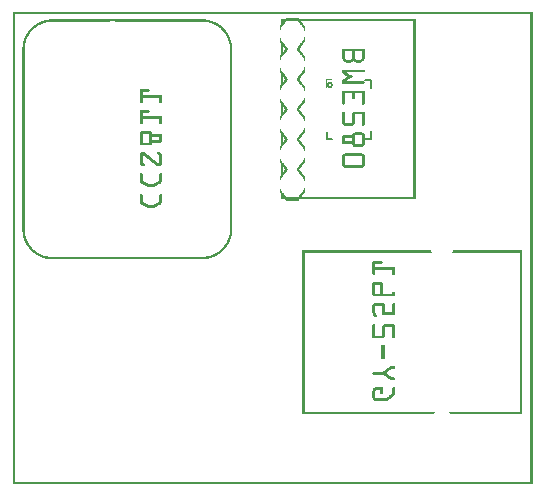
<source format=gbo>
G04 MADE WITH FRITZING*
G04 WWW.FRITZING.ORG*
G04 DOUBLE SIDED*
G04 HOLES PLATED*
G04 CONTOUR ON CENTER OF CONTOUR VECTOR*
%ASAXBY*%
%FSLAX23Y23*%
%MOIN*%
%OFA0B0*%
%SFA1.0B1.0*%
%ADD10C,0.020830X0.0107903*%
%ADD11C,0.008031*%
%ADD12C,0.005020*%
%ADD13R,0.001000X0.001000*%
%LNSILK0*%
G90*
G70*
G54D10*
X1056Y1333D03*
G54D11*
X912Y1551D02*
X950Y1551D01*
D02*
X912Y949D02*
X950Y949D01*
G54D12*
D02*
X1045Y1151D02*
X1045Y1175D01*
D02*
X1045Y1151D02*
X1062Y1151D01*
D02*
X1192Y1349D02*
X1174Y1349D01*
D02*
X1192Y1349D02*
X1192Y1321D01*
D02*
X1192Y1151D02*
X1192Y1179D01*
D02*
X1192Y1151D02*
X1174Y1151D01*
G54D13*
X0Y1575D02*
X1731Y1575D01*
X0Y1574D02*
X1731Y1574D01*
X0Y1573D02*
X1731Y1573D01*
X0Y1572D02*
X1731Y1572D01*
X0Y1571D02*
X1731Y1571D01*
X0Y1570D02*
X1731Y1570D01*
X0Y1569D02*
X1731Y1569D01*
X0Y1568D02*
X1731Y1568D01*
X0Y1567D02*
X7Y1567D01*
X1724Y1567D02*
X1731Y1567D01*
X0Y1566D02*
X7Y1566D01*
X1724Y1566D02*
X1731Y1566D01*
X0Y1565D02*
X7Y1565D01*
X1724Y1565D02*
X1731Y1565D01*
X0Y1564D02*
X7Y1564D01*
X1724Y1564D02*
X1731Y1564D01*
X0Y1563D02*
X7Y1563D01*
X1724Y1563D02*
X1731Y1563D01*
X0Y1562D02*
X7Y1562D01*
X1724Y1562D02*
X1731Y1562D01*
X0Y1561D02*
X7Y1561D01*
X1724Y1561D02*
X1731Y1561D01*
X0Y1560D02*
X7Y1560D01*
X1724Y1560D02*
X1731Y1560D01*
X0Y1559D02*
X7Y1559D01*
X1724Y1559D02*
X1731Y1559D01*
X0Y1558D02*
X7Y1558D01*
X1724Y1558D02*
X1731Y1558D01*
X0Y1557D02*
X7Y1557D01*
X1724Y1557D02*
X1731Y1557D01*
X0Y1556D02*
X7Y1556D01*
X912Y1556D02*
X912Y1556D01*
X949Y1556D02*
X949Y1556D01*
X1724Y1556D02*
X1731Y1556D01*
X0Y1555D02*
X7Y1555D01*
X910Y1555D02*
X914Y1555D01*
X947Y1555D02*
X951Y1555D01*
X1724Y1555D02*
X1731Y1555D01*
X0Y1554D02*
X7Y1554D01*
X909Y1554D02*
X915Y1554D01*
X946Y1554D02*
X952Y1554D01*
X1724Y1554D02*
X1731Y1554D01*
X0Y1553D02*
X7Y1553D01*
X908Y1553D02*
X915Y1553D01*
X946Y1553D02*
X953Y1553D01*
X1724Y1553D02*
X1731Y1553D01*
X0Y1552D02*
X7Y1552D01*
X893Y1552D02*
X1342Y1552D01*
X1724Y1552D02*
X1731Y1552D01*
X0Y1551D02*
X7Y1551D01*
X893Y1551D02*
X1342Y1551D01*
X1724Y1551D02*
X1731Y1551D01*
X0Y1550D02*
X7Y1550D01*
X119Y1550D02*
X642Y1550D01*
X893Y1550D02*
X1342Y1550D01*
X1724Y1550D02*
X1731Y1550D01*
X0Y1549D02*
X7Y1549D01*
X113Y1549D02*
X648Y1549D01*
X893Y1549D02*
X1342Y1549D01*
X1724Y1549D02*
X1731Y1549D01*
X0Y1548D02*
X7Y1548D01*
X108Y1548D02*
X653Y1548D01*
X893Y1548D02*
X1342Y1548D01*
X1724Y1548D02*
X1731Y1548D01*
X0Y1547D02*
X7Y1547D01*
X104Y1547D02*
X657Y1547D01*
X893Y1547D02*
X1342Y1547D01*
X1724Y1547D02*
X1731Y1547D01*
X0Y1546D02*
X7Y1546D01*
X101Y1546D02*
X660Y1546D01*
X893Y1546D02*
X1342Y1546D01*
X1724Y1546D02*
X1731Y1546D01*
X0Y1545D02*
X7Y1545D01*
X98Y1545D02*
X329Y1545D01*
X333Y1545D02*
X663Y1545D01*
X893Y1545D02*
X1342Y1545D01*
X1724Y1545D02*
X1731Y1545D01*
X0Y1544D02*
X7Y1544D01*
X95Y1544D02*
X321Y1544D01*
X341Y1544D02*
X666Y1544D01*
X893Y1544D02*
X910Y1544D01*
X951Y1544D02*
X960Y1544D01*
X1335Y1544D02*
X1342Y1544D01*
X1724Y1544D02*
X1731Y1544D01*
X0Y1543D02*
X7Y1543D01*
X93Y1543D02*
X317Y1543D01*
X345Y1543D02*
X668Y1543D01*
X893Y1543D02*
X910Y1543D01*
X951Y1543D02*
X960Y1543D01*
X1335Y1543D02*
X1342Y1543D01*
X1724Y1543D02*
X1731Y1543D01*
X0Y1542D02*
X7Y1542D01*
X90Y1542D02*
X118Y1542D01*
X643Y1542D02*
X671Y1542D01*
X893Y1542D02*
X909Y1542D01*
X952Y1542D02*
X961Y1542D01*
X1335Y1542D02*
X1342Y1542D01*
X1724Y1542D02*
X1731Y1542D01*
X0Y1541D02*
X7Y1541D01*
X88Y1541D02*
X112Y1541D01*
X649Y1541D02*
X673Y1541D01*
X893Y1541D02*
X908Y1541D01*
X953Y1541D02*
X962Y1541D01*
X1335Y1541D02*
X1342Y1541D01*
X1724Y1541D02*
X1731Y1541D01*
X0Y1540D02*
X7Y1540D01*
X86Y1540D02*
X108Y1540D01*
X654Y1540D02*
X675Y1540D01*
X893Y1540D02*
X907Y1540D01*
X954Y1540D02*
X963Y1540D01*
X1335Y1540D02*
X1342Y1540D01*
X1724Y1540D02*
X1731Y1540D01*
X0Y1539D02*
X7Y1539D01*
X84Y1539D02*
X104Y1539D01*
X657Y1539D02*
X677Y1539D01*
X893Y1539D02*
X907Y1539D01*
X954Y1539D02*
X963Y1539D01*
X1335Y1539D02*
X1342Y1539D01*
X1724Y1539D02*
X1731Y1539D01*
X0Y1538D02*
X7Y1538D01*
X82Y1538D02*
X101Y1538D01*
X660Y1538D02*
X679Y1538D01*
X893Y1538D02*
X906Y1538D01*
X955Y1538D02*
X964Y1538D01*
X1335Y1538D02*
X1342Y1538D01*
X1724Y1538D02*
X1731Y1538D01*
X0Y1537D02*
X7Y1537D01*
X81Y1537D02*
X98Y1537D01*
X663Y1537D02*
X681Y1537D01*
X893Y1537D02*
X905Y1537D01*
X956Y1537D02*
X965Y1537D01*
X1335Y1537D02*
X1342Y1537D01*
X1724Y1537D02*
X1731Y1537D01*
X0Y1536D02*
X7Y1536D01*
X79Y1536D02*
X95Y1536D01*
X666Y1536D02*
X682Y1536D01*
X893Y1536D02*
X904Y1536D01*
X957Y1536D02*
X966Y1536D01*
X1335Y1536D02*
X1342Y1536D01*
X1724Y1536D02*
X1731Y1536D01*
X0Y1535D02*
X7Y1535D01*
X77Y1535D02*
X93Y1535D01*
X668Y1535D02*
X684Y1535D01*
X893Y1535D02*
X904Y1535D01*
X957Y1535D02*
X966Y1535D01*
X1335Y1535D02*
X1342Y1535D01*
X1724Y1535D02*
X1731Y1535D01*
X0Y1534D02*
X7Y1534D01*
X76Y1534D02*
X91Y1534D01*
X670Y1534D02*
X685Y1534D01*
X893Y1534D02*
X903Y1534D01*
X958Y1534D02*
X967Y1534D01*
X1335Y1534D02*
X1342Y1534D01*
X1724Y1534D02*
X1731Y1534D01*
X0Y1533D02*
X7Y1533D01*
X74Y1533D02*
X89Y1533D01*
X672Y1533D02*
X687Y1533D01*
X893Y1533D02*
X902Y1533D01*
X959Y1533D02*
X968Y1533D01*
X1335Y1533D02*
X1342Y1533D01*
X1724Y1533D02*
X1731Y1533D01*
X0Y1532D02*
X7Y1532D01*
X73Y1532D02*
X87Y1532D01*
X674Y1532D02*
X688Y1532D01*
X892Y1532D02*
X901Y1532D01*
X960Y1532D02*
X969Y1532D01*
X1335Y1532D02*
X1342Y1532D01*
X1724Y1532D02*
X1731Y1532D01*
X0Y1531D02*
X7Y1531D01*
X72Y1531D02*
X85Y1531D01*
X676Y1531D02*
X689Y1531D01*
X892Y1531D02*
X900Y1531D01*
X961Y1531D02*
X969Y1531D01*
X1335Y1531D02*
X1342Y1531D01*
X1724Y1531D02*
X1731Y1531D01*
X0Y1530D02*
X7Y1530D01*
X70Y1530D02*
X83Y1530D01*
X678Y1530D02*
X691Y1530D01*
X891Y1530D02*
X899Y1530D01*
X962Y1530D02*
X970Y1530D01*
X1335Y1530D02*
X1342Y1530D01*
X1724Y1530D02*
X1731Y1530D01*
X0Y1529D02*
X7Y1529D01*
X69Y1529D02*
X82Y1529D01*
X679Y1529D02*
X692Y1529D01*
X890Y1529D02*
X898Y1529D01*
X963Y1529D02*
X971Y1529D01*
X1335Y1529D02*
X1342Y1529D01*
X1724Y1529D02*
X1731Y1529D01*
X0Y1528D02*
X7Y1528D01*
X68Y1528D02*
X80Y1528D01*
X681Y1528D02*
X694Y1528D01*
X890Y1528D02*
X897Y1528D01*
X964Y1528D02*
X971Y1528D01*
X1335Y1528D02*
X1342Y1528D01*
X1724Y1528D02*
X1731Y1528D01*
X0Y1527D02*
X7Y1527D01*
X66Y1527D02*
X79Y1527D01*
X683Y1527D02*
X695Y1527D01*
X890Y1527D02*
X896Y1527D01*
X965Y1527D02*
X971Y1527D01*
X1335Y1527D02*
X1342Y1527D01*
X1724Y1527D02*
X1731Y1527D01*
X0Y1526D02*
X7Y1526D01*
X65Y1526D02*
X77Y1526D01*
X684Y1526D02*
X696Y1526D01*
X890Y1526D02*
X896Y1526D01*
X965Y1526D02*
X971Y1526D01*
X1335Y1526D02*
X1342Y1526D01*
X1724Y1526D02*
X1731Y1526D01*
X0Y1525D02*
X7Y1525D01*
X64Y1525D02*
X76Y1525D01*
X685Y1525D02*
X697Y1525D01*
X890Y1525D02*
X895Y1525D01*
X966Y1525D02*
X971Y1525D01*
X1335Y1525D02*
X1342Y1525D01*
X1724Y1525D02*
X1731Y1525D01*
X0Y1524D02*
X7Y1524D01*
X63Y1524D02*
X75Y1524D01*
X687Y1524D02*
X698Y1524D01*
X890Y1524D02*
X894Y1524D01*
X967Y1524D02*
X971Y1524D01*
X1335Y1524D02*
X1342Y1524D01*
X1724Y1524D02*
X1731Y1524D01*
X0Y1523D02*
X7Y1523D01*
X62Y1523D02*
X73Y1523D01*
X688Y1523D02*
X699Y1523D01*
X890Y1523D02*
X894Y1523D01*
X967Y1523D02*
X971Y1523D01*
X1335Y1523D02*
X1342Y1523D01*
X1724Y1523D02*
X1731Y1523D01*
X0Y1522D02*
X7Y1522D01*
X61Y1522D02*
X72Y1522D01*
X689Y1522D02*
X700Y1522D01*
X890Y1522D02*
X893Y1522D01*
X968Y1522D02*
X971Y1522D01*
X1335Y1522D02*
X1342Y1522D01*
X1724Y1522D02*
X1731Y1522D01*
X0Y1521D02*
X7Y1521D01*
X60Y1521D02*
X71Y1521D01*
X690Y1521D02*
X701Y1521D01*
X890Y1521D02*
X892Y1521D01*
X968Y1521D02*
X971Y1521D01*
X1335Y1521D02*
X1342Y1521D01*
X1724Y1521D02*
X1731Y1521D01*
X0Y1520D02*
X7Y1520D01*
X59Y1520D02*
X70Y1520D01*
X692Y1520D02*
X702Y1520D01*
X890Y1520D02*
X892Y1520D01*
X969Y1520D02*
X971Y1520D01*
X1335Y1520D02*
X1342Y1520D01*
X1724Y1520D02*
X1731Y1520D01*
X0Y1519D02*
X7Y1519D01*
X58Y1519D02*
X69Y1519D01*
X693Y1519D02*
X703Y1519D01*
X890Y1519D02*
X892Y1519D01*
X969Y1519D02*
X971Y1519D01*
X1335Y1519D02*
X1342Y1519D01*
X1724Y1519D02*
X1731Y1519D01*
X0Y1518D02*
X7Y1518D01*
X57Y1518D02*
X67Y1518D01*
X694Y1518D02*
X704Y1518D01*
X890Y1518D02*
X891Y1518D01*
X970Y1518D02*
X971Y1518D01*
X1335Y1518D02*
X1342Y1518D01*
X1724Y1518D02*
X1731Y1518D01*
X0Y1517D02*
X7Y1517D01*
X56Y1517D02*
X66Y1517D01*
X695Y1517D02*
X705Y1517D01*
X890Y1517D02*
X891Y1517D01*
X970Y1517D02*
X971Y1517D01*
X1335Y1517D02*
X1342Y1517D01*
X1724Y1517D02*
X1731Y1517D01*
X0Y1516D02*
X7Y1516D01*
X55Y1516D02*
X65Y1516D01*
X696Y1516D02*
X706Y1516D01*
X890Y1516D02*
X890Y1516D01*
X971Y1516D02*
X971Y1516D01*
X1335Y1516D02*
X1342Y1516D01*
X1724Y1516D02*
X1731Y1516D01*
X0Y1515D02*
X7Y1515D01*
X54Y1515D02*
X64Y1515D01*
X697Y1515D02*
X707Y1515D01*
X890Y1515D02*
X890Y1515D01*
X971Y1515D02*
X971Y1515D01*
X1335Y1515D02*
X1342Y1515D01*
X1724Y1515D02*
X1731Y1515D01*
X0Y1514D02*
X7Y1514D01*
X54Y1514D02*
X63Y1514D01*
X698Y1514D02*
X708Y1514D01*
X890Y1514D02*
X890Y1514D01*
X971Y1514D02*
X971Y1514D01*
X1335Y1514D02*
X1342Y1514D01*
X1724Y1514D02*
X1731Y1514D01*
X0Y1513D02*
X7Y1513D01*
X53Y1513D02*
X62Y1513D01*
X699Y1513D02*
X708Y1513D01*
X1335Y1513D02*
X1342Y1513D01*
X1724Y1513D02*
X1731Y1513D01*
X0Y1512D02*
X7Y1512D01*
X52Y1512D02*
X62Y1512D01*
X700Y1512D02*
X709Y1512D01*
X1335Y1512D02*
X1342Y1512D01*
X1724Y1512D02*
X1731Y1512D01*
X0Y1511D02*
X7Y1511D01*
X51Y1511D02*
X61Y1511D01*
X700Y1511D02*
X710Y1511D01*
X1335Y1511D02*
X1342Y1511D01*
X1724Y1511D02*
X1731Y1511D01*
X0Y1510D02*
X7Y1510D01*
X51Y1510D02*
X60Y1510D01*
X701Y1510D02*
X710Y1510D01*
X1335Y1510D02*
X1342Y1510D01*
X1724Y1510D02*
X1731Y1510D01*
X0Y1509D02*
X7Y1509D01*
X50Y1509D02*
X59Y1509D01*
X702Y1509D02*
X711Y1509D01*
X1335Y1509D02*
X1342Y1509D01*
X1724Y1509D02*
X1731Y1509D01*
X0Y1508D02*
X7Y1508D01*
X49Y1508D02*
X58Y1508D01*
X703Y1508D02*
X712Y1508D01*
X1335Y1508D02*
X1342Y1508D01*
X1724Y1508D02*
X1731Y1508D01*
X0Y1507D02*
X7Y1507D01*
X49Y1507D02*
X57Y1507D01*
X704Y1507D02*
X713Y1507D01*
X1335Y1507D02*
X1342Y1507D01*
X1724Y1507D02*
X1731Y1507D01*
X0Y1506D02*
X7Y1506D01*
X48Y1506D02*
X57Y1506D01*
X705Y1506D02*
X713Y1506D01*
X1335Y1506D02*
X1342Y1506D01*
X1724Y1506D02*
X1731Y1506D01*
X0Y1505D02*
X7Y1505D01*
X47Y1505D02*
X56Y1505D01*
X705Y1505D02*
X714Y1505D01*
X1335Y1505D02*
X1342Y1505D01*
X1724Y1505D02*
X1731Y1505D01*
X0Y1504D02*
X7Y1504D01*
X47Y1504D02*
X55Y1504D01*
X706Y1504D02*
X715Y1504D01*
X1335Y1504D02*
X1342Y1504D01*
X1724Y1504D02*
X1731Y1504D01*
X0Y1503D02*
X7Y1503D01*
X46Y1503D02*
X54Y1503D01*
X707Y1503D02*
X715Y1503D01*
X1335Y1503D02*
X1342Y1503D01*
X1724Y1503D02*
X1731Y1503D01*
X0Y1502D02*
X7Y1502D01*
X45Y1502D02*
X54Y1502D01*
X707Y1502D02*
X716Y1502D01*
X1335Y1502D02*
X1342Y1502D01*
X1724Y1502D02*
X1731Y1502D01*
X0Y1501D02*
X7Y1501D01*
X45Y1501D02*
X53Y1501D01*
X708Y1501D02*
X716Y1501D01*
X1335Y1501D02*
X1342Y1501D01*
X1724Y1501D02*
X1731Y1501D01*
X0Y1500D02*
X7Y1500D01*
X44Y1500D02*
X52Y1500D01*
X709Y1500D02*
X717Y1500D01*
X1335Y1500D02*
X1342Y1500D01*
X1724Y1500D02*
X1731Y1500D01*
X0Y1499D02*
X7Y1499D01*
X44Y1499D02*
X52Y1499D01*
X709Y1499D02*
X718Y1499D01*
X1335Y1499D02*
X1342Y1499D01*
X1724Y1499D02*
X1731Y1499D01*
X0Y1498D02*
X7Y1498D01*
X43Y1498D02*
X51Y1498D01*
X710Y1498D02*
X718Y1498D01*
X1335Y1498D02*
X1342Y1498D01*
X1724Y1498D02*
X1731Y1498D01*
X0Y1497D02*
X7Y1497D01*
X43Y1497D02*
X51Y1497D01*
X711Y1497D02*
X719Y1497D01*
X1335Y1497D02*
X1342Y1497D01*
X1724Y1497D02*
X1731Y1497D01*
X0Y1496D02*
X7Y1496D01*
X42Y1496D02*
X50Y1496D01*
X711Y1496D02*
X719Y1496D01*
X1335Y1496D02*
X1342Y1496D01*
X1724Y1496D02*
X1731Y1496D01*
X0Y1495D02*
X7Y1495D01*
X42Y1495D02*
X49Y1495D01*
X712Y1495D02*
X720Y1495D01*
X1335Y1495D02*
X1342Y1495D01*
X1724Y1495D02*
X1731Y1495D01*
X0Y1494D02*
X7Y1494D01*
X41Y1494D02*
X49Y1494D01*
X712Y1494D02*
X720Y1494D01*
X1335Y1494D02*
X1342Y1494D01*
X1724Y1494D02*
X1731Y1494D01*
X0Y1493D02*
X7Y1493D01*
X41Y1493D02*
X48Y1493D01*
X713Y1493D02*
X721Y1493D01*
X1335Y1493D02*
X1342Y1493D01*
X1724Y1493D02*
X1731Y1493D01*
X0Y1492D02*
X7Y1492D01*
X40Y1492D02*
X48Y1492D01*
X713Y1492D02*
X721Y1492D01*
X1335Y1492D02*
X1342Y1492D01*
X1724Y1492D02*
X1731Y1492D01*
X0Y1491D02*
X7Y1491D01*
X40Y1491D02*
X47Y1491D01*
X714Y1491D02*
X722Y1491D01*
X1335Y1491D02*
X1342Y1491D01*
X1724Y1491D02*
X1731Y1491D01*
X0Y1490D02*
X7Y1490D01*
X39Y1490D02*
X47Y1490D01*
X714Y1490D02*
X722Y1490D01*
X890Y1490D02*
X890Y1490D01*
X971Y1490D02*
X971Y1490D01*
X1335Y1490D02*
X1342Y1490D01*
X1724Y1490D02*
X1731Y1490D01*
X0Y1489D02*
X7Y1489D01*
X39Y1489D02*
X46Y1489D01*
X715Y1489D02*
X722Y1489D01*
X890Y1489D02*
X890Y1489D01*
X971Y1489D02*
X971Y1489D01*
X1335Y1489D02*
X1342Y1489D01*
X1724Y1489D02*
X1731Y1489D01*
X0Y1488D02*
X7Y1488D01*
X38Y1488D02*
X46Y1488D01*
X715Y1488D02*
X723Y1488D01*
X890Y1488D02*
X890Y1488D01*
X971Y1488D02*
X971Y1488D01*
X1335Y1488D02*
X1342Y1488D01*
X1724Y1488D02*
X1731Y1488D01*
X0Y1487D02*
X7Y1487D01*
X38Y1487D02*
X46Y1487D01*
X716Y1487D02*
X723Y1487D01*
X890Y1487D02*
X891Y1487D01*
X970Y1487D02*
X971Y1487D01*
X1335Y1487D02*
X1342Y1487D01*
X1724Y1487D02*
X1731Y1487D01*
X0Y1486D02*
X7Y1486D01*
X38Y1486D02*
X45Y1486D01*
X716Y1486D02*
X724Y1486D01*
X890Y1486D02*
X891Y1486D01*
X970Y1486D02*
X971Y1486D01*
X1335Y1486D02*
X1342Y1486D01*
X1724Y1486D02*
X1731Y1486D01*
X0Y1485D02*
X7Y1485D01*
X37Y1485D02*
X45Y1485D01*
X717Y1485D02*
X724Y1485D01*
X890Y1485D02*
X891Y1485D01*
X970Y1485D02*
X971Y1485D01*
X1335Y1485D02*
X1342Y1485D01*
X1724Y1485D02*
X1731Y1485D01*
X0Y1484D02*
X7Y1484D01*
X37Y1484D02*
X44Y1484D01*
X717Y1484D02*
X724Y1484D01*
X890Y1484D02*
X892Y1484D01*
X969Y1484D02*
X971Y1484D01*
X1335Y1484D02*
X1342Y1484D01*
X1724Y1484D02*
X1731Y1484D01*
X0Y1483D02*
X7Y1483D01*
X37Y1483D02*
X44Y1483D01*
X717Y1483D02*
X725Y1483D01*
X890Y1483D02*
X892Y1483D01*
X969Y1483D02*
X971Y1483D01*
X1335Y1483D02*
X1342Y1483D01*
X1724Y1483D02*
X1731Y1483D01*
X0Y1482D02*
X7Y1482D01*
X36Y1482D02*
X43Y1482D01*
X718Y1482D02*
X725Y1482D01*
X890Y1482D02*
X893Y1482D01*
X968Y1482D02*
X971Y1482D01*
X1335Y1482D02*
X1342Y1482D01*
X1724Y1482D02*
X1731Y1482D01*
X0Y1481D02*
X7Y1481D01*
X36Y1481D02*
X43Y1481D01*
X718Y1481D02*
X725Y1481D01*
X890Y1481D02*
X893Y1481D01*
X967Y1481D02*
X971Y1481D01*
X1335Y1481D02*
X1342Y1481D01*
X1724Y1481D02*
X1731Y1481D01*
X0Y1480D02*
X7Y1480D01*
X36Y1480D02*
X43Y1480D01*
X718Y1480D02*
X726Y1480D01*
X890Y1480D02*
X894Y1480D01*
X967Y1480D02*
X971Y1480D01*
X1335Y1480D02*
X1342Y1480D01*
X1724Y1480D02*
X1731Y1480D01*
X0Y1479D02*
X7Y1479D01*
X35Y1479D02*
X42Y1479D01*
X719Y1479D02*
X726Y1479D01*
X890Y1479D02*
X895Y1479D01*
X966Y1479D02*
X971Y1479D01*
X1335Y1479D02*
X1342Y1479D01*
X1724Y1479D02*
X1731Y1479D01*
X0Y1478D02*
X7Y1478D01*
X35Y1478D02*
X42Y1478D01*
X719Y1478D02*
X726Y1478D01*
X890Y1478D02*
X895Y1478D01*
X966Y1478D02*
X971Y1478D01*
X1335Y1478D02*
X1342Y1478D01*
X1724Y1478D02*
X1731Y1478D01*
X0Y1477D02*
X7Y1477D01*
X35Y1477D02*
X42Y1477D01*
X719Y1477D02*
X726Y1477D01*
X890Y1477D02*
X896Y1477D01*
X965Y1477D02*
X971Y1477D01*
X1335Y1477D02*
X1342Y1477D01*
X1724Y1477D02*
X1731Y1477D01*
X0Y1476D02*
X7Y1476D01*
X34Y1476D02*
X42Y1476D01*
X720Y1476D02*
X727Y1476D01*
X890Y1476D02*
X897Y1476D01*
X964Y1476D02*
X971Y1476D01*
X1335Y1476D02*
X1342Y1476D01*
X1724Y1476D02*
X1731Y1476D01*
X0Y1475D02*
X7Y1475D01*
X34Y1475D02*
X41Y1475D01*
X720Y1475D02*
X727Y1475D01*
X890Y1475D02*
X898Y1475D01*
X963Y1475D02*
X971Y1475D01*
X1335Y1475D02*
X1342Y1475D01*
X1724Y1475D02*
X1731Y1475D01*
X0Y1474D02*
X7Y1474D01*
X34Y1474D02*
X41Y1474D01*
X720Y1474D02*
X727Y1474D01*
X891Y1474D02*
X898Y1474D01*
X962Y1474D02*
X970Y1474D01*
X1335Y1474D02*
X1342Y1474D01*
X1724Y1474D02*
X1731Y1474D01*
X0Y1473D02*
X7Y1473D01*
X34Y1473D02*
X41Y1473D01*
X720Y1473D02*
X727Y1473D01*
X891Y1473D02*
X899Y1473D01*
X962Y1473D02*
X970Y1473D01*
X1335Y1473D02*
X1342Y1473D01*
X1724Y1473D02*
X1731Y1473D01*
X0Y1472D02*
X7Y1472D01*
X33Y1472D02*
X41Y1472D01*
X721Y1472D02*
X728Y1472D01*
X892Y1472D02*
X900Y1472D01*
X961Y1472D02*
X969Y1472D01*
X1335Y1472D02*
X1342Y1472D01*
X1724Y1472D02*
X1731Y1472D01*
X0Y1471D02*
X7Y1471D01*
X33Y1471D02*
X40Y1471D01*
X721Y1471D02*
X728Y1471D01*
X893Y1471D02*
X901Y1471D01*
X960Y1471D02*
X968Y1471D01*
X1335Y1471D02*
X1342Y1471D01*
X1724Y1471D02*
X1731Y1471D01*
X0Y1470D02*
X7Y1470D01*
X33Y1470D02*
X40Y1470D01*
X721Y1470D02*
X728Y1470D01*
X893Y1470D02*
X903Y1470D01*
X958Y1470D02*
X967Y1470D01*
X1335Y1470D02*
X1342Y1470D01*
X1724Y1470D02*
X1731Y1470D01*
X0Y1469D02*
X7Y1469D01*
X33Y1469D02*
X40Y1469D01*
X721Y1469D02*
X728Y1469D01*
X893Y1469D02*
X903Y1469D01*
X958Y1469D02*
X967Y1469D01*
X1335Y1469D02*
X1342Y1469D01*
X1724Y1469D02*
X1731Y1469D01*
X0Y1468D02*
X7Y1468D01*
X33Y1468D02*
X40Y1468D01*
X721Y1468D02*
X729Y1468D01*
X893Y1468D02*
X904Y1468D01*
X957Y1468D02*
X966Y1468D01*
X1335Y1468D02*
X1342Y1468D01*
X1724Y1468D02*
X1731Y1468D01*
X0Y1467D02*
X7Y1467D01*
X32Y1467D02*
X39Y1467D01*
X722Y1467D02*
X729Y1467D01*
X893Y1467D02*
X905Y1467D01*
X956Y1467D02*
X965Y1467D01*
X1335Y1467D02*
X1342Y1467D01*
X1724Y1467D02*
X1731Y1467D01*
X0Y1466D02*
X7Y1466D01*
X32Y1466D02*
X39Y1466D01*
X722Y1466D02*
X729Y1466D01*
X893Y1466D02*
X906Y1466D01*
X955Y1466D02*
X964Y1466D01*
X1335Y1466D02*
X1342Y1466D01*
X1724Y1466D02*
X1731Y1466D01*
X0Y1465D02*
X7Y1465D01*
X32Y1465D02*
X39Y1465D01*
X722Y1465D02*
X729Y1465D01*
X893Y1465D02*
X906Y1465D01*
X955Y1465D02*
X964Y1465D01*
X1335Y1465D02*
X1342Y1465D01*
X1724Y1465D02*
X1731Y1465D01*
X0Y1464D02*
X7Y1464D01*
X32Y1464D02*
X39Y1464D01*
X722Y1464D02*
X729Y1464D01*
X893Y1464D02*
X907Y1464D01*
X954Y1464D02*
X963Y1464D01*
X1335Y1464D02*
X1342Y1464D01*
X1724Y1464D02*
X1731Y1464D01*
X0Y1463D02*
X7Y1463D01*
X32Y1463D02*
X39Y1463D01*
X722Y1463D02*
X729Y1463D01*
X893Y1463D02*
X908Y1463D01*
X953Y1463D02*
X962Y1463D01*
X1335Y1463D02*
X1342Y1463D01*
X1724Y1463D02*
X1731Y1463D01*
X0Y1462D02*
X7Y1462D01*
X32Y1462D02*
X39Y1462D01*
X722Y1462D02*
X729Y1462D01*
X893Y1462D02*
X909Y1462D01*
X952Y1462D02*
X961Y1462D01*
X1335Y1462D02*
X1342Y1462D01*
X1724Y1462D02*
X1731Y1462D01*
X0Y1461D02*
X7Y1461D01*
X32Y1461D02*
X39Y1461D01*
X723Y1461D02*
X729Y1461D01*
X893Y1461D02*
X909Y1461D01*
X952Y1461D02*
X961Y1461D01*
X1335Y1461D02*
X1342Y1461D01*
X1724Y1461D02*
X1731Y1461D01*
X0Y1460D02*
X7Y1460D01*
X32Y1460D02*
X39Y1460D01*
X723Y1460D02*
X730Y1460D01*
X893Y1460D02*
X910Y1460D01*
X951Y1460D02*
X960Y1460D01*
X1335Y1460D02*
X1342Y1460D01*
X1724Y1460D02*
X1731Y1460D01*
X0Y1459D02*
X7Y1459D01*
X31Y1459D02*
X38Y1459D01*
X723Y1459D02*
X730Y1459D01*
X893Y1459D02*
X900Y1459D01*
X902Y1459D02*
X911Y1459D01*
X950Y1459D02*
X959Y1459D01*
X1335Y1459D02*
X1342Y1459D01*
X1724Y1459D02*
X1731Y1459D01*
X0Y1458D02*
X7Y1458D01*
X31Y1458D02*
X38Y1458D01*
X723Y1458D02*
X730Y1458D01*
X893Y1458D02*
X900Y1458D01*
X903Y1458D02*
X912Y1458D01*
X949Y1458D02*
X958Y1458D01*
X1335Y1458D02*
X1342Y1458D01*
X1724Y1458D02*
X1731Y1458D01*
X0Y1457D02*
X7Y1457D01*
X31Y1457D02*
X38Y1457D01*
X723Y1457D02*
X730Y1457D01*
X893Y1457D02*
X900Y1457D01*
X903Y1457D02*
X912Y1457D01*
X949Y1457D02*
X958Y1457D01*
X1335Y1457D02*
X1342Y1457D01*
X1724Y1457D02*
X1731Y1457D01*
X0Y1456D02*
X7Y1456D01*
X31Y1456D02*
X38Y1456D01*
X723Y1456D02*
X730Y1456D01*
X893Y1456D02*
X900Y1456D01*
X904Y1456D02*
X913Y1456D01*
X948Y1456D02*
X957Y1456D01*
X1335Y1456D02*
X1342Y1456D01*
X1724Y1456D02*
X1731Y1456D01*
X0Y1455D02*
X7Y1455D01*
X31Y1455D02*
X38Y1455D01*
X723Y1455D02*
X730Y1455D01*
X893Y1455D02*
X900Y1455D01*
X905Y1455D02*
X914Y1455D01*
X947Y1455D02*
X956Y1455D01*
X1335Y1455D02*
X1342Y1455D01*
X1724Y1455D02*
X1731Y1455D01*
X0Y1454D02*
X7Y1454D01*
X31Y1454D02*
X38Y1454D01*
X723Y1454D02*
X730Y1454D01*
X893Y1454D02*
X900Y1454D01*
X906Y1454D02*
X915Y1454D01*
X946Y1454D02*
X955Y1454D01*
X1335Y1454D02*
X1342Y1454D01*
X1724Y1454D02*
X1731Y1454D01*
X0Y1453D02*
X7Y1453D01*
X31Y1453D02*
X38Y1453D01*
X723Y1453D02*
X730Y1453D01*
X893Y1453D02*
X900Y1453D01*
X906Y1453D02*
X915Y1453D01*
X946Y1453D02*
X955Y1453D01*
X1097Y1453D02*
X1172Y1453D01*
X1335Y1453D02*
X1342Y1453D01*
X1724Y1453D02*
X1731Y1453D01*
X0Y1452D02*
X7Y1452D01*
X31Y1452D02*
X38Y1452D01*
X723Y1452D02*
X730Y1452D01*
X893Y1452D02*
X900Y1452D01*
X907Y1452D02*
X915Y1452D01*
X946Y1452D02*
X954Y1452D01*
X1097Y1452D02*
X1172Y1452D01*
X1335Y1452D02*
X1342Y1452D01*
X1724Y1452D02*
X1731Y1452D01*
X0Y1451D02*
X7Y1451D01*
X31Y1451D02*
X38Y1451D01*
X723Y1451D02*
X730Y1451D01*
X893Y1451D02*
X900Y1451D01*
X907Y1451D02*
X915Y1451D01*
X946Y1451D02*
X954Y1451D01*
X1097Y1451D02*
X1172Y1451D01*
X1335Y1451D02*
X1342Y1451D01*
X1724Y1451D02*
X1731Y1451D01*
X0Y1450D02*
X7Y1450D01*
X31Y1450D02*
X38Y1450D01*
X723Y1450D02*
X730Y1450D01*
X893Y1450D02*
X900Y1450D01*
X906Y1450D02*
X915Y1450D01*
X946Y1450D02*
X955Y1450D01*
X1097Y1450D02*
X1172Y1450D01*
X1335Y1450D02*
X1342Y1450D01*
X1724Y1450D02*
X1731Y1450D01*
X0Y1449D02*
X7Y1449D01*
X31Y1449D02*
X38Y1449D01*
X723Y1449D02*
X730Y1449D01*
X893Y1449D02*
X900Y1449D01*
X905Y1449D02*
X914Y1449D01*
X947Y1449D02*
X956Y1449D01*
X1097Y1449D02*
X1172Y1449D01*
X1335Y1449D02*
X1342Y1449D01*
X1724Y1449D02*
X1731Y1449D01*
X0Y1448D02*
X7Y1448D01*
X31Y1448D02*
X38Y1448D01*
X723Y1448D02*
X730Y1448D01*
X893Y1448D02*
X900Y1448D01*
X904Y1448D02*
X914Y1448D01*
X947Y1448D02*
X956Y1448D01*
X1097Y1448D02*
X1172Y1448D01*
X1335Y1448D02*
X1342Y1448D01*
X1724Y1448D02*
X1731Y1448D01*
X0Y1447D02*
X7Y1447D01*
X31Y1447D02*
X38Y1447D01*
X723Y1447D02*
X730Y1447D01*
X893Y1447D02*
X900Y1447D01*
X904Y1447D02*
X913Y1447D01*
X948Y1447D02*
X957Y1447D01*
X1097Y1447D02*
X1172Y1447D01*
X1335Y1447D02*
X1342Y1447D01*
X1724Y1447D02*
X1731Y1447D01*
X0Y1446D02*
X7Y1446D01*
X31Y1446D02*
X38Y1446D01*
X723Y1446D02*
X730Y1446D01*
X893Y1446D02*
X900Y1446D01*
X903Y1446D02*
X912Y1446D01*
X949Y1446D02*
X958Y1446D01*
X1097Y1446D02*
X1172Y1446D01*
X1335Y1446D02*
X1342Y1446D01*
X1724Y1446D02*
X1731Y1446D01*
X0Y1445D02*
X7Y1445D01*
X31Y1445D02*
X38Y1445D01*
X723Y1445D02*
X730Y1445D01*
X893Y1445D02*
X900Y1445D01*
X902Y1445D02*
X911Y1445D01*
X950Y1445D02*
X959Y1445D01*
X1097Y1445D02*
X1172Y1445D01*
X1335Y1445D02*
X1342Y1445D01*
X1724Y1445D02*
X1731Y1445D01*
X0Y1444D02*
X7Y1444D01*
X31Y1444D02*
X38Y1444D01*
X723Y1444D02*
X730Y1444D01*
X893Y1444D02*
X900Y1444D01*
X902Y1444D02*
X911Y1444D01*
X950Y1444D02*
X959Y1444D01*
X1097Y1444D02*
X1106Y1444D01*
X1130Y1444D02*
X1139Y1444D01*
X1163Y1444D02*
X1172Y1444D01*
X1335Y1444D02*
X1342Y1444D01*
X1724Y1444D02*
X1731Y1444D01*
X0Y1443D02*
X7Y1443D01*
X31Y1443D02*
X38Y1443D01*
X723Y1443D02*
X730Y1443D01*
X893Y1443D02*
X910Y1443D01*
X951Y1443D02*
X960Y1443D01*
X1097Y1443D02*
X1106Y1443D01*
X1130Y1443D02*
X1139Y1443D01*
X1163Y1443D02*
X1172Y1443D01*
X1335Y1443D02*
X1342Y1443D01*
X1724Y1443D02*
X1731Y1443D01*
X0Y1442D02*
X7Y1442D01*
X31Y1442D02*
X38Y1442D01*
X723Y1442D02*
X730Y1442D01*
X893Y1442D02*
X909Y1442D01*
X952Y1442D02*
X961Y1442D01*
X1097Y1442D02*
X1106Y1442D01*
X1130Y1442D02*
X1139Y1442D01*
X1163Y1442D02*
X1172Y1442D01*
X1335Y1442D02*
X1342Y1442D01*
X1724Y1442D02*
X1731Y1442D01*
X0Y1441D02*
X7Y1441D01*
X31Y1441D02*
X38Y1441D01*
X723Y1441D02*
X730Y1441D01*
X893Y1441D02*
X908Y1441D01*
X953Y1441D02*
X962Y1441D01*
X1097Y1441D02*
X1106Y1441D01*
X1130Y1441D02*
X1139Y1441D01*
X1163Y1441D02*
X1172Y1441D01*
X1335Y1441D02*
X1342Y1441D01*
X1724Y1441D02*
X1731Y1441D01*
X0Y1440D02*
X7Y1440D01*
X31Y1440D02*
X38Y1440D01*
X723Y1440D02*
X730Y1440D01*
X893Y1440D02*
X908Y1440D01*
X953Y1440D02*
X962Y1440D01*
X1097Y1440D02*
X1106Y1440D01*
X1130Y1440D02*
X1139Y1440D01*
X1163Y1440D02*
X1172Y1440D01*
X1335Y1440D02*
X1342Y1440D01*
X1724Y1440D02*
X1731Y1440D01*
X0Y1439D02*
X7Y1439D01*
X31Y1439D02*
X38Y1439D01*
X723Y1439D02*
X730Y1439D01*
X893Y1439D02*
X907Y1439D01*
X954Y1439D02*
X963Y1439D01*
X1097Y1439D02*
X1106Y1439D01*
X1130Y1439D02*
X1139Y1439D01*
X1163Y1439D02*
X1172Y1439D01*
X1335Y1439D02*
X1342Y1439D01*
X1724Y1439D02*
X1731Y1439D01*
X0Y1438D02*
X7Y1438D01*
X31Y1438D02*
X38Y1438D01*
X723Y1438D02*
X730Y1438D01*
X893Y1438D02*
X906Y1438D01*
X955Y1438D02*
X964Y1438D01*
X1097Y1438D02*
X1106Y1438D01*
X1130Y1438D02*
X1139Y1438D01*
X1163Y1438D02*
X1172Y1438D01*
X1335Y1438D02*
X1342Y1438D01*
X1724Y1438D02*
X1731Y1438D01*
X0Y1437D02*
X7Y1437D01*
X31Y1437D02*
X38Y1437D01*
X723Y1437D02*
X730Y1437D01*
X893Y1437D02*
X905Y1437D01*
X956Y1437D02*
X965Y1437D01*
X1097Y1437D02*
X1106Y1437D01*
X1130Y1437D02*
X1139Y1437D01*
X1163Y1437D02*
X1172Y1437D01*
X1335Y1437D02*
X1342Y1437D01*
X1724Y1437D02*
X1731Y1437D01*
X0Y1436D02*
X7Y1436D01*
X31Y1436D02*
X38Y1436D01*
X723Y1436D02*
X730Y1436D01*
X893Y1436D02*
X905Y1436D01*
X956Y1436D02*
X965Y1436D01*
X1097Y1436D02*
X1106Y1436D01*
X1130Y1436D02*
X1139Y1436D01*
X1163Y1436D02*
X1172Y1436D01*
X1335Y1436D02*
X1342Y1436D01*
X1724Y1436D02*
X1731Y1436D01*
X0Y1435D02*
X7Y1435D01*
X31Y1435D02*
X38Y1435D01*
X723Y1435D02*
X730Y1435D01*
X893Y1435D02*
X904Y1435D01*
X957Y1435D02*
X966Y1435D01*
X1097Y1435D02*
X1106Y1435D01*
X1130Y1435D02*
X1139Y1435D01*
X1163Y1435D02*
X1172Y1435D01*
X1335Y1435D02*
X1342Y1435D01*
X1724Y1435D02*
X1731Y1435D01*
X0Y1434D02*
X7Y1434D01*
X31Y1434D02*
X38Y1434D01*
X723Y1434D02*
X730Y1434D01*
X893Y1434D02*
X903Y1434D01*
X958Y1434D02*
X967Y1434D01*
X1097Y1434D02*
X1106Y1434D01*
X1130Y1434D02*
X1139Y1434D01*
X1163Y1434D02*
X1172Y1434D01*
X1335Y1434D02*
X1342Y1434D01*
X1724Y1434D02*
X1731Y1434D01*
X0Y1433D02*
X7Y1433D01*
X31Y1433D02*
X38Y1433D01*
X723Y1433D02*
X730Y1433D01*
X893Y1433D02*
X902Y1433D01*
X959Y1433D02*
X968Y1433D01*
X1097Y1433D02*
X1106Y1433D01*
X1130Y1433D02*
X1139Y1433D01*
X1163Y1433D02*
X1172Y1433D01*
X1335Y1433D02*
X1342Y1433D01*
X1724Y1433D02*
X1731Y1433D01*
X0Y1432D02*
X7Y1432D01*
X31Y1432D02*
X38Y1432D01*
X723Y1432D02*
X730Y1432D01*
X893Y1432D02*
X901Y1432D01*
X960Y1432D02*
X968Y1432D01*
X1097Y1432D02*
X1106Y1432D01*
X1130Y1432D02*
X1139Y1432D01*
X1163Y1432D02*
X1172Y1432D01*
X1335Y1432D02*
X1342Y1432D01*
X1724Y1432D02*
X1731Y1432D01*
X0Y1431D02*
X7Y1431D01*
X31Y1431D02*
X38Y1431D01*
X723Y1431D02*
X730Y1431D01*
X892Y1431D02*
X900Y1431D01*
X961Y1431D02*
X969Y1431D01*
X1097Y1431D02*
X1106Y1431D01*
X1130Y1431D02*
X1139Y1431D01*
X1163Y1431D02*
X1172Y1431D01*
X1335Y1431D02*
X1342Y1431D01*
X1724Y1431D02*
X1731Y1431D01*
X0Y1430D02*
X7Y1430D01*
X31Y1430D02*
X38Y1430D01*
X723Y1430D02*
X730Y1430D01*
X891Y1430D02*
X899Y1430D01*
X962Y1430D02*
X970Y1430D01*
X1097Y1430D02*
X1106Y1430D01*
X1130Y1430D02*
X1139Y1430D01*
X1163Y1430D02*
X1172Y1430D01*
X1335Y1430D02*
X1342Y1430D01*
X1724Y1430D02*
X1731Y1430D01*
X0Y1429D02*
X7Y1429D01*
X31Y1429D02*
X38Y1429D01*
X723Y1429D02*
X730Y1429D01*
X890Y1429D02*
X898Y1429D01*
X963Y1429D02*
X971Y1429D01*
X1097Y1429D02*
X1106Y1429D01*
X1130Y1429D02*
X1139Y1429D01*
X1163Y1429D02*
X1172Y1429D01*
X1335Y1429D02*
X1342Y1429D01*
X1724Y1429D02*
X1731Y1429D01*
X0Y1428D02*
X7Y1428D01*
X31Y1428D02*
X38Y1428D01*
X723Y1428D02*
X730Y1428D01*
X890Y1428D02*
X897Y1428D01*
X964Y1428D02*
X971Y1428D01*
X1097Y1428D02*
X1106Y1428D01*
X1130Y1428D02*
X1139Y1428D01*
X1163Y1428D02*
X1172Y1428D01*
X1335Y1428D02*
X1342Y1428D01*
X1724Y1428D02*
X1731Y1428D01*
X0Y1427D02*
X7Y1427D01*
X31Y1427D02*
X38Y1427D01*
X723Y1427D02*
X730Y1427D01*
X890Y1427D02*
X897Y1427D01*
X964Y1427D02*
X971Y1427D01*
X1097Y1427D02*
X1106Y1427D01*
X1130Y1427D02*
X1139Y1427D01*
X1163Y1427D02*
X1172Y1427D01*
X1335Y1427D02*
X1342Y1427D01*
X1724Y1427D02*
X1731Y1427D01*
X0Y1426D02*
X7Y1426D01*
X31Y1426D02*
X38Y1426D01*
X723Y1426D02*
X730Y1426D01*
X890Y1426D02*
X896Y1426D01*
X965Y1426D02*
X971Y1426D01*
X1097Y1426D02*
X1106Y1426D01*
X1130Y1426D02*
X1139Y1426D01*
X1163Y1426D02*
X1172Y1426D01*
X1335Y1426D02*
X1342Y1426D01*
X1724Y1426D02*
X1731Y1426D01*
X0Y1425D02*
X7Y1425D01*
X31Y1425D02*
X38Y1425D01*
X723Y1425D02*
X730Y1425D01*
X890Y1425D02*
X895Y1425D01*
X966Y1425D02*
X971Y1425D01*
X1097Y1425D02*
X1106Y1425D01*
X1130Y1425D02*
X1139Y1425D01*
X1163Y1425D02*
X1172Y1425D01*
X1335Y1425D02*
X1342Y1425D01*
X1724Y1425D02*
X1731Y1425D01*
X0Y1424D02*
X7Y1424D01*
X31Y1424D02*
X38Y1424D01*
X723Y1424D02*
X730Y1424D01*
X890Y1424D02*
X894Y1424D01*
X967Y1424D02*
X971Y1424D01*
X1097Y1424D02*
X1106Y1424D01*
X1130Y1424D02*
X1139Y1424D01*
X1163Y1424D02*
X1172Y1424D01*
X1335Y1424D02*
X1342Y1424D01*
X1724Y1424D02*
X1731Y1424D01*
X0Y1423D02*
X7Y1423D01*
X31Y1423D02*
X38Y1423D01*
X723Y1423D02*
X730Y1423D01*
X890Y1423D02*
X894Y1423D01*
X967Y1423D02*
X971Y1423D01*
X1097Y1423D02*
X1106Y1423D01*
X1130Y1423D02*
X1139Y1423D01*
X1163Y1423D02*
X1172Y1423D01*
X1335Y1423D02*
X1342Y1423D01*
X1724Y1423D02*
X1731Y1423D01*
X0Y1422D02*
X7Y1422D01*
X31Y1422D02*
X38Y1422D01*
X723Y1422D02*
X730Y1422D01*
X890Y1422D02*
X893Y1422D01*
X968Y1422D02*
X971Y1422D01*
X1097Y1422D02*
X1106Y1422D01*
X1129Y1422D02*
X1139Y1422D01*
X1162Y1422D02*
X1172Y1422D01*
X1335Y1422D02*
X1342Y1422D01*
X1724Y1422D02*
X1731Y1422D01*
X0Y1421D02*
X7Y1421D01*
X31Y1421D02*
X38Y1421D01*
X723Y1421D02*
X730Y1421D01*
X890Y1421D02*
X893Y1421D01*
X968Y1421D02*
X971Y1421D01*
X1097Y1421D02*
X1107Y1421D01*
X1129Y1421D02*
X1140Y1421D01*
X1162Y1421D02*
X1171Y1421D01*
X1335Y1421D02*
X1342Y1421D01*
X1724Y1421D02*
X1731Y1421D01*
X0Y1420D02*
X7Y1420D01*
X31Y1420D02*
X38Y1420D01*
X723Y1420D02*
X730Y1420D01*
X890Y1420D02*
X892Y1420D01*
X969Y1420D02*
X971Y1420D01*
X1098Y1420D02*
X1107Y1420D01*
X1129Y1420D02*
X1140Y1420D01*
X1162Y1420D02*
X1171Y1420D01*
X1335Y1420D02*
X1342Y1420D01*
X1724Y1420D02*
X1731Y1420D01*
X0Y1419D02*
X7Y1419D01*
X31Y1419D02*
X38Y1419D01*
X723Y1419D02*
X730Y1419D01*
X890Y1419D02*
X892Y1419D01*
X969Y1419D02*
X971Y1419D01*
X1098Y1419D02*
X1108Y1419D01*
X1128Y1419D02*
X1141Y1419D01*
X1161Y1419D02*
X1171Y1419D01*
X1335Y1419D02*
X1342Y1419D01*
X1724Y1419D02*
X1731Y1419D01*
X0Y1418D02*
X7Y1418D01*
X31Y1418D02*
X38Y1418D01*
X723Y1418D02*
X730Y1418D01*
X890Y1418D02*
X891Y1418D01*
X970Y1418D02*
X971Y1418D01*
X1098Y1418D02*
X1109Y1418D01*
X1127Y1418D02*
X1142Y1418D01*
X1160Y1418D02*
X1171Y1418D01*
X1335Y1418D02*
X1342Y1418D01*
X1724Y1418D02*
X1731Y1418D01*
X0Y1417D02*
X7Y1417D01*
X31Y1417D02*
X38Y1417D01*
X723Y1417D02*
X730Y1417D01*
X890Y1417D02*
X891Y1417D01*
X970Y1417D02*
X971Y1417D01*
X1099Y1417D02*
X1110Y1417D01*
X1126Y1417D02*
X1143Y1417D01*
X1159Y1417D02*
X1170Y1417D01*
X1335Y1417D02*
X1342Y1417D01*
X1724Y1417D02*
X1731Y1417D01*
X0Y1416D02*
X7Y1416D01*
X31Y1416D02*
X38Y1416D01*
X723Y1416D02*
X730Y1416D01*
X890Y1416D02*
X890Y1416D01*
X971Y1416D02*
X971Y1416D01*
X1099Y1416D02*
X1112Y1416D01*
X1124Y1416D02*
X1145Y1416D01*
X1157Y1416D02*
X1169Y1416D01*
X1335Y1416D02*
X1342Y1416D01*
X1724Y1416D02*
X1731Y1416D01*
X0Y1415D02*
X7Y1415D01*
X31Y1415D02*
X38Y1415D01*
X723Y1415D02*
X730Y1415D01*
X890Y1415D02*
X890Y1415D01*
X971Y1415D02*
X971Y1415D01*
X1100Y1415D02*
X1169Y1415D01*
X1335Y1415D02*
X1342Y1415D01*
X1724Y1415D02*
X1731Y1415D01*
X0Y1414D02*
X7Y1414D01*
X31Y1414D02*
X38Y1414D01*
X723Y1414D02*
X730Y1414D01*
X890Y1414D02*
X890Y1414D01*
X971Y1414D02*
X971Y1414D01*
X1101Y1414D02*
X1168Y1414D01*
X1335Y1414D02*
X1342Y1414D01*
X1724Y1414D02*
X1731Y1414D01*
X0Y1413D02*
X7Y1413D01*
X31Y1413D02*
X38Y1413D01*
X723Y1413D02*
X730Y1413D01*
X890Y1413D02*
X890Y1413D01*
X971Y1413D02*
X971Y1413D01*
X1101Y1413D02*
X1167Y1413D01*
X1335Y1413D02*
X1342Y1413D01*
X1724Y1413D02*
X1731Y1413D01*
X0Y1412D02*
X7Y1412D01*
X31Y1412D02*
X38Y1412D01*
X723Y1412D02*
X730Y1412D01*
X1102Y1412D02*
X1167Y1412D01*
X1335Y1412D02*
X1342Y1412D01*
X1724Y1412D02*
X1731Y1412D01*
X0Y1411D02*
X7Y1411D01*
X31Y1411D02*
X38Y1411D01*
X723Y1411D02*
X730Y1411D01*
X1103Y1411D02*
X1133Y1411D01*
X1136Y1411D02*
X1166Y1411D01*
X1335Y1411D02*
X1342Y1411D01*
X1724Y1411D02*
X1731Y1411D01*
X0Y1410D02*
X7Y1410D01*
X31Y1410D02*
X38Y1410D01*
X723Y1410D02*
X730Y1410D01*
X1104Y1410D02*
X1132Y1410D01*
X1137Y1410D02*
X1164Y1410D01*
X1335Y1410D02*
X1342Y1410D01*
X1724Y1410D02*
X1731Y1410D01*
X0Y1409D02*
X7Y1409D01*
X31Y1409D02*
X38Y1409D01*
X723Y1409D02*
X730Y1409D01*
X1106Y1409D02*
X1130Y1409D01*
X1139Y1409D02*
X1163Y1409D01*
X1335Y1409D02*
X1342Y1409D01*
X1724Y1409D02*
X1731Y1409D01*
X0Y1408D02*
X7Y1408D01*
X31Y1408D02*
X38Y1408D01*
X723Y1408D02*
X730Y1408D01*
X1107Y1408D02*
X1129Y1408D01*
X1140Y1408D02*
X1162Y1408D01*
X1335Y1408D02*
X1342Y1408D01*
X1724Y1408D02*
X1731Y1408D01*
X0Y1407D02*
X7Y1407D01*
X31Y1407D02*
X38Y1407D01*
X723Y1407D02*
X730Y1407D01*
X1109Y1407D02*
X1127Y1407D01*
X1142Y1407D02*
X1160Y1407D01*
X1335Y1407D02*
X1342Y1407D01*
X1724Y1407D02*
X1731Y1407D01*
X0Y1406D02*
X7Y1406D01*
X31Y1406D02*
X38Y1406D01*
X723Y1406D02*
X730Y1406D01*
X1112Y1406D02*
X1124Y1406D01*
X1145Y1406D02*
X1157Y1406D01*
X1335Y1406D02*
X1342Y1406D01*
X1724Y1406D02*
X1731Y1406D01*
X0Y1405D02*
X7Y1405D01*
X31Y1405D02*
X38Y1405D01*
X723Y1405D02*
X730Y1405D01*
X1335Y1405D02*
X1342Y1405D01*
X1724Y1405D02*
X1731Y1405D01*
X0Y1404D02*
X7Y1404D01*
X31Y1404D02*
X38Y1404D01*
X723Y1404D02*
X730Y1404D01*
X1335Y1404D02*
X1342Y1404D01*
X1724Y1404D02*
X1731Y1404D01*
X0Y1403D02*
X7Y1403D01*
X31Y1403D02*
X38Y1403D01*
X723Y1403D02*
X730Y1403D01*
X1335Y1403D02*
X1342Y1403D01*
X1724Y1403D02*
X1731Y1403D01*
X0Y1402D02*
X7Y1402D01*
X31Y1402D02*
X38Y1402D01*
X723Y1402D02*
X730Y1402D01*
X1335Y1402D02*
X1342Y1402D01*
X1724Y1402D02*
X1731Y1402D01*
X0Y1401D02*
X7Y1401D01*
X31Y1401D02*
X38Y1401D01*
X723Y1401D02*
X730Y1401D01*
X1335Y1401D02*
X1342Y1401D01*
X1724Y1401D02*
X1731Y1401D01*
X0Y1400D02*
X7Y1400D01*
X31Y1400D02*
X38Y1400D01*
X723Y1400D02*
X730Y1400D01*
X1335Y1400D02*
X1342Y1400D01*
X1724Y1400D02*
X1731Y1400D01*
X0Y1399D02*
X7Y1399D01*
X31Y1399D02*
X38Y1399D01*
X723Y1399D02*
X730Y1399D01*
X1335Y1399D02*
X1342Y1399D01*
X1724Y1399D02*
X1731Y1399D01*
X0Y1398D02*
X7Y1398D01*
X31Y1398D02*
X38Y1398D01*
X723Y1398D02*
X730Y1398D01*
X1335Y1398D02*
X1342Y1398D01*
X1724Y1398D02*
X1731Y1398D01*
X0Y1397D02*
X7Y1397D01*
X31Y1397D02*
X38Y1397D01*
X723Y1397D02*
X730Y1397D01*
X1335Y1397D02*
X1342Y1397D01*
X1724Y1397D02*
X1731Y1397D01*
X0Y1396D02*
X7Y1396D01*
X31Y1396D02*
X38Y1396D01*
X723Y1396D02*
X730Y1396D01*
X1335Y1396D02*
X1342Y1396D01*
X1724Y1396D02*
X1731Y1396D01*
X0Y1395D02*
X7Y1395D01*
X31Y1395D02*
X38Y1395D01*
X723Y1395D02*
X730Y1395D01*
X1335Y1395D02*
X1342Y1395D01*
X1724Y1395D02*
X1731Y1395D01*
X0Y1394D02*
X7Y1394D01*
X31Y1394D02*
X38Y1394D01*
X723Y1394D02*
X730Y1394D01*
X1335Y1394D02*
X1342Y1394D01*
X1724Y1394D02*
X1731Y1394D01*
X0Y1393D02*
X7Y1393D01*
X31Y1393D02*
X38Y1393D01*
X723Y1393D02*
X730Y1393D01*
X1335Y1393D02*
X1342Y1393D01*
X1724Y1393D02*
X1731Y1393D01*
X0Y1392D02*
X7Y1392D01*
X31Y1392D02*
X38Y1392D01*
X723Y1392D02*
X730Y1392D01*
X1335Y1392D02*
X1342Y1392D01*
X1724Y1392D02*
X1731Y1392D01*
X0Y1391D02*
X7Y1391D01*
X31Y1391D02*
X38Y1391D01*
X723Y1391D02*
X730Y1391D01*
X1335Y1391D02*
X1342Y1391D01*
X1724Y1391D02*
X1731Y1391D01*
X0Y1390D02*
X7Y1390D01*
X31Y1390D02*
X38Y1390D01*
X723Y1390D02*
X730Y1390D01*
X890Y1390D02*
X890Y1390D01*
X971Y1390D02*
X971Y1390D01*
X1335Y1390D02*
X1342Y1390D01*
X1724Y1390D02*
X1731Y1390D01*
X0Y1389D02*
X7Y1389D01*
X31Y1389D02*
X38Y1389D01*
X723Y1389D02*
X730Y1389D01*
X890Y1389D02*
X890Y1389D01*
X971Y1389D02*
X971Y1389D01*
X1335Y1389D02*
X1342Y1389D01*
X1724Y1389D02*
X1731Y1389D01*
X0Y1388D02*
X7Y1388D01*
X31Y1388D02*
X38Y1388D01*
X723Y1388D02*
X730Y1388D01*
X890Y1388D02*
X890Y1388D01*
X971Y1388D02*
X971Y1388D01*
X1335Y1388D02*
X1342Y1388D01*
X1724Y1388D02*
X1731Y1388D01*
X0Y1387D02*
X7Y1387D01*
X31Y1387D02*
X38Y1387D01*
X723Y1387D02*
X730Y1387D01*
X890Y1387D02*
X891Y1387D01*
X970Y1387D02*
X971Y1387D01*
X1335Y1387D02*
X1342Y1387D01*
X1724Y1387D02*
X1731Y1387D01*
X0Y1386D02*
X7Y1386D01*
X31Y1386D02*
X38Y1386D01*
X723Y1386D02*
X730Y1386D01*
X890Y1386D02*
X891Y1386D01*
X970Y1386D02*
X971Y1386D01*
X1335Y1386D02*
X1342Y1386D01*
X1724Y1386D02*
X1731Y1386D01*
X0Y1385D02*
X7Y1385D01*
X31Y1385D02*
X38Y1385D01*
X723Y1385D02*
X730Y1385D01*
X890Y1385D02*
X891Y1385D01*
X970Y1385D02*
X971Y1385D01*
X1335Y1385D02*
X1342Y1385D01*
X1724Y1385D02*
X1731Y1385D01*
X0Y1384D02*
X7Y1384D01*
X31Y1384D02*
X38Y1384D01*
X723Y1384D02*
X730Y1384D01*
X890Y1384D02*
X892Y1384D01*
X969Y1384D02*
X971Y1384D01*
X1335Y1384D02*
X1342Y1384D01*
X1724Y1384D02*
X1731Y1384D01*
X0Y1383D02*
X7Y1383D01*
X31Y1383D02*
X38Y1383D01*
X723Y1383D02*
X730Y1383D01*
X890Y1383D02*
X892Y1383D01*
X969Y1383D02*
X971Y1383D01*
X1097Y1383D02*
X1170Y1383D01*
X1335Y1383D02*
X1342Y1383D01*
X1724Y1383D02*
X1731Y1383D01*
X0Y1382D02*
X7Y1382D01*
X31Y1382D02*
X38Y1382D01*
X723Y1382D02*
X730Y1382D01*
X890Y1382D02*
X893Y1382D01*
X968Y1382D02*
X971Y1382D01*
X1097Y1382D02*
X1171Y1382D01*
X1335Y1382D02*
X1342Y1382D01*
X1724Y1382D02*
X1731Y1382D01*
X0Y1381D02*
X7Y1381D01*
X31Y1381D02*
X38Y1381D01*
X723Y1381D02*
X730Y1381D01*
X890Y1381D02*
X893Y1381D01*
X968Y1381D02*
X971Y1381D01*
X1097Y1381D02*
X1171Y1381D01*
X1335Y1381D02*
X1342Y1381D01*
X1724Y1381D02*
X1731Y1381D01*
X0Y1380D02*
X7Y1380D01*
X31Y1380D02*
X38Y1380D01*
X723Y1380D02*
X730Y1380D01*
X890Y1380D02*
X894Y1380D01*
X967Y1380D02*
X971Y1380D01*
X1097Y1380D02*
X1172Y1380D01*
X1335Y1380D02*
X1342Y1380D01*
X1724Y1380D02*
X1731Y1380D01*
X0Y1379D02*
X7Y1379D01*
X31Y1379D02*
X38Y1379D01*
X723Y1379D02*
X730Y1379D01*
X890Y1379D02*
X895Y1379D01*
X966Y1379D02*
X971Y1379D01*
X1097Y1379D02*
X1172Y1379D01*
X1335Y1379D02*
X1342Y1379D01*
X1724Y1379D02*
X1731Y1379D01*
X0Y1378D02*
X7Y1378D01*
X31Y1378D02*
X38Y1378D01*
X723Y1378D02*
X730Y1378D01*
X890Y1378D02*
X895Y1378D01*
X966Y1378D02*
X971Y1378D01*
X1097Y1378D02*
X1172Y1378D01*
X1335Y1378D02*
X1342Y1378D01*
X1724Y1378D02*
X1731Y1378D01*
X0Y1377D02*
X7Y1377D01*
X31Y1377D02*
X38Y1377D01*
X723Y1377D02*
X730Y1377D01*
X890Y1377D02*
X896Y1377D01*
X965Y1377D02*
X971Y1377D01*
X1097Y1377D02*
X1171Y1377D01*
X1335Y1377D02*
X1342Y1377D01*
X1724Y1377D02*
X1731Y1377D01*
X0Y1376D02*
X7Y1376D01*
X31Y1376D02*
X38Y1376D01*
X723Y1376D02*
X730Y1376D01*
X890Y1376D02*
X897Y1376D01*
X964Y1376D02*
X971Y1376D01*
X1097Y1376D02*
X1171Y1376D01*
X1335Y1376D02*
X1342Y1376D01*
X1724Y1376D02*
X1731Y1376D01*
X0Y1375D02*
X7Y1375D01*
X31Y1375D02*
X38Y1375D01*
X723Y1375D02*
X730Y1375D01*
X890Y1375D02*
X897Y1375D01*
X964Y1375D02*
X971Y1375D01*
X1097Y1375D02*
X1170Y1375D01*
X1335Y1375D02*
X1342Y1375D01*
X1724Y1375D02*
X1731Y1375D01*
X0Y1374D02*
X7Y1374D01*
X31Y1374D02*
X38Y1374D01*
X723Y1374D02*
X730Y1374D01*
X890Y1374D02*
X898Y1374D01*
X963Y1374D02*
X971Y1374D01*
X1097Y1374D02*
X1111Y1374D01*
X1335Y1374D02*
X1342Y1374D01*
X1724Y1374D02*
X1731Y1374D01*
X0Y1373D02*
X7Y1373D01*
X31Y1373D02*
X38Y1373D01*
X723Y1373D02*
X730Y1373D01*
X891Y1373D02*
X899Y1373D01*
X962Y1373D02*
X970Y1373D01*
X1097Y1373D02*
X1111Y1373D01*
X1335Y1373D02*
X1342Y1373D01*
X1724Y1373D02*
X1731Y1373D01*
X0Y1372D02*
X7Y1372D01*
X31Y1372D02*
X38Y1372D01*
X723Y1372D02*
X730Y1372D01*
X892Y1372D02*
X900Y1372D01*
X961Y1372D02*
X969Y1372D01*
X1097Y1372D02*
X1113Y1372D01*
X1335Y1372D02*
X1342Y1372D01*
X1724Y1372D02*
X1731Y1372D01*
X0Y1371D02*
X7Y1371D01*
X31Y1371D02*
X38Y1371D01*
X723Y1371D02*
X730Y1371D01*
X893Y1371D02*
X901Y1371D01*
X960Y1371D02*
X968Y1371D01*
X1098Y1371D02*
X1114Y1371D01*
X1335Y1371D02*
X1342Y1371D01*
X1724Y1371D02*
X1731Y1371D01*
X0Y1370D02*
X7Y1370D01*
X31Y1370D02*
X38Y1370D01*
X723Y1370D02*
X730Y1370D01*
X893Y1370D02*
X902Y1370D01*
X959Y1370D02*
X968Y1370D01*
X1099Y1370D02*
X1116Y1370D01*
X1335Y1370D02*
X1342Y1370D01*
X1724Y1370D02*
X1731Y1370D01*
X0Y1369D02*
X7Y1369D01*
X31Y1369D02*
X38Y1369D01*
X723Y1369D02*
X730Y1369D01*
X893Y1369D02*
X903Y1369D01*
X958Y1369D02*
X967Y1369D01*
X1101Y1369D02*
X1117Y1369D01*
X1335Y1369D02*
X1342Y1369D01*
X1724Y1369D02*
X1731Y1369D01*
X0Y1368D02*
X7Y1368D01*
X31Y1368D02*
X38Y1368D01*
X723Y1368D02*
X730Y1368D01*
X893Y1368D02*
X904Y1368D01*
X957Y1368D02*
X966Y1368D01*
X1102Y1368D02*
X1118Y1368D01*
X1335Y1368D02*
X1342Y1368D01*
X1724Y1368D02*
X1731Y1368D01*
X0Y1367D02*
X7Y1367D01*
X31Y1367D02*
X38Y1367D01*
X723Y1367D02*
X730Y1367D01*
X893Y1367D02*
X905Y1367D01*
X956Y1367D02*
X965Y1367D01*
X1104Y1367D02*
X1120Y1367D01*
X1335Y1367D02*
X1342Y1367D01*
X1724Y1367D02*
X1731Y1367D01*
X0Y1366D02*
X7Y1366D01*
X31Y1366D02*
X38Y1366D01*
X723Y1366D02*
X730Y1366D01*
X893Y1366D02*
X905Y1366D01*
X956Y1366D02*
X965Y1366D01*
X1105Y1366D02*
X1121Y1366D01*
X1335Y1366D02*
X1342Y1366D01*
X1724Y1366D02*
X1731Y1366D01*
X0Y1365D02*
X7Y1365D01*
X31Y1365D02*
X38Y1365D01*
X723Y1365D02*
X730Y1365D01*
X893Y1365D02*
X906Y1365D01*
X955Y1365D02*
X964Y1365D01*
X1107Y1365D02*
X1123Y1365D01*
X1335Y1365D02*
X1342Y1365D01*
X1724Y1365D02*
X1731Y1365D01*
X0Y1364D02*
X7Y1364D01*
X31Y1364D02*
X38Y1364D01*
X723Y1364D02*
X730Y1364D01*
X893Y1364D02*
X907Y1364D01*
X954Y1364D02*
X963Y1364D01*
X1108Y1364D02*
X1128Y1364D01*
X1335Y1364D02*
X1342Y1364D01*
X1724Y1364D02*
X1731Y1364D01*
X0Y1363D02*
X7Y1363D01*
X31Y1363D02*
X38Y1363D01*
X723Y1363D02*
X730Y1363D01*
X893Y1363D02*
X908Y1363D01*
X953Y1363D02*
X962Y1363D01*
X1109Y1363D02*
X1129Y1363D01*
X1335Y1363D02*
X1342Y1363D01*
X1724Y1363D02*
X1731Y1363D01*
X0Y1362D02*
X7Y1362D01*
X31Y1362D02*
X38Y1362D01*
X723Y1362D02*
X730Y1362D01*
X893Y1362D02*
X908Y1362D01*
X953Y1362D02*
X962Y1362D01*
X1111Y1362D02*
X1130Y1362D01*
X1335Y1362D02*
X1342Y1362D01*
X1724Y1362D02*
X1731Y1362D01*
X0Y1361D02*
X7Y1361D01*
X31Y1361D02*
X38Y1361D01*
X723Y1361D02*
X730Y1361D01*
X893Y1361D02*
X909Y1361D01*
X952Y1361D02*
X961Y1361D01*
X1112Y1361D02*
X1130Y1361D01*
X1335Y1361D02*
X1342Y1361D01*
X1724Y1361D02*
X1731Y1361D01*
X0Y1360D02*
X7Y1360D01*
X31Y1360D02*
X38Y1360D01*
X723Y1360D02*
X730Y1360D01*
X893Y1360D02*
X910Y1360D01*
X951Y1360D02*
X960Y1360D01*
X1114Y1360D02*
X1131Y1360D01*
X1335Y1360D02*
X1342Y1360D01*
X1724Y1360D02*
X1731Y1360D01*
X0Y1359D02*
X7Y1359D01*
X31Y1359D02*
X38Y1359D01*
X723Y1359D02*
X730Y1359D01*
X893Y1359D02*
X900Y1359D01*
X902Y1359D02*
X911Y1359D01*
X950Y1359D02*
X959Y1359D01*
X1113Y1359D02*
X1131Y1359D01*
X1335Y1359D02*
X1342Y1359D01*
X1724Y1359D02*
X1731Y1359D01*
X0Y1358D02*
X7Y1358D01*
X31Y1358D02*
X38Y1358D01*
X723Y1358D02*
X730Y1358D01*
X893Y1358D02*
X900Y1358D01*
X902Y1358D02*
X911Y1358D01*
X950Y1358D02*
X959Y1358D01*
X1112Y1358D02*
X1130Y1358D01*
X1335Y1358D02*
X1342Y1358D01*
X1724Y1358D02*
X1731Y1358D01*
X0Y1357D02*
X7Y1357D01*
X31Y1357D02*
X38Y1357D01*
X723Y1357D02*
X730Y1357D01*
X893Y1357D02*
X900Y1357D01*
X903Y1357D02*
X912Y1357D01*
X949Y1357D02*
X958Y1357D01*
X1110Y1357D02*
X1130Y1357D01*
X1335Y1357D02*
X1342Y1357D01*
X1724Y1357D02*
X1731Y1357D01*
X0Y1356D02*
X7Y1356D01*
X31Y1356D02*
X38Y1356D01*
X723Y1356D02*
X730Y1356D01*
X893Y1356D02*
X900Y1356D01*
X904Y1356D02*
X913Y1356D01*
X948Y1356D02*
X957Y1356D01*
X1109Y1356D02*
X1129Y1356D01*
X1335Y1356D02*
X1342Y1356D01*
X1724Y1356D02*
X1731Y1356D01*
X0Y1355D02*
X7Y1355D01*
X31Y1355D02*
X38Y1355D01*
X723Y1355D02*
X730Y1355D01*
X893Y1355D02*
X900Y1355D01*
X905Y1355D02*
X914Y1355D01*
X947Y1355D02*
X956Y1355D01*
X1107Y1355D02*
X1127Y1355D01*
X1335Y1355D02*
X1342Y1355D01*
X1724Y1355D02*
X1731Y1355D01*
X0Y1354D02*
X7Y1354D01*
X31Y1354D02*
X38Y1354D01*
X723Y1354D02*
X730Y1354D01*
X893Y1354D02*
X900Y1354D01*
X905Y1354D02*
X914Y1354D01*
X947Y1354D02*
X956Y1354D01*
X1106Y1354D02*
X1122Y1354D01*
X1335Y1354D02*
X1342Y1354D01*
X1724Y1354D02*
X1731Y1354D01*
X0Y1353D02*
X7Y1353D01*
X31Y1353D02*
X38Y1353D01*
X723Y1353D02*
X730Y1353D01*
X893Y1353D02*
X900Y1353D01*
X906Y1353D02*
X915Y1353D01*
X946Y1353D02*
X955Y1353D01*
X1104Y1353D02*
X1121Y1353D01*
X1335Y1353D02*
X1342Y1353D01*
X1724Y1353D02*
X1731Y1353D01*
X0Y1352D02*
X7Y1352D01*
X31Y1352D02*
X38Y1352D01*
X723Y1352D02*
X730Y1352D01*
X893Y1352D02*
X900Y1352D01*
X907Y1352D02*
X915Y1352D01*
X946Y1352D02*
X954Y1352D01*
X1044Y1352D02*
X1062Y1352D01*
X1103Y1352D02*
X1119Y1352D01*
X1335Y1352D02*
X1342Y1352D01*
X1724Y1352D02*
X1731Y1352D01*
X0Y1351D02*
X7Y1351D01*
X31Y1351D02*
X38Y1351D01*
X723Y1351D02*
X730Y1351D01*
X893Y1351D02*
X900Y1351D01*
X907Y1351D02*
X915Y1351D01*
X946Y1351D02*
X954Y1351D01*
X1044Y1351D02*
X1063Y1351D01*
X1102Y1351D02*
X1118Y1351D01*
X1335Y1351D02*
X1342Y1351D01*
X1724Y1351D02*
X1731Y1351D01*
X0Y1350D02*
X7Y1350D01*
X31Y1350D02*
X38Y1350D01*
X723Y1350D02*
X730Y1350D01*
X893Y1350D02*
X900Y1350D01*
X906Y1350D02*
X915Y1350D01*
X946Y1350D02*
X955Y1350D01*
X1044Y1350D02*
X1063Y1350D01*
X1100Y1350D02*
X1116Y1350D01*
X1335Y1350D02*
X1342Y1350D01*
X1724Y1350D02*
X1731Y1350D01*
X0Y1349D02*
X7Y1349D01*
X31Y1349D02*
X38Y1349D01*
X723Y1349D02*
X730Y1349D01*
X893Y1349D02*
X900Y1349D01*
X905Y1349D02*
X914Y1349D01*
X946Y1349D02*
X955Y1349D01*
X1044Y1349D02*
X1063Y1349D01*
X1099Y1349D02*
X1115Y1349D01*
X1335Y1349D02*
X1342Y1349D01*
X1724Y1349D02*
X1731Y1349D01*
X0Y1348D02*
X7Y1348D01*
X31Y1348D02*
X38Y1348D01*
X723Y1348D02*
X730Y1348D01*
X893Y1348D02*
X900Y1348D01*
X905Y1348D02*
X914Y1348D01*
X947Y1348D02*
X956Y1348D01*
X1044Y1348D02*
X1063Y1348D01*
X1097Y1348D02*
X1113Y1348D01*
X1335Y1348D02*
X1342Y1348D01*
X1724Y1348D02*
X1731Y1348D01*
X0Y1347D02*
X7Y1347D01*
X31Y1347D02*
X38Y1347D01*
X723Y1347D02*
X730Y1347D01*
X893Y1347D02*
X900Y1347D01*
X904Y1347D02*
X913Y1347D01*
X948Y1347D02*
X957Y1347D01*
X1044Y1347D02*
X1046Y1347D01*
X1097Y1347D02*
X1112Y1347D01*
X1335Y1347D02*
X1342Y1347D01*
X1724Y1347D02*
X1731Y1347D01*
X0Y1346D02*
X7Y1346D01*
X31Y1346D02*
X38Y1346D01*
X723Y1346D02*
X730Y1346D01*
X893Y1346D02*
X900Y1346D01*
X903Y1346D02*
X912Y1346D01*
X949Y1346D02*
X958Y1346D01*
X1044Y1346D02*
X1046Y1346D01*
X1097Y1346D02*
X1111Y1346D01*
X1335Y1346D02*
X1342Y1346D01*
X1724Y1346D02*
X1731Y1346D01*
X0Y1345D02*
X7Y1345D01*
X31Y1345D02*
X38Y1345D01*
X723Y1345D02*
X730Y1345D01*
X893Y1345D02*
X900Y1345D01*
X903Y1345D02*
X912Y1345D01*
X949Y1345D02*
X958Y1345D01*
X1044Y1345D02*
X1046Y1345D01*
X1097Y1345D02*
X1169Y1345D01*
X1335Y1345D02*
X1342Y1345D01*
X1724Y1345D02*
X1731Y1345D01*
X0Y1344D02*
X7Y1344D01*
X31Y1344D02*
X38Y1344D01*
X723Y1344D02*
X730Y1344D01*
X893Y1344D02*
X900Y1344D01*
X902Y1344D02*
X911Y1344D01*
X950Y1344D02*
X959Y1344D01*
X1044Y1344D02*
X1046Y1344D01*
X1097Y1344D02*
X1170Y1344D01*
X1335Y1344D02*
X1342Y1344D01*
X1724Y1344D02*
X1731Y1344D01*
X0Y1343D02*
X7Y1343D01*
X31Y1343D02*
X38Y1343D01*
X723Y1343D02*
X730Y1343D01*
X893Y1343D02*
X910Y1343D01*
X951Y1343D02*
X960Y1343D01*
X1044Y1343D02*
X1046Y1343D01*
X1097Y1343D02*
X1171Y1343D01*
X1335Y1343D02*
X1342Y1343D01*
X1724Y1343D02*
X1731Y1343D01*
X0Y1342D02*
X7Y1342D01*
X31Y1342D02*
X38Y1342D01*
X723Y1342D02*
X730Y1342D01*
X893Y1342D02*
X909Y1342D01*
X952Y1342D02*
X961Y1342D01*
X1044Y1342D02*
X1046Y1342D01*
X1097Y1342D02*
X1172Y1342D01*
X1335Y1342D02*
X1342Y1342D01*
X1724Y1342D02*
X1731Y1342D01*
X0Y1341D02*
X7Y1341D01*
X31Y1341D02*
X38Y1341D01*
X723Y1341D02*
X730Y1341D01*
X893Y1341D02*
X909Y1341D01*
X952Y1341D02*
X961Y1341D01*
X1043Y1341D02*
X1046Y1341D01*
X1097Y1341D02*
X1172Y1341D01*
X1335Y1341D02*
X1342Y1341D01*
X1724Y1341D02*
X1731Y1341D01*
X0Y1340D02*
X7Y1340D01*
X31Y1340D02*
X38Y1340D01*
X723Y1340D02*
X730Y1340D01*
X893Y1340D02*
X908Y1340D01*
X953Y1340D02*
X962Y1340D01*
X1043Y1340D02*
X1046Y1340D01*
X1097Y1340D02*
X1172Y1340D01*
X1335Y1340D02*
X1342Y1340D01*
X1724Y1340D02*
X1731Y1340D01*
X0Y1339D02*
X7Y1339D01*
X31Y1339D02*
X38Y1339D01*
X723Y1339D02*
X730Y1339D01*
X893Y1339D02*
X907Y1339D01*
X954Y1339D02*
X963Y1339D01*
X1043Y1339D02*
X1046Y1339D01*
X1097Y1339D02*
X1172Y1339D01*
X1335Y1339D02*
X1342Y1339D01*
X1724Y1339D02*
X1731Y1339D01*
X0Y1338D02*
X7Y1338D01*
X31Y1338D02*
X38Y1338D01*
X723Y1338D02*
X730Y1338D01*
X893Y1338D02*
X906Y1338D01*
X955Y1338D02*
X964Y1338D01*
X1042Y1338D02*
X1046Y1338D01*
X1097Y1338D02*
X1171Y1338D01*
X1335Y1338D02*
X1342Y1338D01*
X1724Y1338D02*
X1731Y1338D01*
X0Y1337D02*
X7Y1337D01*
X31Y1337D02*
X38Y1337D01*
X723Y1337D02*
X730Y1337D01*
X893Y1337D02*
X906Y1337D01*
X955Y1337D02*
X964Y1337D01*
X1042Y1337D02*
X1046Y1337D01*
X1097Y1337D02*
X1170Y1337D01*
X1335Y1337D02*
X1342Y1337D01*
X1724Y1337D02*
X1731Y1337D01*
X0Y1336D02*
X7Y1336D01*
X31Y1336D02*
X38Y1336D01*
X723Y1336D02*
X730Y1336D01*
X893Y1336D02*
X905Y1336D01*
X956Y1336D02*
X965Y1336D01*
X1042Y1336D02*
X1046Y1336D01*
X1097Y1336D02*
X1169Y1336D01*
X1335Y1336D02*
X1342Y1336D01*
X1724Y1336D02*
X1731Y1336D01*
X0Y1335D02*
X7Y1335D01*
X31Y1335D02*
X38Y1335D01*
X723Y1335D02*
X730Y1335D01*
X893Y1335D02*
X904Y1335D01*
X957Y1335D02*
X966Y1335D01*
X1042Y1335D02*
X1046Y1335D01*
X1335Y1335D02*
X1342Y1335D01*
X1724Y1335D02*
X1731Y1335D01*
X0Y1334D02*
X7Y1334D01*
X31Y1334D02*
X38Y1334D01*
X723Y1334D02*
X730Y1334D01*
X893Y1334D02*
X903Y1334D01*
X958Y1334D02*
X967Y1334D01*
X1042Y1334D02*
X1046Y1334D01*
X1335Y1334D02*
X1342Y1334D01*
X1724Y1334D02*
X1731Y1334D01*
X0Y1333D02*
X7Y1333D01*
X31Y1333D02*
X38Y1333D01*
X723Y1333D02*
X730Y1333D01*
X893Y1333D02*
X902Y1333D01*
X959Y1333D02*
X967Y1333D01*
X1042Y1333D02*
X1046Y1333D01*
X1335Y1333D02*
X1342Y1333D01*
X1724Y1333D02*
X1731Y1333D01*
X0Y1332D02*
X7Y1332D01*
X31Y1332D02*
X38Y1332D01*
X723Y1332D02*
X730Y1332D01*
X893Y1332D02*
X901Y1332D01*
X960Y1332D02*
X968Y1332D01*
X1042Y1332D02*
X1046Y1332D01*
X1335Y1332D02*
X1342Y1332D01*
X1724Y1332D02*
X1731Y1332D01*
X0Y1331D02*
X7Y1331D01*
X31Y1331D02*
X38Y1331D01*
X723Y1331D02*
X730Y1331D01*
X892Y1331D02*
X900Y1331D01*
X961Y1331D02*
X969Y1331D01*
X1042Y1331D02*
X1046Y1331D01*
X1335Y1331D02*
X1342Y1331D01*
X1724Y1331D02*
X1731Y1331D01*
X0Y1330D02*
X7Y1330D01*
X31Y1330D02*
X38Y1330D01*
X723Y1330D02*
X730Y1330D01*
X891Y1330D02*
X899Y1330D01*
X962Y1330D02*
X970Y1330D01*
X1042Y1330D02*
X1046Y1330D01*
X1335Y1330D02*
X1342Y1330D01*
X1724Y1330D02*
X1731Y1330D01*
X0Y1329D02*
X7Y1329D01*
X31Y1329D02*
X38Y1329D01*
X723Y1329D02*
X730Y1329D01*
X891Y1329D02*
X898Y1329D01*
X963Y1329D02*
X970Y1329D01*
X1042Y1329D02*
X1046Y1329D01*
X1335Y1329D02*
X1342Y1329D01*
X1724Y1329D02*
X1731Y1329D01*
X0Y1328D02*
X7Y1328D01*
X31Y1328D02*
X38Y1328D01*
X723Y1328D02*
X730Y1328D01*
X890Y1328D02*
X898Y1328D01*
X963Y1328D02*
X971Y1328D01*
X1042Y1328D02*
X1046Y1328D01*
X1335Y1328D02*
X1342Y1328D01*
X1724Y1328D02*
X1731Y1328D01*
X0Y1327D02*
X7Y1327D01*
X31Y1327D02*
X38Y1327D01*
X723Y1327D02*
X730Y1327D01*
X890Y1327D02*
X897Y1327D01*
X964Y1327D02*
X971Y1327D01*
X1042Y1327D02*
X1046Y1327D01*
X1335Y1327D02*
X1342Y1327D01*
X1724Y1327D02*
X1731Y1327D01*
X0Y1326D02*
X7Y1326D01*
X31Y1326D02*
X38Y1326D01*
X723Y1326D02*
X730Y1326D01*
X890Y1326D02*
X896Y1326D01*
X965Y1326D02*
X971Y1326D01*
X1042Y1326D02*
X1046Y1326D01*
X1335Y1326D02*
X1342Y1326D01*
X1724Y1326D02*
X1731Y1326D01*
X0Y1325D02*
X7Y1325D01*
X31Y1325D02*
X38Y1325D01*
X723Y1325D02*
X730Y1325D01*
X890Y1325D02*
X895Y1325D01*
X966Y1325D02*
X971Y1325D01*
X1042Y1325D02*
X1046Y1325D01*
X1335Y1325D02*
X1342Y1325D01*
X1724Y1325D02*
X1731Y1325D01*
X0Y1324D02*
X7Y1324D01*
X31Y1324D02*
X38Y1324D01*
X723Y1324D02*
X730Y1324D01*
X890Y1324D02*
X895Y1324D01*
X966Y1324D02*
X971Y1324D01*
X1043Y1324D02*
X1045Y1324D01*
X1335Y1324D02*
X1342Y1324D01*
X1724Y1324D02*
X1731Y1324D01*
X0Y1323D02*
X7Y1323D01*
X31Y1323D02*
X38Y1323D01*
X723Y1323D02*
X730Y1323D01*
X890Y1323D02*
X894Y1323D01*
X967Y1323D02*
X971Y1323D01*
X1335Y1323D02*
X1342Y1323D01*
X1724Y1323D02*
X1731Y1323D01*
X0Y1322D02*
X7Y1322D01*
X31Y1322D02*
X38Y1322D01*
X723Y1322D02*
X730Y1322D01*
X890Y1322D02*
X893Y1322D01*
X968Y1322D02*
X971Y1322D01*
X1335Y1322D02*
X1342Y1322D01*
X1724Y1322D02*
X1731Y1322D01*
X0Y1321D02*
X7Y1321D01*
X31Y1321D02*
X38Y1321D01*
X723Y1321D02*
X730Y1321D01*
X890Y1321D02*
X893Y1321D01*
X968Y1321D02*
X971Y1321D01*
X1335Y1321D02*
X1342Y1321D01*
X1724Y1321D02*
X1731Y1321D01*
X0Y1320D02*
X7Y1320D01*
X31Y1320D02*
X38Y1320D01*
X723Y1320D02*
X730Y1320D01*
X890Y1320D02*
X892Y1320D01*
X969Y1320D02*
X971Y1320D01*
X1335Y1320D02*
X1342Y1320D01*
X1724Y1320D02*
X1731Y1320D01*
X0Y1319D02*
X7Y1319D01*
X31Y1319D02*
X38Y1319D01*
X723Y1319D02*
X730Y1319D01*
X890Y1319D02*
X892Y1319D01*
X969Y1319D02*
X971Y1319D01*
X1335Y1319D02*
X1342Y1319D01*
X1724Y1319D02*
X1731Y1319D01*
X0Y1318D02*
X7Y1318D01*
X31Y1318D02*
X38Y1318D01*
X425Y1318D02*
X453Y1318D01*
X723Y1318D02*
X730Y1318D01*
X890Y1318D02*
X891Y1318D01*
X970Y1318D02*
X971Y1318D01*
X1335Y1318D02*
X1342Y1318D01*
X1724Y1318D02*
X1731Y1318D01*
X0Y1317D02*
X7Y1317D01*
X31Y1317D02*
X38Y1317D01*
X423Y1317D02*
X454Y1317D01*
X723Y1317D02*
X730Y1317D01*
X890Y1317D02*
X891Y1317D01*
X970Y1317D02*
X971Y1317D01*
X1335Y1317D02*
X1342Y1317D01*
X1724Y1317D02*
X1731Y1317D01*
X0Y1316D02*
X7Y1316D01*
X31Y1316D02*
X38Y1316D01*
X423Y1316D02*
X455Y1316D01*
X723Y1316D02*
X730Y1316D01*
X890Y1316D02*
X891Y1316D01*
X970Y1316D02*
X971Y1316D01*
X1335Y1316D02*
X1342Y1316D01*
X1724Y1316D02*
X1731Y1316D01*
X0Y1315D02*
X7Y1315D01*
X31Y1315D02*
X38Y1315D01*
X422Y1315D02*
X455Y1315D01*
X723Y1315D02*
X730Y1315D01*
X890Y1315D02*
X890Y1315D01*
X971Y1315D02*
X971Y1315D01*
X1335Y1315D02*
X1342Y1315D01*
X1724Y1315D02*
X1731Y1315D01*
X0Y1314D02*
X7Y1314D01*
X31Y1314D02*
X38Y1314D01*
X422Y1314D02*
X455Y1314D01*
X723Y1314D02*
X730Y1314D01*
X890Y1314D02*
X890Y1314D01*
X971Y1314D02*
X971Y1314D01*
X1335Y1314D02*
X1342Y1314D01*
X1724Y1314D02*
X1731Y1314D01*
X0Y1313D02*
X7Y1313D01*
X31Y1313D02*
X38Y1313D01*
X422Y1313D02*
X455Y1313D01*
X723Y1313D02*
X730Y1313D01*
X890Y1313D02*
X890Y1313D01*
X971Y1313D02*
X971Y1313D01*
X1097Y1313D02*
X1172Y1313D01*
X1335Y1313D02*
X1342Y1313D01*
X1724Y1313D02*
X1731Y1313D01*
X0Y1312D02*
X7Y1312D01*
X31Y1312D02*
X38Y1312D01*
X422Y1312D02*
X455Y1312D01*
X723Y1312D02*
X730Y1312D01*
X1097Y1312D02*
X1172Y1312D01*
X1335Y1312D02*
X1342Y1312D01*
X1724Y1312D02*
X1731Y1312D01*
X0Y1311D02*
X7Y1311D01*
X31Y1311D02*
X38Y1311D01*
X422Y1311D02*
X455Y1311D01*
X723Y1311D02*
X730Y1311D01*
X1097Y1311D02*
X1172Y1311D01*
X1335Y1311D02*
X1342Y1311D01*
X1724Y1311D02*
X1731Y1311D01*
X0Y1310D02*
X7Y1310D01*
X31Y1310D02*
X38Y1310D01*
X422Y1310D02*
X454Y1310D01*
X723Y1310D02*
X730Y1310D01*
X1097Y1310D02*
X1172Y1310D01*
X1335Y1310D02*
X1342Y1310D01*
X1724Y1310D02*
X1731Y1310D01*
X0Y1309D02*
X7Y1309D01*
X31Y1309D02*
X38Y1309D01*
X422Y1309D02*
X452Y1309D01*
X723Y1309D02*
X730Y1309D01*
X1097Y1309D02*
X1172Y1309D01*
X1335Y1309D02*
X1342Y1309D01*
X1724Y1309D02*
X1731Y1309D01*
X0Y1308D02*
X7Y1308D01*
X31Y1308D02*
X38Y1308D01*
X422Y1308D02*
X431Y1308D01*
X723Y1308D02*
X730Y1308D01*
X1097Y1308D02*
X1172Y1308D01*
X1335Y1308D02*
X1342Y1308D01*
X1724Y1308D02*
X1731Y1308D01*
X0Y1307D02*
X7Y1307D01*
X31Y1307D02*
X38Y1307D01*
X422Y1307D02*
X431Y1307D01*
X723Y1307D02*
X730Y1307D01*
X1097Y1307D02*
X1172Y1307D01*
X1335Y1307D02*
X1342Y1307D01*
X1724Y1307D02*
X1731Y1307D01*
X0Y1306D02*
X7Y1306D01*
X31Y1306D02*
X38Y1306D01*
X422Y1306D02*
X431Y1306D01*
X723Y1306D02*
X730Y1306D01*
X1097Y1306D02*
X1172Y1306D01*
X1335Y1306D02*
X1342Y1306D01*
X1724Y1306D02*
X1731Y1306D01*
X0Y1305D02*
X7Y1305D01*
X31Y1305D02*
X38Y1305D01*
X422Y1305D02*
X431Y1305D01*
X723Y1305D02*
X730Y1305D01*
X1097Y1305D02*
X1172Y1305D01*
X1335Y1305D02*
X1342Y1305D01*
X1724Y1305D02*
X1731Y1305D01*
X0Y1304D02*
X7Y1304D01*
X31Y1304D02*
X38Y1304D01*
X422Y1304D02*
X431Y1304D01*
X723Y1304D02*
X730Y1304D01*
X1097Y1304D02*
X1106Y1304D01*
X1130Y1304D02*
X1139Y1304D01*
X1163Y1304D02*
X1172Y1304D01*
X1335Y1304D02*
X1342Y1304D01*
X1724Y1304D02*
X1731Y1304D01*
X0Y1303D02*
X7Y1303D01*
X31Y1303D02*
X38Y1303D01*
X422Y1303D02*
X431Y1303D01*
X723Y1303D02*
X730Y1303D01*
X1097Y1303D02*
X1106Y1303D01*
X1130Y1303D02*
X1139Y1303D01*
X1163Y1303D02*
X1172Y1303D01*
X1335Y1303D02*
X1342Y1303D01*
X1724Y1303D02*
X1731Y1303D01*
X0Y1302D02*
X7Y1302D01*
X31Y1302D02*
X38Y1302D01*
X422Y1302D02*
X431Y1302D01*
X723Y1302D02*
X730Y1302D01*
X1097Y1302D02*
X1106Y1302D01*
X1130Y1302D02*
X1139Y1302D01*
X1163Y1302D02*
X1172Y1302D01*
X1335Y1302D02*
X1342Y1302D01*
X1724Y1302D02*
X1731Y1302D01*
X0Y1301D02*
X7Y1301D01*
X31Y1301D02*
X38Y1301D01*
X422Y1301D02*
X431Y1301D01*
X723Y1301D02*
X730Y1301D01*
X1097Y1301D02*
X1106Y1301D01*
X1130Y1301D02*
X1139Y1301D01*
X1163Y1301D02*
X1172Y1301D01*
X1335Y1301D02*
X1342Y1301D01*
X1724Y1301D02*
X1731Y1301D01*
X0Y1300D02*
X7Y1300D01*
X31Y1300D02*
X38Y1300D01*
X422Y1300D02*
X431Y1300D01*
X723Y1300D02*
X730Y1300D01*
X1097Y1300D02*
X1106Y1300D01*
X1130Y1300D02*
X1139Y1300D01*
X1163Y1300D02*
X1172Y1300D01*
X1335Y1300D02*
X1342Y1300D01*
X1724Y1300D02*
X1731Y1300D01*
X0Y1299D02*
X7Y1299D01*
X31Y1299D02*
X38Y1299D01*
X422Y1299D02*
X497Y1299D01*
X723Y1299D02*
X730Y1299D01*
X1097Y1299D02*
X1106Y1299D01*
X1130Y1299D02*
X1139Y1299D01*
X1163Y1299D02*
X1172Y1299D01*
X1335Y1299D02*
X1342Y1299D01*
X1724Y1299D02*
X1731Y1299D01*
X0Y1298D02*
X7Y1298D01*
X31Y1298D02*
X38Y1298D01*
X422Y1298D02*
X497Y1298D01*
X723Y1298D02*
X730Y1298D01*
X1097Y1298D02*
X1106Y1298D01*
X1130Y1298D02*
X1139Y1298D01*
X1163Y1298D02*
X1172Y1298D01*
X1335Y1298D02*
X1342Y1298D01*
X1724Y1298D02*
X1731Y1298D01*
X0Y1297D02*
X7Y1297D01*
X31Y1297D02*
X38Y1297D01*
X422Y1297D02*
X497Y1297D01*
X723Y1297D02*
X730Y1297D01*
X1097Y1297D02*
X1106Y1297D01*
X1130Y1297D02*
X1139Y1297D01*
X1163Y1297D02*
X1172Y1297D01*
X1335Y1297D02*
X1342Y1297D01*
X1724Y1297D02*
X1731Y1297D01*
X0Y1296D02*
X7Y1296D01*
X31Y1296D02*
X38Y1296D01*
X422Y1296D02*
X497Y1296D01*
X723Y1296D02*
X730Y1296D01*
X1097Y1296D02*
X1106Y1296D01*
X1130Y1296D02*
X1139Y1296D01*
X1163Y1296D02*
X1172Y1296D01*
X1335Y1296D02*
X1342Y1296D01*
X1724Y1296D02*
X1731Y1296D01*
X0Y1295D02*
X7Y1295D01*
X31Y1295D02*
X38Y1295D01*
X422Y1295D02*
X497Y1295D01*
X723Y1295D02*
X730Y1295D01*
X1097Y1295D02*
X1106Y1295D01*
X1130Y1295D02*
X1139Y1295D01*
X1163Y1295D02*
X1172Y1295D01*
X1335Y1295D02*
X1342Y1295D01*
X1724Y1295D02*
X1731Y1295D01*
X0Y1294D02*
X7Y1294D01*
X31Y1294D02*
X38Y1294D01*
X422Y1294D02*
X497Y1294D01*
X723Y1294D02*
X730Y1294D01*
X1097Y1294D02*
X1106Y1294D01*
X1130Y1294D02*
X1139Y1294D01*
X1163Y1294D02*
X1172Y1294D01*
X1335Y1294D02*
X1342Y1294D01*
X1724Y1294D02*
X1731Y1294D01*
X0Y1293D02*
X7Y1293D01*
X31Y1293D02*
X38Y1293D01*
X422Y1293D02*
X497Y1293D01*
X723Y1293D02*
X730Y1293D01*
X1097Y1293D02*
X1106Y1293D01*
X1130Y1293D02*
X1139Y1293D01*
X1163Y1293D02*
X1172Y1293D01*
X1335Y1293D02*
X1342Y1293D01*
X1724Y1293D02*
X1731Y1293D01*
X0Y1292D02*
X7Y1292D01*
X31Y1292D02*
X38Y1292D01*
X422Y1292D02*
X497Y1292D01*
X723Y1292D02*
X730Y1292D01*
X1097Y1292D02*
X1106Y1292D01*
X1130Y1292D02*
X1139Y1292D01*
X1163Y1292D02*
X1172Y1292D01*
X1335Y1292D02*
X1342Y1292D01*
X1724Y1292D02*
X1731Y1292D01*
X0Y1291D02*
X7Y1291D01*
X31Y1291D02*
X38Y1291D01*
X422Y1291D02*
X497Y1291D01*
X723Y1291D02*
X730Y1291D01*
X1097Y1291D02*
X1106Y1291D01*
X1130Y1291D02*
X1139Y1291D01*
X1163Y1291D02*
X1172Y1291D01*
X1335Y1291D02*
X1342Y1291D01*
X1724Y1291D02*
X1731Y1291D01*
X0Y1290D02*
X7Y1290D01*
X31Y1290D02*
X38Y1290D01*
X422Y1290D02*
X497Y1290D01*
X723Y1290D02*
X730Y1290D01*
X1097Y1290D02*
X1106Y1290D01*
X1130Y1290D02*
X1139Y1290D01*
X1163Y1290D02*
X1172Y1290D01*
X1335Y1290D02*
X1342Y1290D01*
X1724Y1290D02*
X1731Y1290D01*
X0Y1289D02*
X7Y1289D01*
X31Y1289D02*
X38Y1289D01*
X422Y1289D02*
X431Y1289D01*
X488Y1289D02*
X497Y1289D01*
X723Y1289D02*
X730Y1289D01*
X890Y1289D02*
X890Y1289D01*
X971Y1289D02*
X971Y1289D01*
X1097Y1289D02*
X1106Y1289D01*
X1130Y1289D02*
X1139Y1289D01*
X1163Y1289D02*
X1172Y1289D01*
X1335Y1289D02*
X1342Y1289D01*
X1724Y1289D02*
X1731Y1289D01*
X0Y1288D02*
X7Y1288D01*
X31Y1288D02*
X38Y1288D01*
X422Y1288D02*
X431Y1288D01*
X488Y1288D02*
X497Y1288D01*
X723Y1288D02*
X730Y1288D01*
X890Y1288D02*
X890Y1288D01*
X971Y1288D02*
X971Y1288D01*
X1097Y1288D02*
X1106Y1288D01*
X1130Y1288D02*
X1138Y1288D01*
X1163Y1288D02*
X1172Y1288D01*
X1335Y1288D02*
X1342Y1288D01*
X1724Y1288D02*
X1731Y1288D01*
X0Y1287D02*
X7Y1287D01*
X31Y1287D02*
X38Y1287D01*
X422Y1287D02*
X431Y1287D01*
X488Y1287D02*
X497Y1287D01*
X723Y1287D02*
X730Y1287D01*
X890Y1287D02*
X890Y1287D01*
X971Y1287D02*
X971Y1287D01*
X1097Y1287D02*
X1106Y1287D01*
X1131Y1287D02*
X1138Y1287D01*
X1163Y1287D02*
X1172Y1287D01*
X1335Y1287D02*
X1342Y1287D01*
X1724Y1287D02*
X1731Y1287D01*
X0Y1286D02*
X7Y1286D01*
X31Y1286D02*
X38Y1286D01*
X422Y1286D02*
X431Y1286D01*
X488Y1286D02*
X497Y1286D01*
X723Y1286D02*
X730Y1286D01*
X890Y1286D02*
X891Y1286D01*
X970Y1286D02*
X971Y1286D01*
X1097Y1286D02*
X1106Y1286D01*
X1132Y1286D02*
X1137Y1286D01*
X1163Y1286D02*
X1172Y1286D01*
X1335Y1286D02*
X1342Y1286D01*
X1724Y1286D02*
X1731Y1286D01*
X0Y1285D02*
X7Y1285D01*
X31Y1285D02*
X38Y1285D01*
X422Y1285D02*
X431Y1285D01*
X488Y1285D02*
X497Y1285D01*
X723Y1285D02*
X730Y1285D01*
X890Y1285D02*
X891Y1285D01*
X970Y1285D02*
X971Y1285D01*
X1097Y1285D02*
X1106Y1285D01*
X1134Y1285D02*
X1135Y1285D01*
X1163Y1285D02*
X1172Y1285D01*
X1335Y1285D02*
X1342Y1285D01*
X1724Y1285D02*
X1731Y1285D01*
X0Y1284D02*
X7Y1284D01*
X31Y1284D02*
X38Y1284D01*
X422Y1284D02*
X431Y1284D01*
X488Y1284D02*
X497Y1284D01*
X723Y1284D02*
X730Y1284D01*
X890Y1284D02*
X892Y1284D01*
X969Y1284D02*
X971Y1284D01*
X1097Y1284D02*
X1106Y1284D01*
X1163Y1284D02*
X1172Y1284D01*
X1335Y1284D02*
X1342Y1284D01*
X1724Y1284D02*
X1731Y1284D01*
X0Y1283D02*
X7Y1283D01*
X31Y1283D02*
X38Y1283D01*
X422Y1283D02*
X431Y1283D01*
X488Y1283D02*
X497Y1283D01*
X723Y1283D02*
X730Y1283D01*
X890Y1283D02*
X892Y1283D01*
X969Y1283D02*
X971Y1283D01*
X1097Y1283D02*
X1106Y1283D01*
X1163Y1283D02*
X1172Y1283D01*
X1335Y1283D02*
X1342Y1283D01*
X1724Y1283D02*
X1731Y1283D01*
X0Y1282D02*
X7Y1282D01*
X31Y1282D02*
X38Y1282D01*
X422Y1282D02*
X431Y1282D01*
X488Y1282D02*
X497Y1282D01*
X723Y1282D02*
X730Y1282D01*
X890Y1282D02*
X893Y1282D01*
X968Y1282D02*
X971Y1282D01*
X1097Y1282D02*
X1106Y1282D01*
X1163Y1282D02*
X1172Y1282D01*
X1335Y1282D02*
X1342Y1282D01*
X1724Y1282D02*
X1731Y1282D01*
X0Y1281D02*
X7Y1281D01*
X31Y1281D02*
X38Y1281D01*
X422Y1281D02*
X431Y1281D01*
X488Y1281D02*
X497Y1281D01*
X723Y1281D02*
X730Y1281D01*
X890Y1281D02*
X893Y1281D01*
X968Y1281D02*
X971Y1281D01*
X1097Y1281D02*
X1106Y1281D01*
X1163Y1281D02*
X1172Y1281D01*
X1335Y1281D02*
X1342Y1281D01*
X1724Y1281D02*
X1731Y1281D01*
X0Y1280D02*
X7Y1280D01*
X31Y1280D02*
X38Y1280D01*
X422Y1280D02*
X431Y1280D01*
X488Y1280D02*
X497Y1280D01*
X723Y1280D02*
X730Y1280D01*
X890Y1280D02*
X894Y1280D01*
X967Y1280D02*
X971Y1280D01*
X1097Y1280D02*
X1106Y1280D01*
X1163Y1280D02*
X1172Y1280D01*
X1335Y1280D02*
X1342Y1280D01*
X1724Y1280D02*
X1731Y1280D01*
X0Y1279D02*
X7Y1279D01*
X31Y1279D02*
X38Y1279D01*
X422Y1279D02*
X431Y1279D01*
X488Y1279D02*
X497Y1279D01*
X723Y1279D02*
X730Y1279D01*
X890Y1279D02*
X894Y1279D01*
X967Y1279D02*
X971Y1279D01*
X1097Y1279D02*
X1106Y1279D01*
X1163Y1279D02*
X1172Y1279D01*
X1335Y1279D02*
X1342Y1279D01*
X1724Y1279D02*
X1731Y1279D01*
X0Y1278D02*
X7Y1278D01*
X31Y1278D02*
X38Y1278D01*
X422Y1278D02*
X431Y1278D01*
X488Y1278D02*
X497Y1278D01*
X723Y1278D02*
X730Y1278D01*
X890Y1278D02*
X895Y1278D01*
X966Y1278D02*
X971Y1278D01*
X1097Y1278D02*
X1106Y1278D01*
X1163Y1278D02*
X1172Y1278D01*
X1335Y1278D02*
X1342Y1278D01*
X1724Y1278D02*
X1731Y1278D01*
X0Y1277D02*
X7Y1277D01*
X31Y1277D02*
X38Y1277D01*
X422Y1277D02*
X431Y1277D01*
X488Y1277D02*
X497Y1277D01*
X723Y1277D02*
X730Y1277D01*
X890Y1277D02*
X896Y1277D01*
X965Y1277D02*
X971Y1277D01*
X1097Y1277D02*
X1106Y1277D01*
X1163Y1277D02*
X1172Y1277D01*
X1335Y1277D02*
X1342Y1277D01*
X1724Y1277D02*
X1731Y1277D01*
X0Y1276D02*
X7Y1276D01*
X31Y1276D02*
X38Y1276D01*
X422Y1276D02*
X431Y1276D01*
X488Y1276D02*
X497Y1276D01*
X723Y1276D02*
X730Y1276D01*
X890Y1276D02*
X896Y1276D01*
X965Y1276D02*
X971Y1276D01*
X1097Y1276D02*
X1106Y1276D01*
X1163Y1276D02*
X1172Y1276D01*
X1335Y1276D02*
X1342Y1276D01*
X1724Y1276D02*
X1731Y1276D01*
X0Y1275D02*
X7Y1275D01*
X31Y1275D02*
X38Y1275D01*
X422Y1275D02*
X431Y1275D01*
X488Y1275D02*
X497Y1275D01*
X723Y1275D02*
X730Y1275D01*
X890Y1275D02*
X897Y1275D01*
X964Y1275D02*
X971Y1275D01*
X1097Y1275D02*
X1106Y1275D01*
X1163Y1275D02*
X1172Y1275D01*
X1335Y1275D02*
X1342Y1275D01*
X1724Y1275D02*
X1731Y1275D01*
X0Y1274D02*
X7Y1274D01*
X31Y1274D02*
X38Y1274D01*
X422Y1274D02*
X431Y1274D01*
X488Y1274D02*
X497Y1274D01*
X723Y1274D02*
X730Y1274D01*
X890Y1274D02*
X898Y1274D01*
X963Y1274D02*
X971Y1274D01*
X1097Y1274D02*
X1106Y1274D01*
X1163Y1274D02*
X1172Y1274D01*
X1335Y1274D02*
X1342Y1274D01*
X1724Y1274D02*
X1731Y1274D01*
X0Y1273D02*
X7Y1273D01*
X31Y1273D02*
X38Y1273D01*
X422Y1273D02*
X430Y1273D01*
X488Y1273D02*
X496Y1273D01*
X723Y1273D02*
X730Y1273D01*
X891Y1273D02*
X899Y1273D01*
X962Y1273D02*
X970Y1273D01*
X1097Y1273D02*
X1106Y1273D01*
X1163Y1273D02*
X1172Y1273D01*
X1335Y1273D02*
X1342Y1273D01*
X1724Y1273D02*
X1731Y1273D01*
X0Y1272D02*
X7Y1272D01*
X31Y1272D02*
X38Y1272D01*
X423Y1272D02*
X430Y1272D01*
X489Y1272D02*
X496Y1272D01*
X723Y1272D02*
X730Y1272D01*
X892Y1272D02*
X900Y1272D01*
X961Y1272D02*
X969Y1272D01*
X1097Y1272D02*
X1106Y1272D01*
X1163Y1272D02*
X1172Y1272D01*
X1335Y1272D02*
X1342Y1272D01*
X1724Y1272D02*
X1731Y1272D01*
X0Y1271D02*
X7Y1271D01*
X31Y1271D02*
X38Y1271D01*
X424Y1271D02*
X428Y1271D01*
X490Y1271D02*
X494Y1271D01*
X723Y1271D02*
X730Y1271D01*
X892Y1271D02*
X901Y1271D01*
X960Y1271D02*
X969Y1271D01*
X1097Y1271D02*
X1106Y1271D01*
X1163Y1271D02*
X1172Y1271D01*
X1335Y1271D02*
X1342Y1271D01*
X1724Y1271D02*
X1731Y1271D01*
X0Y1270D02*
X7Y1270D01*
X31Y1270D02*
X38Y1270D01*
X723Y1270D02*
X730Y1270D01*
X893Y1270D02*
X902Y1270D01*
X959Y1270D02*
X968Y1270D01*
X1097Y1270D02*
X1106Y1270D01*
X1163Y1270D02*
X1172Y1270D01*
X1335Y1270D02*
X1342Y1270D01*
X1724Y1270D02*
X1731Y1270D01*
X0Y1269D02*
X7Y1269D01*
X31Y1269D02*
X38Y1269D01*
X723Y1269D02*
X730Y1269D01*
X893Y1269D02*
X903Y1269D01*
X958Y1269D02*
X967Y1269D01*
X1097Y1269D02*
X1106Y1269D01*
X1163Y1269D02*
X1172Y1269D01*
X1335Y1269D02*
X1342Y1269D01*
X1724Y1269D02*
X1731Y1269D01*
X0Y1268D02*
X7Y1268D01*
X31Y1268D02*
X38Y1268D01*
X723Y1268D02*
X730Y1268D01*
X893Y1268D02*
X904Y1268D01*
X957Y1268D02*
X966Y1268D01*
X1098Y1268D02*
X1105Y1268D01*
X1164Y1268D02*
X1171Y1268D01*
X1335Y1268D02*
X1342Y1268D01*
X1724Y1268D02*
X1731Y1268D01*
X0Y1267D02*
X7Y1267D01*
X31Y1267D02*
X38Y1267D01*
X723Y1267D02*
X730Y1267D01*
X893Y1267D02*
X904Y1267D01*
X957Y1267D02*
X966Y1267D01*
X1099Y1267D02*
X1104Y1267D01*
X1165Y1267D02*
X1170Y1267D01*
X1335Y1267D02*
X1342Y1267D01*
X1724Y1267D02*
X1731Y1267D01*
X0Y1266D02*
X7Y1266D01*
X31Y1266D02*
X38Y1266D01*
X723Y1266D02*
X730Y1266D01*
X893Y1266D02*
X905Y1266D01*
X956Y1266D02*
X965Y1266D01*
X1100Y1266D02*
X1103Y1266D01*
X1166Y1266D02*
X1169Y1266D01*
X1335Y1266D02*
X1342Y1266D01*
X1724Y1266D02*
X1731Y1266D01*
X0Y1265D02*
X7Y1265D01*
X31Y1265D02*
X38Y1265D01*
X723Y1265D02*
X730Y1265D01*
X893Y1265D02*
X906Y1265D01*
X955Y1265D02*
X964Y1265D01*
X1335Y1265D02*
X1342Y1265D01*
X1724Y1265D02*
X1731Y1265D01*
X0Y1264D02*
X7Y1264D01*
X31Y1264D02*
X38Y1264D01*
X723Y1264D02*
X730Y1264D01*
X893Y1264D02*
X907Y1264D01*
X954Y1264D02*
X963Y1264D01*
X1335Y1264D02*
X1342Y1264D01*
X1724Y1264D02*
X1731Y1264D01*
X0Y1263D02*
X7Y1263D01*
X31Y1263D02*
X38Y1263D01*
X723Y1263D02*
X730Y1263D01*
X893Y1263D02*
X907Y1263D01*
X954Y1263D02*
X963Y1263D01*
X1335Y1263D02*
X1342Y1263D01*
X1724Y1263D02*
X1731Y1263D01*
X0Y1262D02*
X7Y1262D01*
X31Y1262D02*
X38Y1262D01*
X723Y1262D02*
X730Y1262D01*
X893Y1262D02*
X908Y1262D01*
X953Y1262D02*
X962Y1262D01*
X1335Y1262D02*
X1342Y1262D01*
X1724Y1262D02*
X1731Y1262D01*
X0Y1261D02*
X7Y1261D01*
X31Y1261D02*
X38Y1261D01*
X723Y1261D02*
X730Y1261D01*
X893Y1261D02*
X909Y1261D01*
X952Y1261D02*
X961Y1261D01*
X1335Y1261D02*
X1342Y1261D01*
X1724Y1261D02*
X1731Y1261D01*
X0Y1260D02*
X7Y1260D01*
X31Y1260D02*
X38Y1260D01*
X723Y1260D02*
X730Y1260D01*
X893Y1260D02*
X910Y1260D01*
X951Y1260D02*
X960Y1260D01*
X1335Y1260D02*
X1342Y1260D01*
X1724Y1260D02*
X1731Y1260D01*
X0Y1259D02*
X7Y1259D01*
X31Y1259D02*
X38Y1259D01*
X723Y1259D02*
X730Y1259D01*
X893Y1259D02*
X910Y1259D01*
X951Y1259D02*
X960Y1259D01*
X1335Y1259D02*
X1342Y1259D01*
X1724Y1259D02*
X1731Y1259D01*
X0Y1258D02*
X7Y1258D01*
X31Y1258D02*
X38Y1258D01*
X723Y1258D02*
X730Y1258D01*
X893Y1258D02*
X900Y1258D01*
X902Y1258D02*
X911Y1258D01*
X950Y1258D02*
X959Y1258D01*
X1335Y1258D02*
X1342Y1258D01*
X1724Y1258D02*
X1731Y1258D01*
X0Y1257D02*
X7Y1257D01*
X31Y1257D02*
X38Y1257D01*
X723Y1257D02*
X730Y1257D01*
X893Y1257D02*
X900Y1257D01*
X903Y1257D02*
X912Y1257D01*
X949Y1257D02*
X958Y1257D01*
X1335Y1257D02*
X1342Y1257D01*
X1724Y1257D02*
X1731Y1257D01*
X0Y1256D02*
X7Y1256D01*
X31Y1256D02*
X38Y1256D01*
X723Y1256D02*
X730Y1256D01*
X893Y1256D02*
X900Y1256D01*
X904Y1256D02*
X913Y1256D01*
X948Y1256D02*
X957Y1256D01*
X1335Y1256D02*
X1342Y1256D01*
X1724Y1256D02*
X1731Y1256D01*
X0Y1255D02*
X7Y1255D01*
X31Y1255D02*
X38Y1255D01*
X723Y1255D02*
X730Y1255D01*
X893Y1255D02*
X900Y1255D01*
X904Y1255D02*
X913Y1255D01*
X948Y1255D02*
X957Y1255D01*
X1335Y1255D02*
X1342Y1255D01*
X1724Y1255D02*
X1731Y1255D01*
X0Y1254D02*
X7Y1254D01*
X31Y1254D02*
X38Y1254D01*
X723Y1254D02*
X730Y1254D01*
X893Y1254D02*
X900Y1254D01*
X905Y1254D02*
X914Y1254D01*
X947Y1254D02*
X956Y1254D01*
X1335Y1254D02*
X1342Y1254D01*
X1724Y1254D02*
X1731Y1254D01*
X0Y1253D02*
X7Y1253D01*
X31Y1253D02*
X38Y1253D01*
X723Y1253D02*
X730Y1253D01*
X893Y1253D02*
X900Y1253D01*
X906Y1253D02*
X915Y1253D01*
X946Y1253D02*
X955Y1253D01*
X1335Y1253D02*
X1342Y1253D01*
X1724Y1253D02*
X1731Y1253D01*
X0Y1252D02*
X7Y1252D01*
X31Y1252D02*
X38Y1252D01*
X723Y1252D02*
X730Y1252D01*
X893Y1252D02*
X900Y1252D01*
X907Y1252D02*
X915Y1252D01*
X946Y1252D02*
X954Y1252D01*
X1335Y1252D02*
X1342Y1252D01*
X1724Y1252D02*
X1731Y1252D01*
X0Y1251D02*
X7Y1251D01*
X31Y1251D02*
X38Y1251D01*
X723Y1251D02*
X730Y1251D01*
X893Y1251D02*
X900Y1251D01*
X907Y1251D02*
X915Y1251D01*
X946Y1251D02*
X954Y1251D01*
X1335Y1251D02*
X1342Y1251D01*
X1724Y1251D02*
X1731Y1251D01*
X0Y1250D02*
X7Y1250D01*
X31Y1250D02*
X38Y1250D01*
X723Y1250D02*
X730Y1250D01*
X893Y1250D02*
X900Y1250D01*
X906Y1250D02*
X915Y1250D01*
X946Y1250D02*
X954Y1250D01*
X1335Y1250D02*
X1342Y1250D01*
X1724Y1250D02*
X1731Y1250D01*
X0Y1249D02*
X7Y1249D01*
X31Y1249D02*
X38Y1249D01*
X723Y1249D02*
X730Y1249D01*
X893Y1249D02*
X900Y1249D01*
X906Y1249D02*
X915Y1249D01*
X946Y1249D02*
X955Y1249D01*
X1335Y1249D02*
X1342Y1249D01*
X1724Y1249D02*
X1731Y1249D01*
X0Y1248D02*
X7Y1248D01*
X31Y1248D02*
X38Y1248D01*
X425Y1248D02*
X453Y1248D01*
X723Y1248D02*
X730Y1248D01*
X893Y1248D02*
X900Y1248D01*
X905Y1248D02*
X914Y1248D01*
X947Y1248D02*
X956Y1248D01*
X1335Y1248D02*
X1342Y1248D01*
X1724Y1248D02*
X1731Y1248D01*
X0Y1247D02*
X7Y1247D01*
X31Y1247D02*
X38Y1247D01*
X423Y1247D02*
X454Y1247D01*
X723Y1247D02*
X730Y1247D01*
X893Y1247D02*
X900Y1247D01*
X904Y1247D02*
X913Y1247D01*
X948Y1247D02*
X957Y1247D01*
X1335Y1247D02*
X1342Y1247D01*
X1724Y1247D02*
X1731Y1247D01*
X0Y1246D02*
X7Y1246D01*
X31Y1246D02*
X38Y1246D01*
X423Y1246D02*
X455Y1246D01*
X723Y1246D02*
X730Y1246D01*
X893Y1246D02*
X900Y1246D01*
X904Y1246D02*
X913Y1246D01*
X948Y1246D02*
X957Y1246D01*
X1335Y1246D02*
X1342Y1246D01*
X1724Y1246D02*
X1731Y1246D01*
X0Y1245D02*
X7Y1245D01*
X31Y1245D02*
X38Y1245D01*
X422Y1245D02*
X455Y1245D01*
X723Y1245D02*
X730Y1245D01*
X893Y1245D02*
X900Y1245D01*
X903Y1245D02*
X912Y1245D01*
X949Y1245D02*
X958Y1245D01*
X1335Y1245D02*
X1342Y1245D01*
X1724Y1245D02*
X1731Y1245D01*
X0Y1244D02*
X7Y1244D01*
X31Y1244D02*
X38Y1244D01*
X422Y1244D02*
X455Y1244D01*
X723Y1244D02*
X730Y1244D01*
X893Y1244D02*
X900Y1244D01*
X902Y1244D02*
X911Y1244D01*
X950Y1244D02*
X959Y1244D01*
X1335Y1244D02*
X1342Y1244D01*
X1724Y1244D02*
X1731Y1244D01*
X0Y1243D02*
X7Y1243D01*
X31Y1243D02*
X38Y1243D01*
X422Y1243D02*
X455Y1243D01*
X723Y1243D02*
X730Y1243D01*
X893Y1243D02*
X910Y1243D01*
X951Y1243D02*
X960Y1243D01*
X1099Y1243D02*
X1104Y1243D01*
X1136Y1243D02*
X1172Y1243D01*
X1335Y1243D02*
X1342Y1243D01*
X1724Y1243D02*
X1731Y1243D01*
X0Y1242D02*
X7Y1242D01*
X31Y1242D02*
X38Y1242D01*
X422Y1242D02*
X455Y1242D01*
X723Y1242D02*
X730Y1242D01*
X893Y1242D02*
X910Y1242D01*
X951Y1242D02*
X960Y1242D01*
X1098Y1242D02*
X1105Y1242D01*
X1134Y1242D02*
X1172Y1242D01*
X1335Y1242D02*
X1342Y1242D01*
X1724Y1242D02*
X1731Y1242D01*
X0Y1241D02*
X7Y1241D01*
X31Y1241D02*
X38Y1241D01*
X422Y1241D02*
X455Y1241D01*
X723Y1241D02*
X730Y1241D01*
X893Y1241D02*
X909Y1241D01*
X952Y1241D02*
X961Y1241D01*
X1097Y1241D02*
X1105Y1241D01*
X1133Y1241D02*
X1172Y1241D01*
X1335Y1241D02*
X1342Y1241D01*
X1724Y1241D02*
X1731Y1241D01*
X0Y1240D02*
X7Y1240D01*
X31Y1240D02*
X38Y1240D01*
X422Y1240D02*
X454Y1240D01*
X723Y1240D02*
X730Y1240D01*
X893Y1240D02*
X908Y1240D01*
X953Y1240D02*
X962Y1240D01*
X1097Y1240D02*
X1106Y1240D01*
X1132Y1240D02*
X1172Y1240D01*
X1335Y1240D02*
X1342Y1240D01*
X1724Y1240D02*
X1731Y1240D01*
X0Y1239D02*
X7Y1239D01*
X31Y1239D02*
X38Y1239D01*
X422Y1239D02*
X452Y1239D01*
X723Y1239D02*
X730Y1239D01*
X893Y1239D02*
X907Y1239D01*
X954Y1239D02*
X963Y1239D01*
X1097Y1239D02*
X1106Y1239D01*
X1131Y1239D02*
X1172Y1239D01*
X1335Y1239D02*
X1342Y1239D01*
X1724Y1239D02*
X1731Y1239D01*
X0Y1238D02*
X7Y1238D01*
X31Y1238D02*
X38Y1238D01*
X422Y1238D02*
X431Y1238D01*
X723Y1238D02*
X730Y1238D01*
X893Y1238D02*
X907Y1238D01*
X954Y1238D02*
X963Y1238D01*
X1097Y1238D02*
X1106Y1238D01*
X1131Y1238D02*
X1172Y1238D01*
X1335Y1238D02*
X1342Y1238D01*
X1724Y1238D02*
X1731Y1238D01*
X0Y1237D02*
X7Y1237D01*
X31Y1237D02*
X38Y1237D01*
X422Y1237D02*
X431Y1237D01*
X723Y1237D02*
X730Y1237D01*
X893Y1237D02*
X906Y1237D01*
X955Y1237D02*
X964Y1237D01*
X1097Y1237D02*
X1106Y1237D01*
X1131Y1237D02*
X1172Y1237D01*
X1335Y1237D02*
X1342Y1237D01*
X1724Y1237D02*
X1731Y1237D01*
X0Y1236D02*
X7Y1236D01*
X31Y1236D02*
X38Y1236D01*
X422Y1236D02*
X431Y1236D01*
X723Y1236D02*
X730Y1236D01*
X893Y1236D02*
X905Y1236D01*
X956Y1236D02*
X965Y1236D01*
X1097Y1236D02*
X1106Y1236D01*
X1130Y1236D02*
X1172Y1236D01*
X1335Y1236D02*
X1342Y1236D01*
X1724Y1236D02*
X1731Y1236D01*
X0Y1235D02*
X7Y1235D01*
X31Y1235D02*
X38Y1235D01*
X422Y1235D02*
X431Y1235D01*
X723Y1235D02*
X730Y1235D01*
X893Y1235D02*
X904Y1235D01*
X957Y1235D02*
X966Y1235D01*
X1097Y1235D02*
X1106Y1235D01*
X1130Y1235D02*
X1172Y1235D01*
X1335Y1235D02*
X1342Y1235D01*
X1724Y1235D02*
X1731Y1235D01*
X0Y1234D02*
X7Y1234D01*
X31Y1234D02*
X38Y1234D01*
X422Y1234D02*
X431Y1234D01*
X723Y1234D02*
X730Y1234D01*
X893Y1234D02*
X904Y1234D01*
X957Y1234D02*
X966Y1234D01*
X1097Y1234D02*
X1106Y1234D01*
X1130Y1234D02*
X1139Y1234D01*
X1163Y1234D02*
X1172Y1234D01*
X1335Y1234D02*
X1342Y1234D01*
X1724Y1234D02*
X1731Y1234D01*
X0Y1233D02*
X7Y1233D01*
X31Y1233D02*
X38Y1233D01*
X422Y1233D02*
X431Y1233D01*
X723Y1233D02*
X730Y1233D01*
X893Y1233D02*
X903Y1233D01*
X958Y1233D02*
X967Y1233D01*
X1097Y1233D02*
X1106Y1233D01*
X1130Y1233D02*
X1139Y1233D01*
X1163Y1233D02*
X1172Y1233D01*
X1335Y1233D02*
X1342Y1233D01*
X1724Y1233D02*
X1731Y1233D01*
X0Y1232D02*
X7Y1232D01*
X31Y1232D02*
X38Y1232D01*
X422Y1232D02*
X431Y1232D01*
X723Y1232D02*
X730Y1232D01*
X893Y1232D02*
X902Y1232D01*
X959Y1232D02*
X968Y1232D01*
X1097Y1232D02*
X1106Y1232D01*
X1130Y1232D02*
X1139Y1232D01*
X1163Y1232D02*
X1172Y1232D01*
X1335Y1232D02*
X1342Y1232D01*
X1724Y1232D02*
X1731Y1232D01*
X0Y1231D02*
X7Y1231D01*
X31Y1231D02*
X38Y1231D01*
X422Y1231D02*
X431Y1231D01*
X723Y1231D02*
X730Y1231D01*
X892Y1231D02*
X901Y1231D01*
X960Y1231D02*
X969Y1231D01*
X1097Y1231D02*
X1106Y1231D01*
X1130Y1231D02*
X1139Y1231D01*
X1163Y1231D02*
X1172Y1231D01*
X1335Y1231D02*
X1342Y1231D01*
X1724Y1231D02*
X1731Y1231D01*
X0Y1230D02*
X7Y1230D01*
X31Y1230D02*
X38Y1230D01*
X422Y1230D02*
X431Y1230D01*
X723Y1230D02*
X730Y1230D01*
X892Y1230D02*
X900Y1230D01*
X961Y1230D02*
X969Y1230D01*
X1097Y1230D02*
X1106Y1230D01*
X1130Y1230D02*
X1139Y1230D01*
X1163Y1230D02*
X1172Y1230D01*
X1335Y1230D02*
X1342Y1230D01*
X1724Y1230D02*
X1731Y1230D01*
X0Y1229D02*
X7Y1229D01*
X31Y1229D02*
X38Y1229D01*
X422Y1229D02*
X497Y1229D01*
X723Y1229D02*
X730Y1229D01*
X891Y1229D02*
X899Y1229D01*
X962Y1229D02*
X970Y1229D01*
X1097Y1229D02*
X1106Y1229D01*
X1130Y1229D02*
X1139Y1229D01*
X1163Y1229D02*
X1172Y1229D01*
X1335Y1229D02*
X1342Y1229D01*
X1724Y1229D02*
X1731Y1229D01*
X0Y1228D02*
X7Y1228D01*
X31Y1228D02*
X38Y1228D01*
X422Y1228D02*
X497Y1228D01*
X723Y1228D02*
X730Y1228D01*
X890Y1228D02*
X898Y1228D01*
X963Y1228D02*
X971Y1228D01*
X1097Y1228D02*
X1106Y1228D01*
X1130Y1228D02*
X1139Y1228D01*
X1163Y1228D02*
X1172Y1228D01*
X1335Y1228D02*
X1342Y1228D01*
X1724Y1228D02*
X1731Y1228D01*
X0Y1227D02*
X7Y1227D01*
X31Y1227D02*
X38Y1227D01*
X422Y1227D02*
X497Y1227D01*
X723Y1227D02*
X730Y1227D01*
X890Y1227D02*
X897Y1227D01*
X964Y1227D02*
X971Y1227D01*
X1097Y1227D02*
X1106Y1227D01*
X1130Y1227D02*
X1139Y1227D01*
X1163Y1227D02*
X1172Y1227D01*
X1335Y1227D02*
X1342Y1227D01*
X1724Y1227D02*
X1731Y1227D01*
X0Y1226D02*
X7Y1226D01*
X31Y1226D02*
X38Y1226D01*
X422Y1226D02*
X497Y1226D01*
X723Y1226D02*
X730Y1226D01*
X890Y1226D02*
X896Y1226D01*
X965Y1226D02*
X971Y1226D01*
X1097Y1226D02*
X1106Y1226D01*
X1130Y1226D02*
X1139Y1226D01*
X1163Y1226D02*
X1172Y1226D01*
X1335Y1226D02*
X1342Y1226D01*
X1724Y1226D02*
X1731Y1226D01*
X0Y1225D02*
X7Y1225D01*
X31Y1225D02*
X38Y1225D01*
X422Y1225D02*
X497Y1225D01*
X723Y1225D02*
X730Y1225D01*
X890Y1225D02*
X896Y1225D01*
X965Y1225D02*
X971Y1225D01*
X1097Y1225D02*
X1106Y1225D01*
X1130Y1225D02*
X1139Y1225D01*
X1163Y1225D02*
X1172Y1225D01*
X1335Y1225D02*
X1342Y1225D01*
X1724Y1225D02*
X1731Y1225D01*
X0Y1224D02*
X7Y1224D01*
X31Y1224D02*
X38Y1224D01*
X422Y1224D02*
X497Y1224D01*
X723Y1224D02*
X730Y1224D01*
X890Y1224D02*
X895Y1224D01*
X966Y1224D02*
X971Y1224D01*
X1097Y1224D02*
X1106Y1224D01*
X1130Y1224D02*
X1139Y1224D01*
X1163Y1224D02*
X1172Y1224D01*
X1335Y1224D02*
X1342Y1224D01*
X1724Y1224D02*
X1731Y1224D01*
X0Y1223D02*
X7Y1223D01*
X31Y1223D02*
X38Y1223D01*
X422Y1223D02*
X497Y1223D01*
X723Y1223D02*
X730Y1223D01*
X890Y1223D02*
X894Y1223D01*
X967Y1223D02*
X971Y1223D01*
X1097Y1223D02*
X1106Y1223D01*
X1130Y1223D02*
X1139Y1223D01*
X1163Y1223D02*
X1172Y1223D01*
X1335Y1223D02*
X1342Y1223D01*
X1724Y1223D02*
X1731Y1223D01*
X0Y1222D02*
X7Y1222D01*
X31Y1222D02*
X38Y1222D01*
X422Y1222D02*
X497Y1222D01*
X723Y1222D02*
X730Y1222D01*
X890Y1222D02*
X894Y1222D01*
X967Y1222D02*
X971Y1222D01*
X1097Y1222D02*
X1106Y1222D01*
X1130Y1222D02*
X1139Y1222D01*
X1163Y1222D02*
X1172Y1222D01*
X1335Y1222D02*
X1342Y1222D01*
X1724Y1222D02*
X1731Y1222D01*
X0Y1221D02*
X7Y1221D01*
X31Y1221D02*
X38Y1221D01*
X422Y1221D02*
X497Y1221D01*
X723Y1221D02*
X730Y1221D01*
X890Y1221D02*
X893Y1221D01*
X968Y1221D02*
X971Y1221D01*
X1097Y1221D02*
X1106Y1221D01*
X1130Y1221D02*
X1139Y1221D01*
X1163Y1221D02*
X1172Y1221D01*
X1335Y1221D02*
X1342Y1221D01*
X1724Y1221D02*
X1731Y1221D01*
X0Y1220D02*
X7Y1220D01*
X31Y1220D02*
X38Y1220D01*
X422Y1220D02*
X497Y1220D01*
X723Y1220D02*
X730Y1220D01*
X890Y1220D02*
X892Y1220D01*
X968Y1220D02*
X971Y1220D01*
X1097Y1220D02*
X1106Y1220D01*
X1130Y1220D02*
X1139Y1220D01*
X1163Y1220D02*
X1172Y1220D01*
X1335Y1220D02*
X1342Y1220D01*
X1724Y1220D02*
X1731Y1220D01*
X0Y1219D02*
X7Y1219D01*
X31Y1219D02*
X38Y1219D01*
X422Y1219D02*
X431Y1219D01*
X488Y1219D02*
X497Y1219D01*
X723Y1219D02*
X730Y1219D01*
X890Y1219D02*
X892Y1219D01*
X969Y1219D02*
X971Y1219D01*
X1097Y1219D02*
X1106Y1219D01*
X1130Y1219D02*
X1139Y1219D01*
X1163Y1219D02*
X1172Y1219D01*
X1335Y1219D02*
X1342Y1219D01*
X1724Y1219D02*
X1731Y1219D01*
X0Y1218D02*
X7Y1218D01*
X31Y1218D02*
X38Y1218D01*
X422Y1218D02*
X431Y1218D01*
X488Y1218D02*
X497Y1218D01*
X723Y1218D02*
X730Y1218D01*
X890Y1218D02*
X892Y1218D01*
X969Y1218D02*
X971Y1218D01*
X1097Y1218D02*
X1106Y1218D01*
X1130Y1218D02*
X1139Y1218D01*
X1163Y1218D02*
X1172Y1218D01*
X1335Y1218D02*
X1342Y1218D01*
X1724Y1218D02*
X1731Y1218D01*
X0Y1217D02*
X7Y1217D01*
X31Y1217D02*
X38Y1217D01*
X422Y1217D02*
X431Y1217D01*
X488Y1217D02*
X497Y1217D01*
X723Y1217D02*
X730Y1217D01*
X890Y1217D02*
X891Y1217D01*
X970Y1217D02*
X971Y1217D01*
X1097Y1217D02*
X1106Y1217D01*
X1130Y1217D02*
X1139Y1217D01*
X1163Y1217D02*
X1172Y1217D01*
X1335Y1217D02*
X1342Y1217D01*
X1724Y1217D02*
X1731Y1217D01*
X0Y1216D02*
X7Y1216D01*
X31Y1216D02*
X38Y1216D01*
X422Y1216D02*
X431Y1216D01*
X488Y1216D02*
X497Y1216D01*
X723Y1216D02*
X730Y1216D01*
X890Y1216D02*
X891Y1216D01*
X970Y1216D02*
X971Y1216D01*
X1097Y1216D02*
X1106Y1216D01*
X1130Y1216D02*
X1139Y1216D01*
X1163Y1216D02*
X1172Y1216D01*
X1335Y1216D02*
X1342Y1216D01*
X1724Y1216D02*
X1731Y1216D01*
X0Y1215D02*
X7Y1215D01*
X31Y1215D02*
X38Y1215D01*
X422Y1215D02*
X431Y1215D01*
X488Y1215D02*
X497Y1215D01*
X723Y1215D02*
X730Y1215D01*
X890Y1215D02*
X890Y1215D01*
X971Y1215D02*
X971Y1215D01*
X1097Y1215D02*
X1106Y1215D01*
X1130Y1215D02*
X1139Y1215D01*
X1163Y1215D02*
X1172Y1215D01*
X1335Y1215D02*
X1342Y1215D01*
X1724Y1215D02*
X1731Y1215D01*
X0Y1214D02*
X7Y1214D01*
X31Y1214D02*
X38Y1214D01*
X422Y1214D02*
X431Y1214D01*
X488Y1214D02*
X497Y1214D01*
X723Y1214D02*
X730Y1214D01*
X890Y1214D02*
X890Y1214D01*
X971Y1214D02*
X971Y1214D01*
X1097Y1214D02*
X1106Y1214D01*
X1130Y1214D02*
X1139Y1214D01*
X1163Y1214D02*
X1172Y1214D01*
X1335Y1214D02*
X1342Y1214D01*
X1724Y1214D02*
X1731Y1214D01*
X0Y1213D02*
X7Y1213D01*
X31Y1213D02*
X38Y1213D01*
X422Y1213D02*
X431Y1213D01*
X488Y1213D02*
X497Y1213D01*
X723Y1213D02*
X730Y1213D01*
X890Y1213D02*
X890Y1213D01*
X971Y1213D02*
X971Y1213D01*
X1097Y1213D02*
X1106Y1213D01*
X1130Y1213D02*
X1139Y1213D01*
X1163Y1213D02*
X1172Y1213D01*
X1335Y1213D02*
X1342Y1213D01*
X1724Y1213D02*
X1731Y1213D01*
X0Y1212D02*
X7Y1212D01*
X31Y1212D02*
X38Y1212D01*
X422Y1212D02*
X431Y1212D01*
X488Y1212D02*
X497Y1212D01*
X723Y1212D02*
X730Y1212D01*
X1097Y1212D02*
X1106Y1212D01*
X1130Y1212D02*
X1139Y1212D01*
X1163Y1212D02*
X1172Y1212D01*
X1335Y1212D02*
X1342Y1212D01*
X1724Y1212D02*
X1731Y1212D01*
X0Y1211D02*
X7Y1211D01*
X31Y1211D02*
X38Y1211D01*
X422Y1211D02*
X431Y1211D01*
X488Y1211D02*
X497Y1211D01*
X723Y1211D02*
X730Y1211D01*
X1097Y1211D02*
X1106Y1211D01*
X1130Y1211D02*
X1139Y1211D01*
X1163Y1211D02*
X1172Y1211D01*
X1335Y1211D02*
X1342Y1211D01*
X1724Y1211D02*
X1731Y1211D01*
X0Y1210D02*
X7Y1210D01*
X31Y1210D02*
X38Y1210D01*
X422Y1210D02*
X431Y1210D01*
X488Y1210D02*
X497Y1210D01*
X723Y1210D02*
X730Y1210D01*
X1097Y1210D02*
X1106Y1210D01*
X1130Y1210D02*
X1139Y1210D01*
X1163Y1210D02*
X1172Y1210D01*
X1335Y1210D02*
X1342Y1210D01*
X1724Y1210D02*
X1731Y1210D01*
X0Y1209D02*
X7Y1209D01*
X31Y1209D02*
X38Y1209D01*
X422Y1209D02*
X431Y1209D01*
X488Y1209D02*
X497Y1209D01*
X723Y1209D02*
X730Y1209D01*
X1097Y1209D02*
X1106Y1209D01*
X1130Y1209D02*
X1139Y1209D01*
X1163Y1209D02*
X1172Y1209D01*
X1335Y1209D02*
X1342Y1209D01*
X1724Y1209D02*
X1731Y1209D01*
X0Y1208D02*
X7Y1208D01*
X31Y1208D02*
X38Y1208D01*
X422Y1208D02*
X431Y1208D01*
X488Y1208D02*
X497Y1208D01*
X723Y1208D02*
X730Y1208D01*
X1097Y1208D02*
X1106Y1208D01*
X1130Y1208D02*
X1139Y1208D01*
X1163Y1208D02*
X1172Y1208D01*
X1335Y1208D02*
X1342Y1208D01*
X1724Y1208D02*
X1731Y1208D01*
X0Y1207D02*
X7Y1207D01*
X31Y1207D02*
X38Y1207D01*
X422Y1207D02*
X431Y1207D01*
X488Y1207D02*
X497Y1207D01*
X723Y1207D02*
X730Y1207D01*
X1097Y1207D02*
X1106Y1207D01*
X1130Y1207D02*
X1139Y1207D01*
X1163Y1207D02*
X1172Y1207D01*
X1335Y1207D02*
X1342Y1207D01*
X1724Y1207D02*
X1731Y1207D01*
X0Y1206D02*
X7Y1206D01*
X31Y1206D02*
X38Y1206D01*
X422Y1206D02*
X431Y1206D01*
X488Y1206D02*
X497Y1206D01*
X723Y1206D02*
X730Y1206D01*
X1097Y1206D02*
X1106Y1206D01*
X1130Y1206D02*
X1139Y1206D01*
X1163Y1206D02*
X1172Y1206D01*
X1335Y1206D02*
X1342Y1206D01*
X1724Y1206D02*
X1731Y1206D01*
X0Y1205D02*
X7Y1205D01*
X31Y1205D02*
X38Y1205D01*
X422Y1205D02*
X431Y1205D01*
X488Y1205D02*
X497Y1205D01*
X723Y1205D02*
X730Y1205D01*
X1097Y1205D02*
X1139Y1205D01*
X1163Y1205D02*
X1172Y1205D01*
X1335Y1205D02*
X1342Y1205D01*
X1724Y1205D02*
X1731Y1205D01*
X0Y1204D02*
X7Y1204D01*
X31Y1204D02*
X38Y1204D01*
X422Y1204D02*
X431Y1204D01*
X488Y1204D02*
X497Y1204D01*
X723Y1204D02*
X730Y1204D01*
X1097Y1204D02*
X1139Y1204D01*
X1163Y1204D02*
X1172Y1204D01*
X1335Y1204D02*
X1342Y1204D01*
X1724Y1204D02*
X1731Y1204D01*
X0Y1203D02*
X7Y1203D01*
X31Y1203D02*
X38Y1203D01*
X422Y1203D02*
X430Y1203D01*
X488Y1203D02*
X496Y1203D01*
X723Y1203D02*
X730Y1203D01*
X1097Y1203D02*
X1138Y1203D01*
X1163Y1203D02*
X1172Y1203D01*
X1335Y1203D02*
X1342Y1203D01*
X1724Y1203D02*
X1731Y1203D01*
X0Y1202D02*
X7Y1202D01*
X31Y1202D02*
X38Y1202D01*
X423Y1202D02*
X430Y1202D01*
X489Y1202D02*
X496Y1202D01*
X723Y1202D02*
X730Y1202D01*
X1098Y1202D02*
X1138Y1202D01*
X1163Y1202D02*
X1172Y1202D01*
X1335Y1202D02*
X1342Y1202D01*
X1724Y1202D02*
X1731Y1202D01*
X0Y1201D02*
X7Y1201D01*
X31Y1201D02*
X38Y1201D01*
X424Y1201D02*
X428Y1201D01*
X490Y1201D02*
X494Y1201D01*
X723Y1201D02*
X730Y1201D01*
X1098Y1201D02*
X1138Y1201D01*
X1163Y1201D02*
X1172Y1201D01*
X1335Y1201D02*
X1342Y1201D01*
X1724Y1201D02*
X1731Y1201D01*
X0Y1200D02*
X7Y1200D01*
X31Y1200D02*
X38Y1200D01*
X723Y1200D02*
X730Y1200D01*
X1099Y1200D02*
X1137Y1200D01*
X1163Y1200D02*
X1172Y1200D01*
X1335Y1200D02*
X1342Y1200D01*
X1724Y1200D02*
X1731Y1200D01*
X0Y1199D02*
X7Y1199D01*
X31Y1199D02*
X38Y1199D01*
X723Y1199D02*
X730Y1199D01*
X1100Y1199D02*
X1136Y1199D01*
X1163Y1199D02*
X1172Y1199D01*
X1335Y1199D02*
X1342Y1199D01*
X1724Y1199D02*
X1731Y1199D01*
X0Y1198D02*
X7Y1198D01*
X31Y1198D02*
X38Y1198D01*
X723Y1198D02*
X730Y1198D01*
X1101Y1198D02*
X1135Y1198D01*
X1164Y1198D02*
X1171Y1198D01*
X1335Y1198D02*
X1342Y1198D01*
X1724Y1198D02*
X1731Y1198D01*
X0Y1197D02*
X7Y1197D01*
X31Y1197D02*
X38Y1197D01*
X723Y1197D02*
X730Y1197D01*
X1102Y1197D02*
X1134Y1197D01*
X1165Y1197D02*
X1170Y1197D01*
X1335Y1197D02*
X1342Y1197D01*
X1724Y1197D02*
X1731Y1197D01*
X0Y1196D02*
X7Y1196D01*
X31Y1196D02*
X38Y1196D01*
X723Y1196D02*
X730Y1196D01*
X1104Y1196D02*
X1132Y1196D01*
X1166Y1196D02*
X1169Y1196D01*
X1335Y1196D02*
X1342Y1196D01*
X1724Y1196D02*
X1731Y1196D01*
X0Y1195D02*
X7Y1195D01*
X31Y1195D02*
X38Y1195D01*
X723Y1195D02*
X730Y1195D01*
X1335Y1195D02*
X1342Y1195D01*
X1724Y1195D02*
X1731Y1195D01*
X0Y1194D02*
X7Y1194D01*
X31Y1194D02*
X38Y1194D01*
X723Y1194D02*
X730Y1194D01*
X1335Y1194D02*
X1342Y1194D01*
X1724Y1194D02*
X1731Y1194D01*
X0Y1193D02*
X7Y1193D01*
X31Y1193D02*
X38Y1193D01*
X723Y1193D02*
X730Y1193D01*
X1335Y1193D02*
X1342Y1193D01*
X1724Y1193D02*
X1731Y1193D01*
X0Y1192D02*
X7Y1192D01*
X31Y1192D02*
X38Y1192D01*
X723Y1192D02*
X730Y1192D01*
X1335Y1192D02*
X1342Y1192D01*
X1724Y1192D02*
X1731Y1192D01*
X0Y1191D02*
X7Y1191D01*
X31Y1191D02*
X38Y1191D01*
X723Y1191D02*
X730Y1191D01*
X1335Y1191D02*
X1342Y1191D01*
X1724Y1191D02*
X1731Y1191D01*
X0Y1190D02*
X7Y1190D01*
X31Y1190D02*
X38Y1190D01*
X723Y1190D02*
X730Y1190D01*
X1335Y1190D02*
X1342Y1190D01*
X1724Y1190D02*
X1731Y1190D01*
X0Y1189D02*
X7Y1189D01*
X31Y1189D02*
X38Y1189D01*
X723Y1189D02*
X730Y1189D01*
X890Y1189D02*
X890Y1189D01*
X971Y1189D02*
X971Y1189D01*
X1335Y1189D02*
X1342Y1189D01*
X1724Y1189D02*
X1731Y1189D01*
X0Y1188D02*
X7Y1188D01*
X31Y1188D02*
X38Y1188D01*
X723Y1188D02*
X730Y1188D01*
X890Y1188D02*
X890Y1188D01*
X971Y1188D02*
X971Y1188D01*
X1335Y1188D02*
X1342Y1188D01*
X1724Y1188D02*
X1731Y1188D01*
X0Y1187D02*
X7Y1187D01*
X31Y1187D02*
X38Y1187D01*
X723Y1187D02*
X730Y1187D01*
X890Y1187D02*
X890Y1187D01*
X971Y1187D02*
X971Y1187D01*
X1335Y1187D02*
X1342Y1187D01*
X1724Y1187D02*
X1731Y1187D01*
X0Y1186D02*
X7Y1186D01*
X31Y1186D02*
X38Y1186D01*
X723Y1186D02*
X730Y1186D01*
X890Y1186D02*
X891Y1186D01*
X970Y1186D02*
X971Y1186D01*
X1335Y1186D02*
X1342Y1186D01*
X1724Y1186D02*
X1731Y1186D01*
X0Y1185D02*
X7Y1185D01*
X31Y1185D02*
X38Y1185D01*
X723Y1185D02*
X730Y1185D01*
X890Y1185D02*
X891Y1185D01*
X970Y1185D02*
X971Y1185D01*
X1335Y1185D02*
X1342Y1185D01*
X1724Y1185D02*
X1731Y1185D01*
X0Y1184D02*
X7Y1184D01*
X31Y1184D02*
X38Y1184D01*
X723Y1184D02*
X730Y1184D01*
X890Y1184D02*
X891Y1184D01*
X970Y1184D02*
X971Y1184D01*
X1335Y1184D02*
X1342Y1184D01*
X1724Y1184D02*
X1731Y1184D01*
X0Y1183D02*
X7Y1183D01*
X31Y1183D02*
X38Y1183D01*
X723Y1183D02*
X730Y1183D01*
X890Y1183D02*
X892Y1183D01*
X969Y1183D02*
X971Y1183D01*
X1335Y1183D02*
X1342Y1183D01*
X1724Y1183D02*
X1731Y1183D01*
X0Y1182D02*
X7Y1182D01*
X31Y1182D02*
X38Y1182D01*
X723Y1182D02*
X730Y1182D01*
X890Y1182D02*
X892Y1182D01*
X969Y1182D02*
X971Y1182D01*
X1335Y1182D02*
X1342Y1182D01*
X1724Y1182D02*
X1731Y1182D01*
X0Y1181D02*
X7Y1181D01*
X31Y1181D02*
X38Y1181D01*
X723Y1181D02*
X730Y1181D01*
X890Y1181D02*
X893Y1181D01*
X968Y1181D02*
X971Y1181D01*
X1335Y1181D02*
X1342Y1181D01*
X1724Y1181D02*
X1731Y1181D01*
X0Y1180D02*
X7Y1180D01*
X31Y1180D02*
X38Y1180D01*
X723Y1180D02*
X730Y1180D01*
X890Y1180D02*
X893Y1180D01*
X968Y1180D02*
X971Y1180D01*
X1335Y1180D02*
X1342Y1180D01*
X1724Y1180D02*
X1731Y1180D01*
X0Y1179D02*
X7Y1179D01*
X31Y1179D02*
X38Y1179D01*
X723Y1179D02*
X730Y1179D01*
X890Y1179D02*
X894Y1179D01*
X967Y1179D02*
X971Y1179D01*
X1335Y1179D02*
X1342Y1179D01*
X1724Y1179D02*
X1731Y1179D01*
X0Y1178D02*
X7Y1178D01*
X31Y1178D02*
X38Y1178D01*
X428Y1178D02*
X457Y1178D01*
X723Y1178D02*
X730Y1178D01*
X890Y1178D02*
X895Y1178D01*
X966Y1178D02*
X971Y1178D01*
X1335Y1178D02*
X1342Y1178D01*
X1724Y1178D02*
X1731Y1178D01*
X0Y1177D02*
X7Y1177D01*
X31Y1177D02*
X38Y1177D01*
X426Y1177D02*
X459Y1177D01*
X723Y1177D02*
X730Y1177D01*
X890Y1177D02*
X895Y1177D01*
X966Y1177D02*
X971Y1177D01*
X1335Y1177D02*
X1342Y1177D01*
X1724Y1177D02*
X1731Y1177D01*
X0Y1176D02*
X7Y1176D01*
X31Y1176D02*
X38Y1176D01*
X425Y1176D02*
X460Y1176D01*
X723Y1176D02*
X730Y1176D01*
X890Y1176D02*
X896Y1176D01*
X965Y1176D02*
X971Y1176D01*
X1335Y1176D02*
X1342Y1176D01*
X1724Y1176D02*
X1731Y1176D01*
X0Y1175D02*
X7Y1175D01*
X31Y1175D02*
X38Y1175D01*
X424Y1175D02*
X461Y1175D01*
X723Y1175D02*
X730Y1175D01*
X890Y1175D02*
X897Y1175D01*
X964Y1175D02*
X971Y1175D01*
X1335Y1175D02*
X1342Y1175D01*
X1724Y1175D02*
X1731Y1175D01*
X0Y1174D02*
X7Y1174D01*
X31Y1174D02*
X38Y1174D01*
X424Y1174D02*
X462Y1174D01*
X723Y1174D02*
X730Y1174D01*
X890Y1174D02*
X898Y1174D01*
X963Y1174D02*
X971Y1174D01*
X1140Y1174D02*
X1162Y1174D01*
X1335Y1174D02*
X1342Y1174D01*
X1724Y1174D02*
X1731Y1174D01*
X0Y1173D02*
X7Y1173D01*
X31Y1173D02*
X38Y1173D01*
X423Y1173D02*
X463Y1173D01*
X723Y1173D02*
X730Y1173D01*
X891Y1173D02*
X898Y1173D01*
X962Y1173D02*
X970Y1173D01*
X1136Y1173D02*
X1166Y1173D01*
X1335Y1173D02*
X1342Y1173D01*
X1724Y1173D02*
X1731Y1173D01*
X0Y1172D02*
X7Y1172D01*
X31Y1172D02*
X38Y1172D01*
X423Y1172D02*
X463Y1172D01*
X723Y1172D02*
X730Y1172D01*
X891Y1172D02*
X899Y1172D01*
X962Y1172D02*
X970Y1172D01*
X1134Y1172D02*
X1168Y1172D01*
X1335Y1172D02*
X1342Y1172D01*
X1724Y1172D02*
X1731Y1172D01*
X0Y1171D02*
X7Y1171D01*
X31Y1171D02*
X38Y1171D01*
X422Y1171D02*
X464Y1171D01*
X723Y1171D02*
X730Y1171D01*
X892Y1171D02*
X900Y1171D01*
X961Y1171D02*
X969Y1171D01*
X1133Y1171D02*
X1169Y1171D01*
X1335Y1171D02*
X1342Y1171D01*
X1724Y1171D02*
X1731Y1171D01*
X0Y1170D02*
X7Y1170D01*
X31Y1170D02*
X38Y1170D01*
X422Y1170D02*
X464Y1170D01*
X723Y1170D02*
X730Y1170D01*
X893Y1170D02*
X901Y1170D01*
X960Y1170D02*
X968Y1170D01*
X1132Y1170D02*
X1170Y1170D01*
X1335Y1170D02*
X1342Y1170D01*
X1724Y1170D02*
X1731Y1170D01*
X0Y1169D02*
X7Y1169D01*
X31Y1169D02*
X38Y1169D01*
X422Y1169D02*
X464Y1169D01*
X723Y1169D02*
X730Y1169D01*
X893Y1169D02*
X903Y1169D01*
X958Y1169D02*
X967Y1169D01*
X1131Y1169D02*
X1171Y1169D01*
X1335Y1169D02*
X1342Y1169D01*
X1724Y1169D02*
X1731Y1169D01*
X0Y1168D02*
X7Y1168D01*
X31Y1168D02*
X38Y1168D01*
X422Y1168D02*
X431Y1168D01*
X455Y1168D02*
X495Y1168D01*
X723Y1168D02*
X730Y1168D01*
X893Y1168D02*
X903Y1168D01*
X958Y1168D02*
X967Y1168D01*
X1131Y1168D02*
X1171Y1168D01*
X1335Y1168D02*
X1342Y1168D01*
X1724Y1168D02*
X1731Y1168D01*
X0Y1167D02*
X7Y1167D01*
X31Y1167D02*
X38Y1167D01*
X422Y1167D02*
X431Y1167D01*
X455Y1167D02*
X496Y1167D01*
X723Y1167D02*
X730Y1167D01*
X893Y1167D02*
X904Y1167D01*
X957Y1167D02*
X966Y1167D01*
X1130Y1167D02*
X1171Y1167D01*
X1335Y1167D02*
X1342Y1167D01*
X1724Y1167D02*
X1731Y1167D01*
X0Y1166D02*
X7Y1166D01*
X31Y1166D02*
X38Y1166D01*
X422Y1166D02*
X431Y1166D01*
X455Y1166D02*
X496Y1166D01*
X723Y1166D02*
X730Y1166D01*
X893Y1166D02*
X905Y1166D01*
X956Y1166D02*
X965Y1166D01*
X1130Y1166D02*
X1172Y1166D01*
X1335Y1166D02*
X1342Y1166D01*
X1724Y1166D02*
X1731Y1166D01*
X0Y1165D02*
X7Y1165D01*
X31Y1165D02*
X38Y1165D01*
X422Y1165D02*
X431Y1165D01*
X455Y1165D02*
X497Y1165D01*
X723Y1165D02*
X730Y1165D01*
X893Y1165D02*
X906Y1165D01*
X955Y1165D02*
X964Y1165D01*
X1130Y1165D02*
X1172Y1165D01*
X1335Y1165D02*
X1342Y1165D01*
X1724Y1165D02*
X1731Y1165D01*
X0Y1164D02*
X7Y1164D01*
X31Y1164D02*
X38Y1164D01*
X422Y1164D02*
X431Y1164D01*
X455Y1164D02*
X497Y1164D01*
X723Y1164D02*
X730Y1164D01*
X893Y1164D02*
X906Y1164D01*
X955Y1164D02*
X964Y1164D01*
X1100Y1164D02*
X1139Y1164D01*
X1163Y1164D02*
X1172Y1164D01*
X1335Y1164D02*
X1342Y1164D01*
X1724Y1164D02*
X1731Y1164D01*
X0Y1163D02*
X7Y1163D01*
X31Y1163D02*
X38Y1163D01*
X422Y1163D02*
X431Y1163D01*
X455Y1163D02*
X497Y1163D01*
X723Y1163D02*
X730Y1163D01*
X893Y1163D02*
X907Y1163D01*
X954Y1163D02*
X963Y1163D01*
X1099Y1163D02*
X1139Y1163D01*
X1163Y1163D02*
X1172Y1163D01*
X1335Y1163D02*
X1342Y1163D01*
X1724Y1163D02*
X1731Y1163D01*
X0Y1162D02*
X7Y1162D01*
X31Y1162D02*
X38Y1162D01*
X422Y1162D02*
X431Y1162D01*
X455Y1162D02*
X497Y1162D01*
X723Y1162D02*
X730Y1162D01*
X893Y1162D02*
X908Y1162D01*
X953Y1162D02*
X962Y1162D01*
X1098Y1162D02*
X1139Y1162D01*
X1163Y1162D02*
X1172Y1162D01*
X1335Y1162D02*
X1342Y1162D01*
X1724Y1162D02*
X1731Y1162D01*
X0Y1161D02*
X7Y1161D01*
X31Y1161D02*
X38Y1161D01*
X422Y1161D02*
X431Y1161D01*
X455Y1161D02*
X497Y1161D01*
X723Y1161D02*
X730Y1161D01*
X893Y1161D02*
X909Y1161D01*
X952Y1161D02*
X961Y1161D01*
X1097Y1161D02*
X1139Y1161D01*
X1163Y1161D02*
X1172Y1161D01*
X1335Y1161D02*
X1342Y1161D01*
X1724Y1161D02*
X1731Y1161D01*
X0Y1160D02*
X7Y1160D01*
X31Y1160D02*
X38Y1160D01*
X422Y1160D02*
X431Y1160D01*
X455Y1160D02*
X497Y1160D01*
X723Y1160D02*
X730Y1160D01*
X893Y1160D02*
X909Y1160D01*
X952Y1160D02*
X961Y1160D01*
X1097Y1160D02*
X1139Y1160D01*
X1163Y1160D02*
X1172Y1160D01*
X1335Y1160D02*
X1342Y1160D01*
X1724Y1160D02*
X1731Y1160D01*
X0Y1159D02*
X7Y1159D01*
X31Y1159D02*
X38Y1159D01*
X422Y1159D02*
X431Y1159D01*
X455Y1159D02*
X464Y1159D01*
X488Y1159D02*
X497Y1159D01*
X723Y1159D02*
X730Y1159D01*
X893Y1159D02*
X910Y1159D01*
X951Y1159D02*
X960Y1159D01*
X1097Y1159D02*
X1139Y1159D01*
X1163Y1159D02*
X1172Y1159D01*
X1335Y1159D02*
X1342Y1159D01*
X1724Y1159D02*
X1731Y1159D01*
X0Y1158D02*
X7Y1158D01*
X31Y1158D02*
X38Y1158D01*
X422Y1158D02*
X431Y1158D01*
X455Y1158D02*
X464Y1158D01*
X488Y1158D02*
X497Y1158D01*
X723Y1158D02*
X730Y1158D01*
X893Y1158D02*
X900Y1158D01*
X902Y1158D02*
X911Y1158D01*
X950Y1158D02*
X959Y1158D01*
X1097Y1158D02*
X1139Y1158D01*
X1163Y1158D02*
X1172Y1158D01*
X1335Y1158D02*
X1342Y1158D01*
X1724Y1158D02*
X1731Y1158D01*
X0Y1157D02*
X7Y1157D01*
X31Y1157D02*
X38Y1157D01*
X422Y1157D02*
X431Y1157D01*
X455Y1157D02*
X464Y1157D01*
X488Y1157D02*
X497Y1157D01*
X723Y1157D02*
X730Y1157D01*
X893Y1157D02*
X900Y1157D01*
X903Y1157D02*
X912Y1157D01*
X949Y1157D02*
X958Y1157D01*
X1097Y1157D02*
X1139Y1157D01*
X1163Y1157D02*
X1172Y1157D01*
X1335Y1157D02*
X1342Y1157D01*
X1724Y1157D02*
X1731Y1157D01*
X0Y1156D02*
X7Y1156D01*
X31Y1156D02*
X38Y1156D01*
X422Y1156D02*
X431Y1156D01*
X455Y1156D02*
X464Y1156D01*
X488Y1156D02*
X497Y1156D01*
X723Y1156D02*
X730Y1156D01*
X893Y1156D02*
X900Y1156D01*
X903Y1156D02*
X912Y1156D01*
X949Y1156D02*
X958Y1156D01*
X1097Y1156D02*
X1139Y1156D01*
X1163Y1156D02*
X1172Y1156D01*
X1335Y1156D02*
X1342Y1156D01*
X1724Y1156D02*
X1731Y1156D01*
X0Y1155D02*
X7Y1155D01*
X31Y1155D02*
X38Y1155D01*
X422Y1155D02*
X431Y1155D01*
X455Y1155D02*
X464Y1155D01*
X488Y1155D02*
X497Y1155D01*
X723Y1155D02*
X730Y1155D01*
X893Y1155D02*
X900Y1155D01*
X904Y1155D02*
X913Y1155D01*
X948Y1155D02*
X957Y1155D01*
X1097Y1155D02*
X1139Y1155D01*
X1163Y1155D02*
X1172Y1155D01*
X1335Y1155D02*
X1342Y1155D01*
X1724Y1155D02*
X1731Y1155D01*
X0Y1154D02*
X7Y1154D01*
X31Y1154D02*
X38Y1154D01*
X422Y1154D02*
X431Y1154D01*
X455Y1154D02*
X464Y1154D01*
X488Y1154D02*
X497Y1154D01*
X723Y1154D02*
X730Y1154D01*
X893Y1154D02*
X900Y1154D01*
X905Y1154D02*
X914Y1154D01*
X947Y1154D02*
X956Y1154D01*
X1097Y1154D02*
X1106Y1154D01*
X1130Y1154D02*
X1139Y1154D01*
X1163Y1154D02*
X1172Y1154D01*
X1335Y1154D02*
X1342Y1154D01*
X1724Y1154D02*
X1731Y1154D01*
X0Y1153D02*
X7Y1153D01*
X31Y1153D02*
X38Y1153D01*
X422Y1153D02*
X431Y1153D01*
X455Y1153D02*
X464Y1153D01*
X488Y1153D02*
X497Y1153D01*
X723Y1153D02*
X730Y1153D01*
X893Y1153D02*
X900Y1153D01*
X906Y1153D02*
X915Y1153D01*
X946Y1153D02*
X955Y1153D01*
X1097Y1153D02*
X1106Y1153D01*
X1130Y1153D02*
X1139Y1153D01*
X1163Y1153D02*
X1172Y1153D01*
X1335Y1153D02*
X1342Y1153D01*
X1724Y1153D02*
X1731Y1153D01*
X0Y1152D02*
X7Y1152D01*
X31Y1152D02*
X38Y1152D01*
X422Y1152D02*
X431Y1152D01*
X455Y1152D02*
X464Y1152D01*
X488Y1152D02*
X497Y1152D01*
X723Y1152D02*
X730Y1152D01*
X893Y1152D02*
X900Y1152D01*
X906Y1152D02*
X915Y1152D01*
X946Y1152D02*
X955Y1152D01*
X1097Y1152D02*
X1106Y1152D01*
X1130Y1152D02*
X1139Y1152D01*
X1163Y1152D02*
X1172Y1152D01*
X1335Y1152D02*
X1342Y1152D01*
X1724Y1152D02*
X1731Y1152D01*
X0Y1151D02*
X7Y1151D01*
X31Y1151D02*
X38Y1151D01*
X422Y1151D02*
X431Y1151D01*
X455Y1151D02*
X464Y1151D01*
X488Y1151D02*
X497Y1151D01*
X723Y1151D02*
X730Y1151D01*
X893Y1151D02*
X900Y1151D01*
X907Y1151D02*
X915Y1151D01*
X946Y1151D02*
X954Y1151D01*
X1097Y1151D02*
X1106Y1151D01*
X1130Y1151D02*
X1139Y1151D01*
X1163Y1151D02*
X1172Y1151D01*
X1335Y1151D02*
X1342Y1151D01*
X1724Y1151D02*
X1731Y1151D01*
X0Y1150D02*
X7Y1150D01*
X31Y1150D02*
X38Y1150D01*
X422Y1150D02*
X431Y1150D01*
X455Y1150D02*
X464Y1150D01*
X488Y1150D02*
X497Y1150D01*
X723Y1150D02*
X730Y1150D01*
X893Y1150D02*
X900Y1150D01*
X907Y1150D02*
X915Y1150D01*
X946Y1150D02*
X954Y1150D01*
X1097Y1150D02*
X1106Y1150D01*
X1130Y1150D02*
X1139Y1150D01*
X1163Y1150D02*
X1172Y1150D01*
X1335Y1150D02*
X1342Y1150D01*
X1724Y1150D02*
X1731Y1150D01*
X0Y1149D02*
X7Y1149D01*
X31Y1149D02*
X38Y1149D01*
X422Y1149D02*
X431Y1149D01*
X455Y1149D02*
X497Y1149D01*
X723Y1149D02*
X730Y1149D01*
X893Y1149D02*
X900Y1149D01*
X906Y1149D02*
X915Y1149D01*
X946Y1149D02*
X955Y1149D01*
X1097Y1149D02*
X1106Y1149D01*
X1130Y1149D02*
X1139Y1149D01*
X1163Y1149D02*
X1172Y1149D01*
X1335Y1149D02*
X1342Y1149D01*
X1724Y1149D02*
X1731Y1149D01*
X0Y1148D02*
X7Y1148D01*
X31Y1148D02*
X38Y1148D01*
X422Y1148D02*
X431Y1148D01*
X455Y1148D02*
X497Y1148D01*
X723Y1148D02*
X730Y1148D01*
X893Y1148D02*
X900Y1148D01*
X905Y1148D02*
X914Y1148D01*
X947Y1148D02*
X956Y1148D01*
X1097Y1148D02*
X1106Y1148D01*
X1130Y1148D02*
X1139Y1148D01*
X1163Y1148D02*
X1172Y1148D01*
X1335Y1148D02*
X1342Y1148D01*
X1724Y1148D02*
X1731Y1148D01*
X0Y1147D02*
X7Y1147D01*
X31Y1147D02*
X38Y1147D01*
X422Y1147D02*
X431Y1147D01*
X455Y1147D02*
X497Y1147D01*
X723Y1147D02*
X730Y1147D01*
X893Y1147D02*
X900Y1147D01*
X905Y1147D02*
X914Y1147D01*
X947Y1147D02*
X956Y1147D01*
X1097Y1147D02*
X1106Y1147D01*
X1130Y1147D02*
X1139Y1147D01*
X1163Y1147D02*
X1172Y1147D01*
X1335Y1147D02*
X1342Y1147D01*
X1724Y1147D02*
X1731Y1147D01*
X0Y1146D02*
X7Y1146D01*
X31Y1146D02*
X38Y1146D01*
X422Y1146D02*
X431Y1146D01*
X455Y1146D02*
X497Y1146D01*
X723Y1146D02*
X730Y1146D01*
X893Y1146D02*
X900Y1146D01*
X904Y1146D02*
X913Y1146D01*
X948Y1146D02*
X957Y1146D01*
X1097Y1146D02*
X1106Y1146D01*
X1130Y1146D02*
X1139Y1146D01*
X1163Y1146D02*
X1172Y1146D01*
X1335Y1146D02*
X1342Y1146D01*
X1724Y1146D02*
X1731Y1146D01*
X0Y1145D02*
X7Y1145D01*
X31Y1145D02*
X38Y1145D01*
X422Y1145D02*
X431Y1145D01*
X455Y1145D02*
X497Y1145D01*
X723Y1145D02*
X730Y1145D01*
X893Y1145D02*
X900Y1145D01*
X903Y1145D02*
X912Y1145D01*
X949Y1145D02*
X958Y1145D01*
X1097Y1145D02*
X1139Y1145D01*
X1163Y1145D02*
X1172Y1145D01*
X1335Y1145D02*
X1342Y1145D01*
X1724Y1145D02*
X1731Y1145D01*
X0Y1144D02*
X7Y1144D01*
X31Y1144D02*
X38Y1144D01*
X422Y1144D02*
X431Y1144D01*
X455Y1144D02*
X497Y1144D01*
X723Y1144D02*
X730Y1144D01*
X893Y1144D02*
X900Y1144D01*
X902Y1144D02*
X911Y1144D01*
X950Y1144D02*
X959Y1144D01*
X1097Y1144D02*
X1139Y1144D01*
X1163Y1144D02*
X1172Y1144D01*
X1335Y1144D02*
X1342Y1144D01*
X1724Y1144D02*
X1731Y1144D01*
X0Y1143D02*
X7Y1143D01*
X31Y1143D02*
X38Y1143D01*
X422Y1143D02*
X431Y1143D01*
X455Y1143D02*
X496Y1143D01*
X723Y1143D02*
X730Y1143D01*
X893Y1143D02*
X900Y1143D01*
X902Y1143D02*
X911Y1143D01*
X950Y1143D02*
X959Y1143D01*
X1097Y1143D02*
X1139Y1143D01*
X1163Y1143D02*
X1172Y1143D01*
X1335Y1143D02*
X1342Y1143D01*
X1724Y1143D02*
X1731Y1143D01*
X0Y1142D02*
X7Y1142D01*
X31Y1142D02*
X38Y1142D01*
X422Y1142D02*
X431Y1142D01*
X455Y1142D02*
X496Y1142D01*
X723Y1142D02*
X730Y1142D01*
X893Y1142D02*
X910Y1142D01*
X951Y1142D02*
X960Y1142D01*
X1097Y1142D02*
X1139Y1142D01*
X1163Y1142D02*
X1172Y1142D01*
X1335Y1142D02*
X1342Y1142D01*
X1724Y1142D02*
X1731Y1142D01*
X0Y1141D02*
X7Y1141D01*
X31Y1141D02*
X38Y1141D01*
X422Y1141D02*
X431Y1141D01*
X455Y1141D02*
X495Y1141D01*
X723Y1141D02*
X730Y1141D01*
X893Y1141D02*
X909Y1141D01*
X952Y1141D02*
X961Y1141D01*
X1097Y1141D02*
X1139Y1141D01*
X1163Y1141D02*
X1172Y1141D01*
X1335Y1141D02*
X1342Y1141D01*
X1724Y1141D02*
X1731Y1141D01*
X0Y1140D02*
X7Y1140D01*
X31Y1140D02*
X38Y1140D01*
X422Y1140D02*
X431Y1140D01*
X455Y1140D02*
X492Y1140D01*
X723Y1140D02*
X730Y1140D01*
X893Y1140D02*
X908Y1140D01*
X953Y1140D02*
X962Y1140D01*
X1097Y1140D02*
X1139Y1140D01*
X1163Y1140D02*
X1172Y1140D01*
X1335Y1140D02*
X1342Y1140D01*
X1724Y1140D02*
X1731Y1140D01*
X0Y1139D02*
X7Y1139D01*
X31Y1139D02*
X38Y1139D01*
X422Y1139D02*
X464Y1139D01*
X723Y1139D02*
X730Y1139D01*
X893Y1139D02*
X908Y1139D01*
X953Y1139D02*
X962Y1139D01*
X1097Y1139D02*
X1139Y1139D01*
X1163Y1139D02*
X1172Y1139D01*
X1335Y1139D02*
X1342Y1139D01*
X1724Y1139D02*
X1731Y1139D01*
X0Y1138D02*
X7Y1138D01*
X31Y1138D02*
X38Y1138D01*
X422Y1138D02*
X464Y1138D01*
X723Y1138D02*
X730Y1138D01*
X893Y1138D02*
X907Y1138D01*
X954Y1138D02*
X963Y1138D01*
X1098Y1138D02*
X1139Y1138D01*
X1163Y1138D02*
X1172Y1138D01*
X1335Y1138D02*
X1342Y1138D01*
X1724Y1138D02*
X1731Y1138D01*
X0Y1137D02*
X7Y1137D01*
X31Y1137D02*
X38Y1137D01*
X422Y1137D02*
X463Y1137D01*
X723Y1137D02*
X730Y1137D01*
X893Y1137D02*
X906Y1137D01*
X955Y1137D02*
X964Y1137D01*
X1098Y1137D02*
X1139Y1137D01*
X1163Y1137D02*
X1172Y1137D01*
X1335Y1137D02*
X1342Y1137D01*
X1724Y1137D02*
X1731Y1137D01*
X0Y1136D02*
X7Y1136D01*
X31Y1136D02*
X38Y1136D01*
X423Y1136D02*
X463Y1136D01*
X723Y1136D02*
X730Y1136D01*
X893Y1136D02*
X905Y1136D01*
X956Y1136D02*
X965Y1136D01*
X1100Y1136D02*
X1139Y1136D01*
X1163Y1136D02*
X1172Y1136D01*
X1335Y1136D02*
X1342Y1136D01*
X1724Y1136D02*
X1731Y1136D01*
X0Y1135D02*
X7Y1135D01*
X31Y1135D02*
X38Y1135D01*
X423Y1135D02*
X462Y1135D01*
X723Y1135D02*
X730Y1135D01*
X893Y1135D02*
X905Y1135D01*
X956Y1135D02*
X965Y1135D01*
X1130Y1135D02*
X1172Y1135D01*
X1335Y1135D02*
X1342Y1135D01*
X1724Y1135D02*
X1731Y1135D01*
X0Y1134D02*
X7Y1134D01*
X31Y1134D02*
X38Y1134D01*
X424Y1134D02*
X462Y1134D01*
X723Y1134D02*
X730Y1134D01*
X893Y1134D02*
X904Y1134D01*
X957Y1134D02*
X966Y1134D01*
X1130Y1134D02*
X1172Y1134D01*
X1335Y1134D02*
X1342Y1134D01*
X1724Y1134D02*
X1731Y1134D01*
X0Y1133D02*
X7Y1133D01*
X31Y1133D02*
X38Y1133D01*
X425Y1133D02*
X461Y1133D01*
X723Y1133D02*
X730Y1133D01*
X893Y1133D02*
X903Y1133D01*
X958Y1133D02*
X967Y1133D01*
X1130Y1133D02*
X1172Y1133D01*
X1335Y1133D02*
X1342Y1133D01*
X1724Y1133D02*
X1731Y1133D01*
X0Y1132D02*
X7Y1132D01*
X31Y1132D02*
X38Y1132D01*
X426Y1132D02*
X460Y1132D01*
X723Y1132D02*
X730Y1132D01*
X893Y1132D02*
X902Y1132D01*
X959Y1132D02*
X968Y1132D01*
X1131Y1132D02*
X1171Y1132D01*
X1335Y1132D02*
X1342Y1132D01*
X1724Y1132D02*
X1731Y1132D01*
X0Y1131D02*
X7Y1131D01*
X31Y1131D02*
X38Y1131D01*
X428Y1131D02*
X458Y1131D01*
X723Y1131D02*
X730Y1131D01*
X893Y1131D02*
X901Y1131D01*
X960Y1131D02*
X968Y1131D01*
X1131Y1131D02*
X1171Y1131D01*
X1335Y1131D02*
X1342Y1131D01*
X1724Y1131D02*
X1731Y1131D01*
X0Y1130D02*
X7Y1130D01*
X31Y1130D02*
X38Y1130D01*
X723Y1130D02*
X730Y1130D01*
X892Y1130D02*
X900Y1130D01*
X961Y1130D02*
X969Y1130D01*
X1132Y1130D02*
X1170Y1130D01*
X1335Y1130D02*
X1342Y1130D01*
X1724Y1130D02*
X1731Y1130D01*
X0Y1129D02*
X7Y1129D01*
X31Y1129D02*
X38Y1129D01*
X723Y1129D02*
X730Y1129D01*
X891Y1129D02*
X899Y1129D01*
X962Y1129D02*
X970Y1129D01*
X1133Y1129D02*
X1169Y1129D01*
X1335Y1129D02*
X1342Y1129D01*
X1724Y1129D02*
X1731Y1129D01*
X0Y1128D02*
X7Y1128D01*
X31Y1128D02*
X38Y1128D01*
X723Y1128D02*
X730Y1128D01*
X890Y1128D02*
X898Y1128D01*
X963Y1128D02*
X971Y1128D01*
X1134Y1128D02*
X1168Y1128D01*
X1335Y1128D02*
X1342Y1128D01*
X1724Y1128D02*
X1731Y1128D01*
X0Y1127D02*
X7Y1127D01*
X31Y1127D02*
X38Y1127D01*
X723Y1127D02*
X730Y1127D01*
X890Y1127D02*
X897Y1127D01*
X964Y1127D02*
X971Y1127D01*
X1135Y1127D02*
X1167Y1127D01*
X1335Y1127D02*
X1342Y1127D01*
X1724Y1127D02*
X1731Y1127D01*
X0Y1126D02*
X7Y1126D01*
X31Y1126D02*
X38Y1126D01*
X723Y1126D02*
X730Y1126D01*
X890Y1126D02*
X897Y1126D01*
X964Y1126D02*
X971Y1126D01*
X1137Y1126D02*
X1165Y1126D01*
X1335Y1126D02*
X1342Y1126D01*
X1724Y1126D02*
X1731Y1126D01*
X0Y1125D02*
X7Y1125D01*
X31Y1125D02*
X38Y1125D01*
X723Y1125D02*
X730Y1125D01*
X890Y1125D02*
X896Y1125D01*
X965Y1125D02*
X971Y1125D01*
X1335Y1125D02*
X1342Y1125D01*
X1724Y1125D02*
X1731Y1125D01*
X0Y1124D02*
X7Y1124D01*
X31Y1124D02*
X38Y1124D01*
X723Y1124D02*
X730Y1124D01*
X890Y1124D02*
X895Y1124D01*
X966Y1124D02*
X971Y1124D01*
X1335Y1124D02*
X1342Y1124D01*
X1724Y1124D02*
X1731Y1124D01*
X0Y1123D02*
X7Y1123D01*
X31Y1123D02*
X38Y1123D01*
X723Y1123D02*
X730Y1123D01*
X890Y1123D02*
X894Y1123D01*
X967Y1123D02*
X971Y1123D01*
X1335Y1123D02*
X1342Y1123D01*
X1724Y1123D02*
X1731Y1123D01*
X0Y1122D02*
X7Y1122D01*
X31Y1122D02*
X38Y1122D01*
X723Y1122D02*
X730Y1122D01*
X890Y1122D02*
X894Y1122D01*
X967Y1122D02*
X971Y1122D01*
X1335Y1122D02*
X1342Y1122D01*
X1724Y1122D02*
X1731Y1122D01*
X0Y1121D02*
X7Y1121D01*
X31Y1121D02*
X38Y1121D01*
X723Y1121D02*
X730Y1121D01*
X890Y1121D02*
X893Y1121D01*
X968Y1121D02*
X971Y1121D01*
X1335Y1121D02*
X1342Y1121D01*
X1724Y1121D02*
X1731Y1121D01*
X0Y1120D02*
X7Y1120D01*
X31Y1120D02*
X38Y1120D01*
X723Y1120D02*
X730Y1120D01*
X890Y1120D02*
X893Y1120D01*
X968Y1120D02*
X971Y1120D01*
X1335Y1120D02*
X1342Y1120D01*
X1724Y1120D02*
X1731Y1120D01*
X0Y1119D02*
X7Y1119D01*
X31Y1119D02*
X38Y1119D01*
X723Y1119D02*
X730Y1119D01*
X890Y1119D02*
X892Y1119D01*
X969Y1119D02*
X971Y1119D01*
X1335Y1119D02*
X1342Y1119D01*
X1724Y1119D02*
X1731Y1119D01*
X0Y1118D02*
X7Y1118D01*
X31Y1118D02*
X38Y1118D01*
X723Y1118D02*
X730Y1118D01*
X890Y1118D02*
X892Y1118D01*
X969Y1118D02*
X971Y1118D01*
X1335Y1118D02*
X1342Y1118D01*
X1724Y1118D02*
X1731Y1118D01*
X0Y1117D02*
X7Y1117D01*
X31Y1117D02*
X38Y1117D01*
X723Y1117D02*
X730Y1117D01*
X890Y1117D02*
X891Y1117D01*
X970Y1117D02*
X971Y1117D01*
X1335Y1117D02*
X1342Y1117D01*
X1724Y1117D02*
X1731Y1117D01*
X0Y1116D02*
X7Y1116D01*
X31Y1116D02*
X38Y1116D01*
X723Y1116D02*
X730Y1116D01*
X890Y1116D02*
X891Y1116D01*
X970Y1116D02*
X971Y1116D01*
X1335Y1116D02*
X1342Y1116D01*
X1724Y1116D02*
X1731Y1116D01*
X0Y1115D02*
X7Y1115D01*
X31Y1115D02*
X38Y1115D01*
X723Y1115D02*
X730Y1115D01*
X890Y1115D02*
X890Y1115D01*
X971Y1115D02*
X971Y1115D01*
X1335Y1115D02*
X1342Y1115D01*
X1724Y1115D02*
X1731Y1115D01*
X0Y1114D02*
X7Y1114D01*
X31Y1114D02*
X38Y1114D01*
X723Y1114D02*
X730Y1114D01*
X890Y1114D02*
X890Y1114D01*
X971Y1114D02*
X971Y1114D01*
X1335Y1114D02*
X1342Y1114D01*
X1724Y1114D02*
X1731Y1114D01*
X0Y1113D02*
X7Y1113D01*
X31Y1113D02*
X38Y1113D01*
X723Y1113D02*
X730Y1113D01*
X890Y1113D02*
X890Y1113D01*
X971Y1113D02*
X971Y1113D01*
X1335Y1113D02*
X1342Y1113D01*
X1724Y1113D02*
X1731Y1113D01*
X0Y1112D02*
X7Y1112D01*
X31Y1112D02*
X38Y1112D01*
X723Y1112D02*
X730Y1112D01*
X890Y1112D02*
X890Y1112D01*
X971Y1112D02*
X971Y1112D01*
X1335Y1112D02*
X1342Y1112D01*
X1724Y1112D02*
X1731Y1112D01*
X0Y1111D02*
X7Y1111D01*
X31Y1111D02*
X38Y1111D01*
X723Y1111D02*
X730Y1111D01*
X1335Y1111D02*
X1342Y1111D01*
X1724Y1111D02*
X1731Y1111D01*
X0Y1110D02*
X7Y1110D01*
X31Y1110D02*
X38Y1110D01*
X723Y1110D02*
X730Y1110D01*
X1335Y1110D02*
X1342Y1110D01*
X1724Y1110D02*
X1731Y1110D01*
X0Y1109D02*
X7Y1109D01*
X31Y1109D02*
X38Y1109D01*
X723Y1109D02*
X730Y1109D01*
X1335Y1109D02*
X1342Y1109D01*
X1724Y1109D02*
X1731Y1109D01*
X0Y1108D02*
X7Y1108D01*
X31Y1108D02*
X38Y1108D01*
X430Y1108D02*
X436Y1108D01*
X482Y1108D02*
X488Y1108D01*
X723Y1108D02*
X730Y1108D01*
X1335Y1108D02*
X1342Y1108D01*
X1724Y1108D02*
X1731Y1108D01*
X0Y1107D02*
X7Y1107D01*
X31Y1107D02*
X38Y1107D01*
X427Y1107D02*
X438Y1107D01*
X481Y1107D02*
X490Y1107D01*
X723Y1107D02*
X730Y1107D01*
X1335Y1107D02*
X1342Y1107D01*
X1724Y1107D02*
X1731Y1107D01*
X0Y1106D02*
X7Y1106D01*
X31Y1106D02*
X38Y1106D01*
X426Y1106D02*
X439Y1106D01*
X480Y1106D02*
X491Y1106D01*
X723Y1106D02*
X730Y1106D01*
X1335Y1106D02*
X1342Y1106D01*
X1724Y1106D02*
X1731Y1106D01*
X0Y1105D02*
X7Y1105D01*
X31Y1105D02*
X38Y1105D01*
X425Y1105D02*
X440Y1105D01*
X480Y1105D02*
X493Y1105D01*
X723Y1105D02*
X730Y1105D01*
X1335Y1105D02*
X1342Y1105D01*
X1724Y1105D02*
X1731Y1105D01*
X0Y1104D02*
X7Y1104D01*
X31Y1104D02*
X38Y1104D01*
X424Y1104D02*
X442Y1104D01*
X480Y1104D02*
X493Y1104D01*
X723Y1104D02*
X730Y1104D01*
X1107Y1104D02*
X1162Y1104D01*
X1335Y1104D02*
X1342Y1104D01*
X1724Y1104D02*
X1731Y1104D01*
X0Y1103D02*
X7Y1103D01*
X31Y1103D02*
X38Y1103D01*
X423Y1103D02*
X443Y1103D01*
X480Y1103D02*
X494Y1103D01*
X723Y1103D02*
X730Y1103D01*
X1103Y1103D02*
X1166Y1103D01*
X1335Y1103D02*
X1342Y1103D01*
X1724Y1103D02*
X1731Y1103D01*
X0Y1102D02*
X7Y1102D01*
X31Y1102D02*
X38Y1102D01*
X423Y1102D02*
X444Y1102D01*
X480Y1102D02*
X495Y1102D01*
X723Y1102D02*
X730Y1102D01*
X1101Y1102D02*
X1168Y1102D01*
X1335Y1102D02*
X1342Y1102D01*
X1724Y1102D02*
X1731Y1102D01*
X0Y1101D02*
X7Y1101D01*
X31Y1101D02*
X38Y1101D01*
X422Y1101D02*
X446Y1101D01*
X481Y1101D02*
X495Y1101D01*
X723Y1101D02*
X730Y1101D01*
X1100Y1101D02*
X1169Y1101D01*
X1335Y1101D02*
X1342Y1101D01*
X1724Y1101D02*
X1731Y1101D01*
X0Y1100D02*
X7Y1100D01*
X31Y1100D02*
X38Y1100D01*
X422Y1100D02*
X447Y1100D01*
X482Y1100D02*
X496Y1100D01*
X723Y1100D02*
X730Y1100D01*
X1099Y1100D02*
X1170Y1100D01*
X1335Y1100D02*
X1342Y1100D01*
X1724Y1100D02*
X1731Y1100D01*
X0Y1099D02*
X7Y1099D01*
X31Y1099D02*
X38Y1099D01*
X422Y1099D02*
X448Y1099D01*
X484Y1099D02*
X496Y1099D01*
X723Y1099D02*
X730Y1099D01*
X1098Y1099D02*
X1171Y1099D01*
X1335Y1099D02*
X1342Y1099D01*
X1724Y1099D02*
X1731Y1099D01*
X0Y1098D02*
X7Y1098D01*
X31Y1098D02*
X38Y1098D01*
X422Y1098D02*
X431Y1098D01*
X434Y1098D02*
X449Y1098D01*
X487Y1098D02*
X496Y1098D01*
X723Y1098D02*
X730Y1098D01*
X1098Y1098D02*
X1171Y1098D01*
X1335Y1098D02*
X1342Y1098D01*
X1724Y1098D02*
X1731Y1098D01*
X0Y1097D02*
X7Y1097D01*
X31Y1097D02*
X38Y1097D01*
X422Y1097D02*
X431Y1097D01*
X435Y1097D02*
X451Y1097D01*
X487Y1097D02*
X497Y1097D01*
X723Y1097D02*
X730Y1097D01*
X1097Y1097D02*
X1171Y1097D01*
X1335Y1097D02*
X1342Y1097D01*
X1724Y1097D02*
X1731Y1097D01*
X0Y1096D02*
X7Y1096D01*
X31Y1096D02*
X38Y1096D01*
X422Y1096D02*
X431Y1096D01*
X437Y1096D02*
X452Y1096D01*
X488Y1096D02*
X497Y1096D01*
X723Y1096D02*
X730Y1096D01*
X1097Y1096D02*
X1172Y1096D01*
X1335Y1096D02*
X1342Y1096D01*
X1724Y1096D02*
X1731Y1096D01*
X0Y1095D02*
X7Y1095D01*
X31Y1095D02*
X38Y1095D01*
X422Y1095D02*
X431Y1095D01*
X438Y1095D02*
X453Y1095D01*
X488Y1095D02*
X497Y1095D01*
X723Y1095D02*
X730Y1095D01*
X1097Y1095D02*
X1172Y1095D01*
X1335Y1095D02*
X1342Y1095D01*
X1724Y1095D02*
X1731Y1095D01*
X0Y1094D02*
X7Y1094D01*
X31Y1094D02*
X38Y1094D01*
X422Y1094D02*
X431Y1094D01*
X439Y1094D02*
X455Y1094D01*
X488Y1094D02*
X497Y1094D01*
X723Y1094D02*
X730Y1094D01*
X1097Y1094D02*
X1106Y1094D01*
X1163Y1094D02*
X1172Y1094D01*
X1335Y1094D02*
X1342Y1094D01*
X1724Y1094D02*
X1731Y1094D01*
X0Y1093D02*
X7Y1093D01*
X31Y1093D02*
X38Y1093D01*
X422Y1093D02*
X431Y1093D01*
X441Y1093D02*
X456Y1093D01*
X488Y1093D02*
X497Y1093D01*
X723Y1093D02*
X730Y1093D01*
X1097Y1093D02*
X1106Y1093D01*
X1163Y1093D02*
X1172Y1093D01*
X1335Y1093D02*
X1342Y1093D01*
X1724Y1093D02*
X1731Y1093D01*
X0Y1092D02*
X7Y1092D01*
X31Y1092D02*
X38Y1092D01*
X422Y1092D02*
X431Y1092D01*
X442Y1092D02*
X457Y1092D01*
X488Y1092D02*
X497Y1092D01*
X723Y1092D02*
X730Y1092D01*
X1097Y1092D02*
X1106Y1092D01*
X1163Y1092D02*
X1172Y1092D01*
X1335Y1092D02*
X1342Y1092D01*
X1724Y1092D02*
X1731Y1092D01*
X0Y1091D02*
X7Y1091D01*
X31Y1091D02*
X38Y1091D01*
X422Y1091D02*
X431Y1091D01*
X443Y1091D02*
X458Y1091D01*
X488Y1091D02*
X497Y1091D01*
X723Y1091D02*
X730Y1091D01*
X1097Y1091D02*
X1106Y1091D01*
X1163Y1091D02*
X1172Y1091D01*
X1335Y1091D02*
X1342Y1091D01*
X1724Y1091D02*
X1731Y1091D01*
X0Y1090D02*
X7Y1090D01*
X31Y1090D02*
X38Y1090D01*
X422Y1090D02*
X431Y1090D01*
X444Y1090D02*
X460Y1090D01*
X488Y1090D02*
X497Y1090D01*
X723Y1090D02*
X730Y1090D01*
X1097Y1090D02*
X1106Y1090D01*
X1163Y1090D02*
X1172Y1090D01*
X1335Y1090D02*
X1342Y1090D01*
X1724Y1090D02*
X1731Y1090D01*
X0Y1089D02*
X7Y1089D01*
X31Y1089D02*
X38Y1089D01*
X422Y1089D02*
X431Y1089D01*
X446Y1089D02*
X461Y1089D01*
X488Y1089D02*
X497Y1089D01*
X723Y1089D02*
X730Y1089D01*
X890Y1089D02*
X890Y1089D01*
X971Y1089D02*
X971Y1089D01*
X1097Y1089D02*
X1106Y1089D01*
X1163Y1089D02*
X1172Y1089D01*
X1335Y1089D02*
X1342Y1089D01*
X1724Y1089D02*
X1731Y1089D01*
X0Y1088D02*
X7Y1088D01*
X31Y1088D02*
X38Y1088D01*
X422Y1088D02*
X431Y1088D01*
X447Y1088D02*
X462Y1088D01*
X488Y1088D02*
X497Y1088D01*
X723Y1088D02*
X730Y1088D01*
X890Y1088D02*
X890Y1088D01*
X971Y1088D02*
X971Y1088D01*
X1097Y1088D02*
X1106Y1088D01*
X1163Y1088D02*
X1172Y1088D01*
X1335Y1088D02*
X1342Y1088D01*
X1724Y1088D02*
X1731Y1088D01*
X0Y1087D02*
X7Y1087D01*
X31Y1087D02*
X38Y1087D01*
X422Y1087D02*
X431Y1087D01*
X448Y1087D02*
X464Y1087D01*
X488Y1087D02*
X497Y1087D01*
X723Y1087D02*
X730Y1087D01*
X890Y1087D02*
X890Y1087D01*
X971Y1087D02*
X971Y1087D01*
X1097Y1087D02*
X1106Y1087D01*
X1163Y1087D02*
X1172Y1087D01*
X1335Y1087D02*
X1342Y1087D01*
X1724Y1087D02*
X1731Y1087D01*
X0Y1086D02*
X7Y1086D01*
X31Y1086D02*
X38Y1086D01*
X422Y1086D02*
X431Y1086D01*
X450Y1086D02*
X465Y1086D01*
X488Y1086D02*
X497Y1086D01*
X723Y1086D02*
X730Y1086D01*
X890Y1086D02*
X890Y1086D01*
X970Y1086D02*
X971Y1086D01*
X1097Y1086D02*
X1106Y1086D01*
X1163Y1086D02*
X1172Y1086D01*
X1335Y1086D02*
X1342Y1086D01*
X1724Y1086D02*
X1731Y1086D01*
X0Y1085D02*
X7Y1085D01*
X31Y1085D02*
X38Y1085D01*
X422Y1085D02*
X431Y1085D01*
X451Y1085D02*
X466Y1085D01*
X488Y1085D02*
X497Y1085D01*
X723Y1085D02*
X730Y1085D01*
X890Y1085D02*
X891Y1085D01*
X970Y1085D02*
X971Y1085D01*
X1097Y1085D02*
X1106Y1085D01*
X1163Y1085D02*
X1172Y1085D01*
X1335Y1085D02*
X1342Y1085D01*
X1724Y1085D02*
X1731Y1085D01*
X0Y1084D02*
X7Y1084D01*
X31Y1084D02*
X38Y1084D01*
X422Y1084D02*
X431Y1084D01*
X452Y1084D02*
X467Y1084D01*
X488Y1084D02*
X497Y1084D01*
X723Y1084D02*
X730Y1084D01*
X890Y1084D02*
X891Y1084D01*
X970Y1084D02*
X971Y1084D01*
X1097Y1084D02*
X1106Y1084D01*
X1163Y1084D02*
X1172Y1084D01*
X1335Y1084D02*
X1342Y1084D01*
X1724Y1084D02*
X1731Y1084D01*
X0Y1083D02*
X7Y1083D01*
X31Y1083D02*
X38Y1083D01*
X422Y1083D02*
X431Y1083D01*
X453Y1083D02*
X469Y1083D01*
X488Y1083D02*
X497Y1083D01*
X723Y1083D02*
X730Y1083D01*
X890Y1083D02*
X892Y1083D01*
X969Y1083D02*
X971Y1083D01*
X1097Y1083D02*
X1106Y1083D01*
X1163Y1083D02*
X1172Y1083D01*
X1335Y1083D02*
X1342Y1083D01*
X1724Y1083D02*
X1731Y1083D01*
X0Y1082D02*
X7Y1082D01*
X31Y1082D02*
X38Y1082D01*
X422Y1082D02*
X431Y1082D01*
X455Y1082D02*
X470Y1082D01*
X488Y1082D02*
X497Y1082D01*
X723Y1082D02*
X730Y1082D01*
X890Y1082D02*
X892Y1082D01*
X969Y1082D02*
X971Y1082D01*
X1097Y1082D02*
X1106Y1082D01*
X1163Y1082D02*
X1172Y1082D01*
X1335Y1082D02*
X1342Y1082D01*
X1724Y1082D02*
X1731Y1082D01*
X0Y1081D02*
X7Y1081D01*
X31Y1081D02*
X38Y1081D01*
X422Y1081D02*
X431Y1081D01*
X456Y1081D02*
X471Y1081D01*
X488Y1081D02*
X497Y1081D01*
X723Y1081D02*
X730Y1081D01*
X890Y1081D02*
X893Y1081D01*
X968Y1081D02*
X971Y1081D01*
X1097Y1081D02*
X1106Y1081D01*
X1163Y1081D02*
X1172Y1081D01*
X1335Y1081D02*
X1342Y1081D01*
X1724Y1081D02*
X1731Y1081D01*
X0Y1080D02*
X7Y1080D01*
X31Y1080D02*
X38Y1080D01*
X422Y1080D02*
X431Y1080D01*
X457Y1080D02*
X473Y1080D01*
X488Y1080D02*
X497Y1080D01*
X723Y1080D02*
X730Y1080D01*
X890Y1080D02*
X893Y1080D01*
X968Y1080D02*
X971Y1080D01*
X1097Y1080D02*
X1106Y1080D01*
X1163Y1080D02*
X1172Y1080D01*
X1335Y1080D02*
X1342Y1080D01*
X1724Y1080D02*
X1731Y1080D01*
X0Y1079D02*
X7Y1079D01*
X31Y1079D02*
X38Y1079D01*
X422Y1079D02*
X431Y1079D01*
X459Y1079D02*
X474Y1079D01*
X488Y1079D02*
X497Y1079D01*
X723Y1079D02*
X730Y1079D01*
X890Y1079D02*
X894Y1079D01*
X967Y1079D02*
X971Y1079D01*
X1097Y1079D02*
X1106Y1079D01*
X1163Y1079D02*
X1172Y1079D01*
X1335Y1079D02*
X1342Y1079D01*
X1724Y1079D02*
X1731Y1079D01*
X0Y1078D02*
X7Y1078D01*
X31Y1078D02*
X38Y1078D01*
X422Y1078D02*
X431Y1078D01*
X460Y1078D02*
X475Y1078D01*
X488Y1078D02*
X497Y1078D01*
X723Y1078D02*
X730Y1078D01*
X890Y1078D02*
X894Y1078D01*
X966Y1078D02*
X971Y1078D01*
X1097Y1078D02*
X1106Y1078D01*
X1163Y1078D02*
X1172Y1078D01*
X1335Y1078D02*
X1342Y1078D01*
X1724Y1078D02*
X1731Y1078D01*
X0Y1077D02*
X7Y1077D01*
X31Y1077D02*
X38Y1077D01*
X422Y1077D02*
X431Y1077D01*
X461Y1077D02*
X476Y1077D01*
X488Y1077D02*
X497Y1077D01*
X723Y1077D02*
X730Y1077D01*
X890Y1077D02*
X895Y1077D01*
X966Y1077D02*
X971Y1077D01*
X1097Y1077D02*
X1106Y1077D01*
X1163Y1077D02*
X1172Y1077D01*
X1335Y1077D02*
X1342Y1077D01*
X1724Y1077D02*
X1731Y1077D01*
X0Y1076D02*
X7Y1076D01*
X31Y1076D02*
X38Y1076D01*
X422Y1076D02*
X431Y1076D01*
X462Y1076D02*
X478Y1076D01*
X488Y1076D02*
X497Y1076D01*
X723Y1076D02*
X730Y1076D01*
X890Y1076D02*
X896Y1076D01*
X965Y1076D02*
X971Y1076D01*
X1097Y1076D02*
X1106Y1076D01*
X1163Y1076D02*
X1172Y1076D01*
X1335Y1076D02*
X1342Y1076D01*
X1724Y1076D02*
X1731Y1076D01*
X0Y1075D02*
X7Y1075D01*
X31Y1075D02*
X38Y1075D01*
X422Y1075D02*
X431Y1075D01*
X464Y1075D02*
X479Y1075D01*
X488Y1075D02*
X497Y1075D01*
X723Y1075D02*
X730Y1075D01*
X890Y1075D02*
X897Y1075D01*
X964Y1075D02*
X971Y1075D01*
X1097Y1075D02*
X1106Y1075D01*
X1163Y1075D02*
X1172Y1075D01*
X1335Y1075D02*
X1342Y1075D01*
X1724Y1075D02*
X1731Y1075D01*
X0Y1074D02*
X7Y1074D01*
X31Y1074D02*
X38Y1074D01*
X422Y1074D02*
X431Y1074D01*
X465Y1074D02*
X480Y1074D01*
X488Y1074D02*
X497Y1074D01*
X723Y1074D02*
X730Y1074D01*
X890Y1074D02*
X897Y1074D01*
X964Y1074D02*
X971Y1074D01*
X1097Y1074D02*
X1106Y1074D01*
X1163Y1074D02*
X1172Y1074D01*
X1335Y1074D02*
X1342Y1074D01*
X1724Y1074D02*
X1731Y1074D01*
X0Y1073D02*
X7Y1073D01*
X31Y1073D02*
X38Y1073D01*
X422Y1073D02*
X431Y1073D01*
X466Y1073D02*
X482Y1073D01*
X488Y1073D02*
X497Y1073D01*
X723Y1073D02*
X730Y1073D01*
X890Y1073D02*
X898Y1073D01*
X963Y1073D02*
X971Y1073D01*
X1097Y1073D02*
X1106Y1073D01*
X1163Y1073D02*
X1172Y1073D01*
X1335Y1073D02*
X1342Y1073D01*
X1724Y1073D02*
X1731Y1073D01*
X0Y1072D02*
X7Y1072D01*
X31Y1072D02*
X38Y1072D01*
X422Y1072D02*
X431Y1072D01*
X468Y1072D02*
X483Y1072D01*
X488Y1072D02*
X497Y1072D01*
X723Y1072D02*
X730Y1072D01*
X891Y1072D02*
X899Y1072D01*
X962Y1072D02*
X970Y1072D01*
X1097Y1072D02*
X1106Y1072D01*
X1163Y1072D02*
X1172Y1072D01*
X1335Y1072D02*
X1342Y1072D01*
X1724Y1072D02*
X1731Y1072D01*
X0Y1071D02*
X7Y1071D01*
X31Y1071D02*
X38Y1071D01*
X422Y1071D02*
X432Y1071D01*
X469Y1071D02*
X484Y1071D01*
X488Y1071D02*
X497Y1071D01*
X723Y1071D02*
X730Y1071D01*
X892Y1071D02*
X900Y1071D01*
X961Y1071D02*
X969Y1071D01*
X1097Y1071D02*
X1106Y1071D01*
X1163Y1071D02*
X1172Y1071D01*
X1335Y1071D02*
X1342Y1071D01*
X1724Y1071D02*
X1731Y1071D01*
X0Y1070D02*
X7Y1070D01*
X31Y1070D02*
X38Y1070D01*
X422Y1070D02*
X435Y1070D01*
X470Y1070D02*
X497Y1070D01*
X723Y1070D02*
X730Y1070D01*
X893Y1070D02*
X901Y1070D01*
X960Y1070D02*
X968Y1070D01*
X1097Y1070D02*
X1106Y1070D01*
X1163Y1070D02*
X1172Y1070D01*
X1335Y1070D02*
X1342Y1070D01*
X1724Y1070D02*
X1731Y1070D01*
X0Y1069D02*
X7Y1069D01*
X31Y1069D02*
X38Y1069D01*
X423Y1069D02*
X437Y1069D01*
X472Y1069D02*
X496Y1069D01*
X723Y1069D02*
X730Y1069D01*
X893Y1069D02*
X902Y1069D01*
X959Y1069D02*
X968Y1069D01*
X1097Y1069D02*
X1106Y1069D01*
X1163Y1069D02*
X1172Y1069D01*
X1335Y1069D02*
X1342Y1069D01*
X1724Y1069D02*
X1731Y1069D01*
X0Y1068D02*
X7Y1068D01*
X31Y1068D02*
X38Y1068D01*
X423Y1068D02*
X438Y1068D01*
X473Y1068D02*
X496Y1068D01*
X723Y1068D02*
X730Y1068D01*
X893Y1068D02*
X903Y1068D01*
X958Y1068D02*
X967Y1068D01*
X1097Y1068D02*
X1106Y1068D01*
X1163Y1068D02*
X1172Y1068D01*
X1335Y1068D02*
X1342Y1068D01*
X1724Y1068D02*
X1731Y1068D01*
X0Y1067D02*
X7Y1067D01*
X31Y1067D02*
X38Y1067D01*
X424Y1067D02*
X439Y1067D01*
X474Y1067D02*
X496Y1067D01*
X723Y1067D02*
X730Y1067D01*
X893Y1067D02*
X904Y1067D01*
X957Y1067D02*
X966Y1067D01*
X1097Y1067D02*
X1106Y1067D01*
X1163Y1067D02*
X1172Y1067D01*
X1335Y1067D02*
X1342Y1067D01*
X1724Y1067D02*
X1731Y1067D01*
X0Y1066D02*
X7Y1066D01*
X31Y1066D02*
X38Y1066D01*
X424Y1066D02*
X439Y1066D01*
X475Y1066D02*
X495Y1066D01*
X723Y1066D02*
X730Y1066D01*
X893Y1066D02*
X905Y1066D01*
X956Y1066D02*
X965Y1066D01*
X1097Y1066D02*
X1106Y1066D01*
X1163Y1066D02*
X1172Y1066D01*
X1335Y1066D02*
X1342Y1066D01*
X1724Y1066D02*
X1731Y1066D01*
X0Y1065D02*
X7Y1065D01*
X31Y1065D02*
X38Y1065D01*
X425Y1065D02*
X439Y1065D01*
X477Y1065D02*
X495Y1065D01*
X723Y1065D02*
X730Y1065D01*
X893Y1065D02*
X905Y1065D01*
X956Y1065D02*
X965Y1065D01*
X1097Y1065D02*
X1172Y1065D01*
X1335Y1065D02*
X1342Y1065D01*
X1724Y1065D02*
X1731Y1065D01*
X0Y1064D02*
X7Y1064D01*
X31Y1064D02*
X38Y1064D01*
X426Y1064D02*
X439Y1064D01*
X478Y1064D02*
X494Y1064D01*
X723Y1064D02*
X730Y1064D01*
X893Y1064D02*
X906Y1064D01*
X955Y1064D02*
X964Y1064D01*
X1097Y1064D02*
X1172Y1064D01*
X1335Y1064D02*
X1342Y1064D01*
X1724Y1064D02*
X1731Y1064D01*
X0Y1063D02*
X7Y1063D01*
X31Y1063D02*
X38Y1063D01*
X427Y1063D02*
X438Y1063D01*
X479Y1063D02*
X493Y1063D01*
X723Y1063D02*
X730Y1063D01*
X893Y1063D02*
X907Y1063D01*
X954Y1063D02*
X963Y1063D01*
X1097Y1063D02*
X1172Y1063D01*
X1335Y1063D02*
X1342Y1063D01*
X1724Y1063D02*
X1731Y1063D01*
X0Y1062D02*
X7Y1062D01*
X31Y1062D02*
X38Y1062D01*
X429Y1062D02*
X438Y1062D01*
X481Y1062D02*
X492Y1062D01*
X723Y1062D02*
X730Y1062D01*
X893Y1062D02*
X908Y1062D01*
X953Y1062D02*
X962Y1062D01*
X1098Y1062D02*
X1171Y1062D01*
X1335Y1062D02*
X1342Y1062D01*
X1724Y1062D02*
X1731Y1062D01*
X0Y1061D02*
X7Y1061D01*
X31Y1061D02*
X38Y1061D01*
X431Y1061D02*
X436Y1061D01*
X483Y1061D02*
X490Y1061D01*
X723Y1061D02*
X730Y1061D01*
X893Y1061D02*
X908Y1061D01*
X953Y1061D02*
X962Y1061D01*
X1098Y1061D02*
X1171Y1061D01*
X1335Y1061D02*
X1342Y1061D01*
X1724Y1061D02*
X1731Y1061D01*
X0Y1060D02*
X7Y1060D01*
X31Y1060D02*
X38Y1060D01*
X723Y1060D02*
X730Y1060D01*
X893Y1060D02*
X909Y1060D01*
X952Y1060D02*
X961Y1060D01*
X1099Y1060D02*
X1170Y1060D01*
X1335Y1060D02*
X1342Y1060D01*
X1724Y1060D02*
X1731Y1060D01*
X0Y1059D02*
X7Y1059D01*
X31Y1059D02*
X38Y1059D01*
X723Y1059D02*
X730Y1059D01*
X893Y1059D02*
X910Y1059D01*
X951Y1059D02*
X960Y1059D01*
X1100Y1059D02*
X1169Y1059D01*
X1335Y1059D02*
X1342Y1059D01*
X1724Y1059D02*
X1731Y1059D01*
X0Y1058D02*
X7Y1058D01*
X31Y1058D02*
X38Y1058D01*
X723Y1058D02*
X730Y1058D01*
X893Y1058D02*
X900Y1058D01*
X902Y1058D02*
X911Y1058D01*
X950Y1058D02*
X959Y1058D01*
X1101Y1058D02*
X1168Y1058D01*
X1335Y1058D02*
X1342Y1058D01*
X1724Y1058D02*
X1731Y1058D01*
X0Y1057D02*
X7Y1057D01*
X31Y1057D02*
X38Y1057D01*
X723Y1057D02*
X730Y1057D01*
X893Y1057D02*
X900Y1057D01*
X902Y1057D02*
X911Y1057D01*
X950Y1057D02*
X959Y1057D01*
X1102Y1057D02*
X1167Y1057D01*
X1335Y1057D02*
X1342Y1057D01*
X1724Y1057D02*
X1731Y1057D01*
X0Y1056D02*
X7Y1056D01*
X31Y1056D02*
X38Y1056D01*
X723Y1056D02*
X730Y1056D01*
X893Y1056D02*
X900Y1056D01*
X903Y1056D02*
X912Y1056D01*
X949Y1056D02*
X958Y1056D01*
X1104Y1056D02*
X1165Y1056D01*
X1335Y1056D02*
X1342Y1056D01*
X1724Y1056D02*
X1731Y1056D01*
X0Y1055D02*
X7Y1055D01*
X31Y1055D02*
X38Y1055D01*
X723Y1055D02*
X730Y1055D01*
X893Y1055D02*
X900Y1055D01*
X904Y1055D02*
X913Y1055D01*
X948Y1055D02*
X957Y1055D01*
X1335Y1055D02*
X1342Y1055D01*
X1724Y1055D02*
X1731Y1055D01*
X0Y1054D02*
X7Y1054D01*
X31Y1054D02*
X38Y1054D01*
X723Y1054D02*
X730Y1054D01*
X893Y1054D02*
X900Y1054D01*
X905Y1054D02*
X914Y1054D01*
X947Y1054D02*
X956Y1054D01*
X1335Y1054D02*
X1342Y1054D01*
X1724Y1054D02*
X1731Y1054D01*
X0Y1053D02*
X7Y1053D01*
X31Y1053D02*
X38Y1053D01*
X723Y1053D02*
X730Y1053D01*
X893Y1053D02*
X900Y1053D01*
X905Y1053D02*
X914Y1053D01*
X947Y1053D02*
X956Y1053D01*
X1335Y1053D02*
X1342Y1053D01*
X1724Y1053D02*
X1731Y1053D01*
X0Y1052D02*
X7Y1052D01*
X31Y1052D02*
X38Y1052D01*
X723Y1052D02*
X730Y1052D01*
X893Y1052D02*
X900Y1052D01*
X906Y1052D02*
X915Y1052D01*
X946Y1052D02*
X955Y1052D01*
X1335Y1052D02*
X1342Y1052D01*
X1724Y1052D02*
X1731Y1052D01*
X0Y1051D02*
X7Y1051D01*
X31Y1051D02*
X38Y1051D01*
X723Y1051D02*
X730Y1051D01*
X893Y1051D02*
X900Y1051D01*
X907Y1051D02*
X915Y1051D01*
X946Y1051D02*
X954Y1051D01*
X1335Y1051D02*
X1342Y1051D01*
X1724Y1051D02*
X1731Y1051D01*
X0Y1050D02*
X7Y1050D01*
X31Y1050D02*
X38Y1050D01*
X723Y1050D02*
X730Y1050D01*
X893Y1050D02*
X900Y1050D01*
X907Y1050D02*
X915Y1050D01*
X946Y1050D02*
X954Y1050D01*
X1335Y1050D02*
X1342Y1050D01*
X1724Y1050D02*
X1731Y1050D01*
X0Y1049D02*
X7Y1049D01*
X31Y1049D02*
X38Y1049D01*
X723Y1049D02*
X730Y1049D01*
X893Y1049D02*
X900Y1049D01*
X906Y1049D02*
X915Y1049D01*
X946Y1049D02*
X955Y1049D01*
X1335Y1049D02*
X1342Y1049D01*
X1724Y1049D02*
X1731Y1049D01*
X0Y1048D02*
X7Y1048D01*
X31Y1048D02*
X38Y1048D01*
X723Y1048D02*
X730Y1048D01*
X893Y1048D02*
X900Y1048D01*
X906Y1048D02*
X914Y1048D01*
X946Y1048D02*
X955Y1048D01*
X1335Y1048D02*
X1342Y1048D01*
X1724Y1048D02*
X1731Y1048D01*
X0Y1047D02*
X7Y1047D01*
X31Y1047D02*
X38Y1047D01*
X723Y1047D02*
X730Y1047D01*
X893Y1047D02*
X900Y1047D01*
X905Y1047D02*
X914Y1047D01*
X947Y1047D02*
X956Y1047D01*
X1335Y1047D02*
X1342Y1047D01*
X1724Y1047D02*
X1731Y1047D01*
X0Y1046D02*
X7Y1046D01*
X31Y1046D02*
X38Y1046D01*
X723Y1046D02*
X730Y1046D01*
X893Y1046D02*
X900Y1046D01*
X904Y1046D02*
X913Y1046D01*
X948Y1046D02*
X957Y1046D01*
X1335Y1046D02*
X1342Y1046D01*
X1724Y1046D02*
X1731Y1046D01*
X0Y1045D02*
X7Y1045D01*
X31Y1045D02*
X38Y1045D01*
X723Y1045D02*
X730Y1045D01*
X893Y1045D02*
X900Y1045D01*
X903Y1045D02*
X912Y1045D01*
X949Y1045D02*
X958Y1045D01*
X1335Y1045D02*
X1342Y1045D01*
X1724Y1045D02*
X1731Y1045D01*
X0Y1044D02*
X7Y1044D01*
X31Y1044D02*
X38Y1044D01*
X723Y1044D02*
X730Y1044D01*
X893Y1044D02*
X900Y1044D01*
X903Y1044D02*
X912Y1044D01*
X949Y1044D02*
X958Y1044D01*
X1335Y1044D02*
X1342Y1044D01*
X1724Y1044D02*
X1731Y1044D01*
X0Y1043D02*
X7Y1043D01*
X31Y1043D02*
X38Y1043D01*
X723Y1043D02*
X730Y1043D01*
X893Y1043D02*
X900Y1043D01*
X902Y1043D02*
X911Y1043D01*
X950Y1043D02*
X959Y1043D01*
X1335Y1043D02*
X1342Y1043D01*
X1724Y1043D02*
X1731Y1043D01*
X0Y1042D02*
X7Y1042D01*
X31Y1042D02*
X38Y1042D01*
X723Y1042D02*
X730Y1042D01*
X893Y1042D02*
X910Y1042D01*
X951Y1042D02*
X960Y1042D01*
X1335Y1042D02*
X1342Y1042D01*
X1724Y1042D02*
X1731Y1042D01*
X0Y1041D02*
X7Y1041D01*
X31Y1041D02*
X38Y1041D01*
X723Y1041D02*
X730Y1041D01*
X893Y1041D02*
X909Y1041D01*
X952Y1041D02*
X961Y1041D01*
X1335Y1041D02*
X1342Y1041D01*
X1724Y1041D02*
X1731Y1041D01*
X0Y1040D02*
X7Y1040D01*
X31Y1040D02*
X38Y1040D01*
X723Y1040D02*
X730Y1040D01*
X893Y1040D02*
X909Y1040D01*
X952Y1040D02*
X961Y1040D01*
X1335Y1040D02*
X1342Y1040D01*
X1724Y1040D02*
X1731Y1040D01*
X0Y1039D02*
X7Y1039D01*
X31Y1039D02*
X38Y1039D01*
X723Y1039D02*
X730Y1039D01*
X893Y1039D02*
X908Y1039D01*
X953Y1039D02*
X962Y1039D01*
X1335Y1039D02*
X1342Y1039D01*
X1724Y1039D02*
X1731Y1039D01*
X0Y1038D02*
X7Y1038D01*
X31Y1038D02*
X38Y1038D01*
X424Y1038D02*
X428Y1038D01*
X490Y1038D02*
X494Y1038D01*
X723Y1038D02*
X730Y1038D01*
X893Y1038D02*
X907Y1038D01*
X954Y1038D02*
X963Y1038D01*
X1335Y1038D02*
X1342Y1038D01*
X1724Y1038D02*
X1731Y1038D01*
X0Y1037D02*
X7Y1037D01*
X31Y1037D02*
X38Y1037D01*
X423Y1037D02*
X429Y1037D01*
X489Y1037D02*
X495Y1037D01*
X723Y1037D02*
X730Y1037D01*
X893Y1037D02*
X906Y1037D01*
X955Y1037D02*
X964Y1037D01*
X1335Y1037D02*
X1342Y1037D01*
X1724Y1037D02*
X1731Y1037D01*
X0Y1036D02*
X7Y1036D01*
X31Y1036D02*
X38Y1036D01*
X423Y1036D02*
X430Y1036D01*
X489Y1036D02*
X496Y1036D01*
X723Y1036D02*
X730Y1036D01*
X893Y1036D02*
X906Y1036D01*
X955Y1036D02*
X964Y1036D01*
X1335Y1036D02*
X1342Y1036D01*
X1724Y1036D02*
X1731Y1036D01*
X0Y1035D02*
X7Y1035D01*
X31Y1035D02*
X38Y1035D01*
X422Y1035D02*
X431Y1035D01*
X488Y1035D02*
X497Y1035D01*
X723Y1035D02*
X730Y1035D01*
X893Y1035D02*
X905Y1035D01*
X956Y1035D02*
X965Y1035D01*
X1335Y1035D02*
X1342Y1035D01*
X1724Y1035D02*
X1731Y1035D01*
X0Y1034D02*
X7Y1034D01*
X31Y1034D02*
X38Y1034D01*
X422Y1034D02*
X431Y1034D01*
X488Y1034D02*
X497Y1034D01*
X723Y1034D02*
X730Y1034D01*
X893Y1034D02*
X904Y1034D01*
X957Y1034D02*
X966Y1034D01*
X1335Y1034D02*
X1342Y1034D01*
X1724Y1034D02*
X1731Y1034D01*
X0Y1033D02*
X7Y1033D01*
X31Y1033D02*
X38Y1033D01*
X422Y1033D02*
X431Y1033D01*
X488Y1033D02*
X497Y1033D01*
X723Y1033D02*
X730Y1033D01*
X893Y1033D02*
X903Y1033D01*
X958Y1033D02*
X967Y1033D01*
X1335Y1033D02*
X1342Y1033D01*
X1724Y1033D02*
X1731Y1033D01*
X0Y1032D02*
X7Y1032D01*
X31Y1032D02*
X38Y1032D01*
X422Y1032D02*
X431Y1032D01*
X488Y1032D02*
X497Y1032D01*
X723Y1032D02*
X730Y1032D01*
X893Y1032D02*
X902Y1032D01*
X959Y1032D02*
X967Y1032D01*
X1335Y1032D02*
X1342Y1032D01*
X1724Y1032D02*
X1731Y1032D01*
X0Y1031D02*
X7Y1031D01*
X31Y1031D02*
X38Y1031D01*
X422Y1031D02*
X431Y1031D01*
X488Y1031D02*
X497Y1031D01*
X723Y1031D02*
X730Y1031D01*
X893Y1031D02*
X901Y1031D01*
X960Y1031D02*
X968Y1031D01*
X1335Y1031D02*
X1342Y1031D01*
X1724Y1031D02*
X1731Y1031D01*
X0Y1030D02*
X7Y1030D01*
X31Y1030D02*
X38Y1030D01*
X422Y1030D02*
X431Y1030D01*
X488Y1030D02*
X497Y1030D01*
X723Y1030D02*
X730Y1030D01*
X892Y1030D02*
X900Y1030D01*
X961Y1030D02*
X969Y1030D01*
X1335Y1030D02*
X1342Y1030D01*
X1724Y1030D02*
X1731Y1030D01*
X0Y1029D02*
X7Y1029D01*
X31Y1029D02*
X38Y1029D01*
X422Y1029D02*
X431Y1029D01*
X488Y1029D02*
X497Y1029D01*
X723Y1029D02*
X730Y1029D01*
X891Y1029D02*
X899Y1029D01*
X962Y1029D02*
X970Y1029D01*
X1335Y1029D02*
X1342Y1029D01*
X1724Y1029D02*
X1731Y1029D01*
X0Y1028D02*
X7Y1028D01*
X31Y1028D02*
X38Y1028D01*
X422Y1028D02*
X431Y1028D01*
X488Y1028D02*
X497Y1028D01*
X723Y1028D02*
X730Y1028D01*
X891Y1028D02*
X898Y1028D01*
X963Y1028D02*
X970Y1028D01*
X1335Y1028D02*
X1342Y1028D01*
X1724Y1028D02*
X1731Y1028D01*
X0Y1027D02*
X7Y1027D01*
X31Y1027D02*
X38Y1027D01*
X422Y1027D02*
X431Y1027D01*
X488Y1027D02*
X497Y1027D01*
X723Y1027D02*
X730Y1027D01*
X890Y1027D02*
X898Y1027D01*
X963Y1027D02*
X971Y1027D01*
X1335Y1027D02*
X1342Y1027D01*
X1724Y1027D02*
X1731Y1027D01*
X0Y1026D02*
X7Y1026D01*
X31Y1026D02*
X38Y1026D01*
X422Y1026D02*
X431Y1026D01*
X488Y1026D02*
X497Y1026D01*
X723Y1026D02*
X730Y1026D01*
X890Y1026D02*
X897Y1026D01*
X964Y1026D02*
X971Y1026D01*
X1335Y1026D02*
X1342Y1026D01*
X1724Y1026D02*
X1731Y1026D01*
X0Y1025D02*
X7Y1025D01*
X31Y1025D02*
X38Y1025D01*
X422Y1025D02*
X431Y1025D01*
X488Y1025D02*
X497Y1025D01*
X723Y1025D02*
X730Y1025D01*
X890Y1025D02*
X896Y1025D01*
X965Y1025D02*
X971Y1025D01*
X1335Y1025D02*
X1342Y1025D01*
X1724Y1025D02*
X1731Y1025D01*
X0Y1024D02*
X7Y1024D01*
X31Y1024D02*
X38Y1024D01*
X422Y1024D02*
X431Y1024D01*
X488Y1024D02*
X497Y1024D01*
X723Y1024D02*
X730Y1024D01*
X890Y1024D02*
X895Y1024D01*
X966Y1024D02*
X971Y1024D01*
X1335Y1024D02*
X1342Y1024D01*
X1724Y1024D02*
X1731Y1024D01*
X0Y1023D02*
X7Y1023D01*
X31Y1023D02*
X38Y1023D01*
X422Y1023D02*
X431Y1023D01*
X488Y1023D02*
X497Y1023D01*
X723Y1023D02*
X730Y1023D01*
X890Y1023D02*
X895Y1023D01*
X966Y1023D02*
X971Y1023D01*
X1335Y1023D02*
X1342Y1023D01*
X1724Y1023D02*
X1731Y1023D01*
X0Y1022D02*
X7Y1022D01*
X31Y1022D02*
X38Y1022D01*
X422Y1022D02*
X431Y1022D01*
X488Y1022D02*
X497Y1022D01*
X723Y1022D02*
X730Y1022D01*
X890Y1022D02*
X894Y1022D01*
X967Y1022D02*
X971Y1022D01*
X1335Y1022D02*
X1342Y1022D01*
X1724Y1022D02*
X1731Y1022D01*
X0Y1021D02*
X7Y1021D01*
X31Y1021D02*
X38Y1021D01*
X422Y1021D02*
X431Y1021D01*
X488Y1021D02*
X497Y1021D01*
X723Y1021D02*
X730Y1021D01*
X890Y1021D02*
X893Y1021D01*
X968Y1021D02*
X971Y1021D01*
X1335Y1021D02*
X1342Y1021D01*
X1724Y1021D02*
X1731Y1021D01*
X0Y1020D02*
X7Y1020D01*
X31Y1020D02*
X38Y1020D01*
X422Y1020D02*
X431Y1020D01*
X488Y1020D02*
X497Y1020D01*
X723Y1020D02*
X730Y1020D01*
X890Y1020D02*
X893Y1020D01*
X968Y1020D02*
X971Y1020D01*
X1335Y1020D02*
X1342Y1020D01*
X1724Y1020D02*
X1731Y1020D01*
X0Y1019D02*
X7Y1019D01*
X31Y1019D02*
X38Y1019D01*
X422Y1019D02*
X431Y1019D01*
X488Y1019D02*
X497Y1019D01*
X723Y1019D02*
X730Y1019D01*
X890Y1019D02*
X892Y1019D01*
X969Y1019D02*
X971Y1019D01*
X1335Y1019D02*
X1342Y1019D01*
X1724Y1019D02*
X1731Y1019D01*
X0Y1018D02*
X7Y1018D01*
X31Y1018D02*
X38Y1018D01*
X422Y1018D02*
X431Y1018D01*
X488Y1018D02*
X497Y1018D01*
X723Y1018D02*
X730Y1018D01*
X890Y1018D02*
X892Y1018D01*
X969Y1018D02*
X971Y1018D01*
X1335Y1018D02*
X1342Y1018D01*
X1724Y1018D02*
X1731Y1018D01*
X0Y1017D02*
X7Y1017D01*
X31Y1017D02*
X38Y1017D01*
X422Y1017D02*
X431Y1017D01*
X488Y1017D02*
X497Y1017D01*
X723Y1017D02*
X730Y1017D01*
X890Y1017D02*
X891Y1017D01*
X970Y1017D02*
X971Y1017D01*
X1335Y1017D02*
X1342Y1017D01*
X1724Y1017D02*
X1731Y1017D01*
X0Y1016D02*
X7Y1016D01*
X31Y1016D02*
X38Y1016D01*
X422Y1016D02*
X431Y1016D01*
X488Y1016D02*
X497Y1016D01*
X723Y1016D02*
X730Y1016D01*
X890Y1016D02*
X891Y1016D01*
X970Y1016D02*
X971Y1016D01*
X1335Y1016D02*
X1342Y1016D01*
X1724Y1016D02*
X1731Y1016D01*
X0Y1015D02*
X7Y1015D01*
X31Y1015D02*
X38Y1015D01*
X422Y1015D02*
X431Y1015D01*
X488Y1015D02*
X497Y1015D01*
X723Y1015D02*
X730Y1015D01*
X890Y1015D02*
X891Y1015D01*
X970Y1015D02*
X971Y1015D01*
X1335Y1015D02*
X1342Y1015D01*
X1724Y1015D02*
X1731Y1015D01*
X0Y1014D02*
X7Y1014D01*
X31Y1014D02*
X38Y1014D01*
X422Y1014D02*
X431Y1014D01*
X488Y1014D02*
X497Y1014D01*
X723Y1014D02*
X730Y1014D01*
X890Y1014D02*
X890Y1014D01*
X971Y1014D02*
X971Y1014D01*
X1335Y1014D02*
X1342Y1014D01*
X1724Y1014D02*
X1731Y1014D01*
X0Y1013D02*
X7Y1013D01*
X31Y1013D02*
X38Y1013D01*
X422Y1013D02*
X432Y1013D01*
X487Y1013D02*
X496Y1013D01*
X723Y1013D02*
X730Y1013D01*
X890Y1013D02*
X890Y1013D01*
X971Y1013D02*
X971Y1013D01*
X1335Y1013D02*
X1342Y1013D01*
X1724Y1013D02*
X1731Y1013D01*
X0Y1012D02*
X7Y1012D01*
X31Y1012D02*
X38Y1012D01*
X422Y1012D02*
X433Y1012D01*
X486Y1012D02*
X496Y1012D01*
X723Y1012D02*
X730Y1012D01*
X890Y1012D02*
X890Y1012D01*
X971Y1012D02*
X971Y1012D01*
X1335Y1012D02*
X1342Y1012D01*
X1724Y1012D02*
X1731Y1012D01*
X0Y1011D02*
X7Y1011D01*
X31Y1011D02*
X38Y1011D01*
X423Y1011D02*
X434Y1011D01*
X484Y1011D02*
X496Y1011D01*
X723Y1011D02*
X730Y1011D01*
X1335Y1011D02*
X1342Y1011D01*
X1724Y1011D02*
X1731Y1011D01*
X0Y1010D02*
X7Y1010D01*
X31Y1010D02*
X38Y1010D01*
X423Y1010D02*
X436Y1010D01*
X482Y1010D02*
X496Y1010D01*
X723Y1010D02*
X730Y1010D01*
X1335Y1010D02*
X1342Y1010D01*
X1724Y1010D02*
X1731Y1010D01*
X0Y1009D02*
X7Y1009D01*
X31Y1009D02*
X38Y1009D01*
X424Y1009D02*
X438Y1009D01*
X480Y1009D02*
X495Y1009D01*
X723Y1009D02*
X730Y1009D01*
X1335Y1009D02*
X1342Y1009D01*
X1724Y1009D02*
X1731Y1009D01*
X0Y1008D02*
X7Y1008D01*
X31Y1008D02*
X38Y1008D01*
X424Y1008D02*
X440Y1008D01*
X478Y1008D02*
X495Y1008D01*
X723Y1008D02*
X730Y1008D01*
X1335Y1008D02*
X1342Y1008D01*
X1724Y1008D02*
X1731Y1008D01*
X0Y1007D02*
X7Y1007D01*
X31Y1007D02*
X38Y1007D01*
X425Y1007D02*
X442Y1007D01*
X476Y1007D02*
X494Y1007D01*
X723Y1007D02*
X730Y1007D01*
X1335Y1007D02*
X1342Y1007D01*
X1724Y1007D02*
X1731Y1007D01*
X0Y1006D02*
X7Y1006D01*
X31Y1006D02*
X38Y1006D01*
X426Y1006D02*
X444Y1006D01*
X475Y1006D02*
X493Y1006D01*
X723Y1006D02*
X730Y1006D01*
X1335Y1006D02*
X1342Y1006D01*
X1724Y1006D02*
X1731Y1006D01*
X0Y1005D02*
X7Y1005D01*
X31Y1005D02*
X38Y1005D01*
X427Y1005D02*
X446Y1005D01*
X473Y1005D02*
X492Y1005D01*
X723Y1005D02*
X730Y1005D01*
X1335Y1005D02*
X1342Y1005D01*
X1724Y1005D02*
X1731Y1005D01*
X0Y1004D02*
X7Y1004D01*
X31Y1004D02*
X38Y1004D01*
X428Y1004D02*
X448Y1004D01*
X471Y1004D02*
X491Y1004D01*
X723Y1004D02*
X730Y1004D01*
X1335Y1004D02*
X1342Y1004D01*
X1724Y1004D02*
X1731Y1004D01*
X0Y1003D02*
X7Y1003D01*
X31Y1003D02*
X38Y1003D01*
X429Y1003D02*
X450Y1003D01*
X469Y1003D02*
X490Y1003D01*
X723Y1003D02*
X730Y1003D01*
X1335Y1003D02*
X1342Y1003D01*
X1724Y1003D02*
X1731Y1003D01*
X0Y1002D02*
X7Y1002D01*
X31Y1002D02*
X38Y1002D01*
X431Y1002D02*
X452Y1002D01*
X467Y1002D02*
X488Y1002D01*
X723Y1002D02*
X730Y1002D01*
X1335Y1002D02*
X1342Y1002D01*
X1724Y1002D02*
X1731Y1002D01*
X0Y1001D02*
X7Y1001D01*
X31Y1001D02*
X38Y1001D01*
X433Y1001D02*
X454Y1001D01*
X464Y1001D02*
X486Y1001D01*
X723Y1001D02*
X730Y1001D01*
X1335Y1001D02*
X1342Y1001D01*
X1724Y1001D02*
X1731Y1001D01*
X0Y1000D02*
X7Y1000D01*
X31Y1000D02*
X38Y1000D01*
X435Y1000D02*
X484Y1000D01*
X723Y1000D02*
X730Y1000D01*
X1335Y1000D02*
X1342Y1000D01*
X1724Y1000D02*
X1731Y1000D01*
X0Y999D02*
X7Y999D01*
X31Y999D02*
X38Y999D01*
X437Y999D02*
X482Y999D01*
X723Y999D02*
X730Y999D01*
X1335Y999D02*
X1342Y999D01*
X1724Y999D02*
X1731Y999D01*
X0Y998D02*
X7Y998D01*
X31Y998D02*
X38Y998D01*
X439Y998D02*
X480Y998D01*
X723Y998D02*
X730Y998D01*
X1335Y998D02*
X1342Y998D01*
X1724Y998D02*
X1731Y998D01*
X0Y997D02*
X7Y997D01*
X31Y997D02*
X38Y997D01*
X441Y997D02*
X478Y997D01*
X723Y997D02*
X730Y997D01*
X1335Y997D02*
X1342Y997D01*
X1724Y997D02*
X1731Y997D01*
X0Y996D02*
X7Y996D01*
X31Y996D02*
X38Y996D01*
X443Y996D02*
X476Y996D01*
X723Y996D02*
X730Y996D01*
X1335Y996D02*
X1342Y996D01*
X1724Y996D02*
X1731Y996D01*
X0Y995D02*
X7Y995D01*
X31Y995D02*
X38Y995D01*
X445Y995D02*
X474Y995D01*
X723Y995D02*
X730Y995D01*
X1335Y995D02*
X1342Y995D01*
X1724Y995D02*
X1731Y995D01*
X0Y994D02*
X7Y994D01*
X31Y994D02*
X38Y994D01*
X447Y994D02*
X472Y994D01*
X723Y994D02*
X730Y994D01*
X1335Y994D02*
X1342Y994D01*
X1724Y994D02*
X1731Y994D01*
X0Y993D02*
X7Y993D01*
X31Y993D02*
X38Y993D01*
X449Y993D02*
X470Y993D01*
X723Y993D02*
X730Y993D01*
X1335Y993D02*
X1342Y993D01*
X1724Y993D02*
X1731Y993D01*
X0Y992D02*
X7Y992D01*
X31Y992D02*
X38Y992D01*
X451Y992D02*
X467Y992D01*
X723Y992D02*
X730Y992D01*
X1335Y992D02*
X1342Y992D01*
X1724Y992D02*
X1731Y992D01*
X0Y991D02*
X7Y991D01*
X31Y991D02*
X38Y991D01*
X455Y991D02*
X464Y991D01*
X723Y991D02*
X730Y991D01*
X1335Y991D02*
X1342Y991D01*
X1724Y991D02*
X1731Y991D01*
X0Y990D02*
X7Y990D01*
X31Y990D02*
X38Y990D01*
X723Y990D02*
X730Y990D01*
X1335Y990D02*
X1342Y990D01*
X1724Y990D02*
X1731Y990D01*
X0Y989D02*
X7Y989D01*
X31Y989D02*
X38Y989D01*
X723Y989D02*
X730Y989D01*
X1335Y989D02*
X1342Y989D01*
X1724Y989D02*
X1731Y989D01*
X0Y988D02*
X7Y988D01*
X31Y988D02*
X38Y988D01*
X723Y988D02*
X730Y988D01*
X890Y988D02*
X890Y988D01*
X971Y988D02*
X971Y988D01*
X1335Y988D02*
X1342Y988D01*
X1724Y988D02*
X1731Y988D01*
X0Y987D02*
X7Y987D01*
X31Y987D02*
X38Y987D01*
X723Y987D02*
X730Y987D01*
X890Y987D02*
X890Y987D01*
X971Y987D02*
X971Y987D01*
X1335Y987D02*
X1342Y987D01*
X1724Y987D02*
X1731Y987D01*
X0Y986D02*
X7Y986D01*
X31Y986D02*
X38Y986D01*
X723Y986D02*
X730Y986D01*
X890Y986D02*
X890Y986D01*
X971Y986D02*
X971Y986D01*
X1335Y986D02*
X1342Y986D01*
X1724Y986D02*
X1731Y986D01*
X0Y985D02*
X7Y985D01*
X31Y985D02*
X38Y985D01*
X723Y985D02*
X730Y985D01*
X890Y985D02*
X891Y985D01*
X970Y985D02*
X971Y985D01*
X1335Y985D02*
X1342Y985D01*
X1724Y985D02*
X1731Y985D01*
X0Y984D02*
X7Y984D01*
X31Y984D02*
X38Y984D01*
X723Y984D02*
X730Y984D01*
X890Y984D02*
X891Y984D01*
X970Y984D02*
X971Y984D01*
X1335Y984D02*
X1342Y984D01*
X1724Y984D02*
X1731Y984D01*
X0Y983D02*
X7Y983D01*
X31Y983D02*
X38Y983D01*
X723Y983D02*
X730Y983D01*
X890Y983D02*
X892Y983D01*
X969Y983D02*
X971Y983D01*
X1335Y983D02*
X1342Y983D01*
X1724Y983D02*
X1731Y983D01*
X0Y982D02*
X7Y982D01*
X31Y982D02*
X38Y982D01*
X723Y982D02*
X730Y982D01*
X890Y982D02*
X892Y982D01*
X969Y982D02*
X971Y982D01*
X1335Y982D02*
X1342Y982D01*
X1724Y982D02*
X1731Y982D01*
X0Y981D02*
X7Y981D01*
X31Y981D02*
X38Y981D01*
X723Y981D02*
X730Y981D01*
X890Y981D02*
X893Y981D01*
X968Y981D02*
X971Y981D01*
X1335Y981D02*
X1342Y981D01*
X1724Y981D02*
X1731Y981D01*
X0Y980D02*
X7Y980D01*
X31Y980D02*
X38Y980D01*
X723Y980D02*
X730Y980D01*
X890Y980D02*
X893Y980D01*
X968Y980D02*
X971Y980D01*
X1335Y980D02*
X1342Y980D01*
X1724Y980D02*
X1731Y980D01*
X0Y979D02*
X7Y979D01*
X31Y979D02*
X38Y979D01*
X723Y979D02*
X730Y979D01*
X890Y979D02*
X894Y979D01*
X967Y979D02*
X971Y979D01*
X1335Y979D02*
X1342Y979D01*
X1724Y979D02*
X1731Y979D01*
X0Y978D02*
X7Y978D01*
X31Y978D02*
X38Y978D01*
X723Y978D02*
X730Y978D01*
X890Y978D02*
X894Y978D01*
X967Y978D02*
X971Y978D01*
X1335Y978D02*
X1342Y978D01*
X1724Y978D02*
X1731Y978D01*
X0Y977D02*
X7Y977D01*
X31Y977D02*
X38Y977D01*
X723Y977D02*
X730Y977D01*
X890Y977D02*
X895Y977D01*
X966Y977D02*
X971Y977D01*
X1335Y977D02*
X1342Y977D01*
X1724Y977D02*
X1731Y977D01*
X0Y976D02*
X7Y976D01*
X31Y976D02*
X38Y976D01*
X723Y976D02*
X730Y976D01*
X890Y976D02*
X896Y976D01*
X965Y976D02*
X971Y976D01*
X1335Y976D02*
X1342Y976D01*
X1724Y976D02*
X1731Y976D01*
X0Y975D02*
X7Y975D01*
X31Y975D02*
X38Y975D01*
X723Y975D02*
X730Y975D01*
X890Y975D02*
X896Y975D01*
X965Y975D02*
X971Y975D01*
X1335Y975D02*
X1342Y975D01*
X1724Y975D02*
X1731Y975D01*
X0Y974D02*
X7Y974D01*
X31Y974D02*
X38Y974D01*
X723Y974D02*
X730Y974D01*
X890Y974D02*
X897Y974D01*
X964Y974D02*
X971Y974D01*
X1335Y974D02*
X1342Y974D01*
X1724Y974D02*
X1731Y974D01*
X0Y973D02*
X7Y973D01*
X31Y973D02*
X38Y973D01*
X723Y973D02*
X730Y973D01*
X890Y973D02*
X898Y973D01*
X963Y973D02*
X971Y973D01*
X1335Y973D02*
X1342Y973D01*
X1724Y973D02*
X1731Y973D01*
X0Y972D02*
X7Y972D01*
X31Y972D02*
X38Y972D01*
X723Y972D02*
X730Y972D01*
X891Y972D02*
X899Y972D01*
X962Y972D02*
X970Y972D01*
X1335Y972D02*
X1342Y972D01*
X1724Y972D02*
X1731Y972D01*
X0Y971D02*
X7Y971D01*
X31Y971D02*
X38Y971D01*
X723Y971D02*
X730Y971D01*
X892Y971D02*
X900Y971D01*
X961Y971D02*
X969Y971D01*
X1335Y971D02*
X1342Y971D01*
X1724Y971D02*
X1731Y971D01*
X0Y970D02*
X7Y970D01*
X31Y970D02*
X38Y970D01*
X723Y970D02*
X730Y970D01*
X892Y970D02*
X901Y970D01*
X960Y970D02*
X969Y970D01*
X1335Y970D02*
X1342Y970D01*
X1724Y970D02*
X1731Y970D01*
X0Y969D02*
X7Y969D01*
X31Y969D02*
X38Y969D01*
X723Y969D02*
X730Y969D01*
X893Y969D02*
X902Y969D01*
X959Y969D02*
X968Y969D01*
X1335Y969D02*
X1342Y969D01*
X1724Y969D02*
X1731Y969D01*
X0Y968D02*
X7Y968D01*
X31Y968D02*
X38Y968D01*
X424Y968D02*
X428Y968D01*
X490Y968D02*
X494Y968D01*
X723Y968D02*
X730Y968D01*
X893Y968D02*
X903Y968D01*
X958Y968D02*
X967Y968D01*
X1335Y968D02*
X1342Y968D01*
X1724Y968D02*
X1731Y968D01*
X0Y967D02*
X7Y967D01*
X31Y967D02*
X38Y967D01*
X423Y967D02*
X429Y967D01*
X489Y967D02*
X495Y967D01*
X723Y967D02*
X730Y967D01*
X893Y967D02*
X904Y967D01*
X957Y967D02*
X966Y967D01*
X1335Y967D02*
X1342Y967D01*
X1724Y967D02*
X1731Y967D01*
X0Y966D02*
X7Y966D01*
X31Y966D02*
X38Y966D01*
X423Y966D02*
X430Y966D01*
X489Y966D02*
X496Y966D01*
X723Y966D02*
X730Y966D01*
X893Y966D02*
X904Y966D01*
X957Y966D02*
X966Y966D01*
X1335Y966D02*
X1342Y966D01*
X1724Y966D02*
X1731Y966D01*
X0Y965D02*
X7Y965D01*
X31Y965D02*
X38Y965D01*
X422Y965D02*
X431Y965D01*
X488Y965D02*
X497Y965D01*
X723Y965D02*
X730Y965D01*
X893Y965D02*
X905Y965D01*
X956Y965D02*
X965Y965D01*
X1335Y965D02*
X1342Y965D01*
X1724Y965D02*
X1731Y965D01*
X0Y964D02*
X7Y964D01*
X31Y964D02*
X38Y964D01*
X422Y964D02*
X431Y964D01*
X488Y964D02*
X497Y964D01*
X723Y964D02*
X730Y964D01*
X893Y964D02*
X906Y964D01*
X955Y964D02*
X964Y964D01*
X1335Y964D02*
X1342Y964D01*
X1724Y964D02*
X1731Y964D01*
X0Y963D02*
X7Y963D01*
X31Y963D02*
X38Y963D01*
X422Y963D02*
X431Y963D01*
X488Y963D02*
X497Y963D01*
X723Y963D02*
X730Y963D01*
X893Y963D02*
X907Y963D01*
X954Y963D02*
X963Y963D01*
X1335Y963D02*
X1342Y963D01*
X1724Y963D02*
X1731Y963D01*
X0Y962D02*
X7Y962D01*
X31Y962D02*
X38Y962D01*
X422Y962D02*
X431Y962D01*
X488Y962D02*
X497Y962D01*
X723Y962D02*
X730Y962D01*
X893Y962D02*
X907Y962D01*
X954Y962D02*
X963Y962D01*
X1335Y962D02*
X1342Y962D01*
X1724Y962D02*
X1731Y962D01*
X0Y961D02*
X7Y961D01*
X31Y961D02*
X38Y961D01*
X422Y961D02*
X431Y961D01*
X488Y961D02*
X497Y961D01*
X723Y961D02*
X730Y961D01*
X893Y961D02*
X908Y961D01*
X953Y961D02*
X962Y961D01*
X1335Y961D02*
X1342Y961D01*
X1724Y961D02*
X1731Y961D01*
X0Y960D02*
X7Y960D01*
X31Y960D02*
X38Y960D01*
X422Y960D02*
X431Y960D01*
X488Y960D02*
X497Y960D01*
X723Y960D02*
X730Y960D01*
X893Y960D02*
X909Y960D01*
X952Y960D02*
X961Y960D01*
X1335Y960D02*
X1342Y960D01*
X1724Y960D02*
X1731Y960D01*
X0Y959D02*
X7Y959D01*
X31Y959D02*
X38Y959D01*
X422Y959D02*
X431Y959D01*
X488Y959D02*
X497Y959D01*
X723Y959D02*
X730Y959D01*
X893Y959D02*
X910Y959D01*
X951Y959D02*
X960Y959D01*
X1335Y959D02*
X1342Y959D01*
X1724Y959D02*
X1731Y959D01*
X0Y958D02*
X7Y958D01*
X31Y958D02*
X38Y958D01*
X422Y958D02*
X431Y958D01*
X488Y958D02*
X497Y958D01*
X723Y958D02*
X730Y958D01*
X893Y958D02*
X1342Y958D01*
X1724Y958D02*
X1731Y958D01*
X0Y957D02*
X7Y957D01*
X31Y957D02*
X38Y957D01*
X422Y957D02*
X431Y957D01*
X488Y957D02*
X497Y957D01*
X723Y957D02*
X730Y957D01*
X893Y957D02*
X1342Y957D01*
X1724Y957D02*
X1731Y957D01*
X0Y956D02*
X7Y956D01*
X31Y956D02*
X38Y956D01*
X422Y956D02*
X431Y956D01*
X488Y956D02*
X497Y956D01*
X723Y956D02*
X730Y956D01*
X893Y956D02*
X1342Y956D01*
X1724Y956D02*
X1731Y956D01*
X0Y955D02*
X7Y955D01*
X31Y955D02*
X38Y955D01*
X422Y955D02*
X431Y955D01*
X488Y955D02*
X497Y955D01*
X723Y955D02*
X730Y955D01*
X893Y955D02*
X1342Y955D01*
X1724Y955D02*
X1731Y955D01*
X0Y954D02*
X7Y954D01*
X31Y954D02*
X38Y954D01*
X422Y954D02*
X431Y954D01*
X488Y954D02*
X497Y954D01*
X723Y954D02*
X730Y954D01*
X893Y954D02*
X1342Y954D01*
X1724Y954D02*
X1731Y954D01*
X0Y953D02*
X7Y953D01*
X31Y953D02*
X38Y953D01*
X422Y953D02*
X431Y953D01*
X488Y953D02*
X497Y953D01*
X723Y953D02*
X730Y953D01*
X893Y953D02*
X1342Y953D01*
X1724Y953D02*
X1731Y953D01*
X0Y952D02*
X7Y952D01*
X31Y952D02*
X38Y952D01*
X422Y952D02*
X431Y952D01*
X488Y952D02*
X497Y952D01*
X723Y952D02*
X730Y952D01*
X893Y952D02*
X1342Y952D01*
X1724Y952D02*
X1731Y952D01*
X0Y951D02*
X7Y951D01*
X31Y951D02*
X38Y951D01*
X422Y951D02*
X431Y951D01*
X488Y951D02*
X497Y951D01*
X723Y951D02*
X730Y951D01*
X893Y951D02*
X1342Y951D01*
X1724Y951D02*
X1731Y951D01*
X0Y950D02*
X7Y950D01*
X31Y950D02*
X38Y950D01*
X422Y950D02*
X431Y950D01*
X488Y950D02*
X497Y950D01*
X723Y950D02*
X730Y950D01*
X907Y950D02*
X915Y950D01*
X946Y950D02*
X954Y950D01*
X1724Y950D02*
X1731Y950D01*
X0Y949D02*
X7Y949D01*
X31Y949D02*
X38Y949D01*
X422Y949D02*
X431Y949D01*
X488Y949D02*
X497Y949D01*
X723Y949D02*
X730Y949D01*
X908Y949D02*
X915Y949D01*
X946Y949D02*
X953Y949D01*
X1724Y949D02*
X1731Y949D01*
X0Y948D02*
X7Y948D01*
X31Y948D02*
X38Y948D01*
X422Y948D02*
X431Y948D01*
X488Y948D02*
X497Y948D01*
X723Y948D02*
X730Y948D01*
X909Y948D02*
X915Y948D01*
X946Y948D02*
X952Y948D01*
X1724Y948D02*
X1731Y948D01*
X0Y947D02*
X7Y947D01*
X31Y947D02*
X38Y947D01*
X422Y947D02*
X431Y947D01*
X488Y947D02*
X497Y947D01*
X723Y947D02*
X730Y947D01*
X910Y947D02*
X914Y947D01*
X947Y947D02*
X951Y947D01*
X1724Y947D02*
X1731Y947D01*
X0Y946D02*
X7Y946D01*
X31Y946D02*
X38Y946D01*
X422Y946D02*
X431Y946D01*
X488Y946D02*
X497Y946D01*
X723Y946D02*
X730Y946D01*
X1724Y946D02*
X1731Y946D01*
X0Y945D02*
X7Y945D01*
X31Y945D02*
X38Y945D01*
X422Y945D02*
X431Y945D01*
X488Y945D02*
X497Y945D01*
X723Y945D02*
X730Y945D01*
X1724Y945D02*
X1731Y945D01*
X0Y944D02*
X7Y944D01*
X31Y944D02*
X38Y944D01*
X422Y944D02*
X431Y944D01*
X488Y944D02*
X497Y944D01*
X723Y944D02*
X730Y944D01*
X1724Y944D02*
X1731Y944D01*
X0Y943D02*
X7Y943D01*
X31Y943D02*
X38Y943D01*
X422Y943D02*
X432Y943D01*
X487Y943D02*
X496Y943D01*
X723Y943D02*
X730Y943D01*
X1724Y943D02*
X1731Y943D01*
X0Y942D02*
X7Y942D01*
X31Y942D02*
X38Y942D01*
X422Y942D02*
X433Y942D01*
X486Y942D02*
X496Y942D01*
X723Y942D02*
X730Y942D01*
X1724Y942D02*
X1731Y942D01*
X0Y941D02*
X7Y941D01*
X31Y941D02*
X38Y941D01*
X423Y941D02*
X434Y941D01*
X484Y941D02*
X496Y941D01*
X723Y941D02*
X730Y941D01*
X1724Y941D02*
X1731Y941D01*
X0Y940D02*
X7Y940D01*
X31Y940D02*
X38Y940D01*
X423Y940D02*
X436Y940D01*
X482Y940D02*
X496Y940D01*
X723Y940D02*
X730Y940D01*
X1724Y940D02*
X1731Y940D01*
X0Y939D02*
X7Y939D01*
X31Y939D02*
X38Y939D01*
X424Y939D02*
X438Y939D01*
X480Y939D02*
X495Y939D01*
X723Y939D02*
X730Y939D01*
X1724Y939D02*
X1731Y939D01*
X0Y938D02*
X7Y938D01*
X31Y938D02*
X38Y938D01*
X424Y938D02*
X440Y938D01*
X478Y938D02*
X495Y938D01*
X723Y938D02*
X730Y938D01*
X1724Y938D02*
X1731Y938D01*
X0Y937D02*
X7Y937D01*
X31Y937D02*
X38Y937D01*
X425Y937D02*
X442Y937D01*
X476Y937D02*
X494Y937D01*
X723Y937D02*
X730Y937D01*
X1724Y937D02*
X1731Y937D01*
X0Y936D02*
X7Y936D01*
X31Y936D02*
X38Y936D01*
X426Y936D02*
X444Y936D01*
X474Y936D02*
X493Y936D01*
X723Y936D02*
X730Y936D01*
X1724Y936D02*
X1731Y936D01*
X0Y935D02*
X7Y935D01*
X31Y935D02*
X38Y935D01*
X427Y935D02*
X446Y935D01*
X472Y935D02*
X492Y935D01*
X723Y935D02*
X730Y935D01*
X1724Y935D02*
X1731Y935D01*
X0Y934D02*
X7Y934D01*
X31Y934D02*
X38Y934D01*
X428Y934D02*
X448Y934D01*
X471Y934D02*
X491Y934D01*
X723Y934D02*
X730Y934D01*
X1724Y934D02*
X1731Y934D01*
X0Y933D02*
X7Y933D01*
X31Y933D02*
X38Y933D01*
X429Y933D02*
X450Y933D01*
X469Y933D02*
X490Y933D01*
X723Y933D02*
X730Y933D01*
X1724Y933D02*
X1731Y933D01*
X0Y932D02*
X7Y932D01*
X31Y932D02*
X38Y932D01*
X431Y932D02*
X452Y932D01*
X467Y932D02*
X488Y932D01*
X723Y932D02*
X730Y932D01*
X1724Y932D02*
X1731Y932D01*
X0Y931D02*
X7Y931D01*
X31Y931D02*
X38Y931D01*
X433Y931D02*
X454Y931D01*
X464Y931D02*
X486Y931D01*
X723Y931D02*
X730Y931D01*
X1724Y931D02*
X1731Y931D01*
X0Y930D02*
X7Y930D01*
X31Y930D02*
X38Y930D01*
X435Y930D02*
X484Y930D01*
X723Y930D02*
X730Y930D01*
X1724Y930D02*
X1731Y930D01*
X0Y929D02*
X7Y929D01*
X31Y929D02*
X38Y929D01*
X437Y929D02*
X482Y929D01*
X723Y929D02*
X730Y929D01*
X1724Y929D02*
X1731Y929D01*
X0Y928D02*
X7Y928D01*
X31Y928D02*
X38Y928D01*
X439Y928D02*
X480Y928D01*
X723Y928D02*
X730Y928D01*
X1724Y928D02*
X1731Y928D01*
X0Y927D02*
X7Y927D01*
X31Y927D02*
X38Y927D01*
X441Y927D02*
X478Y927D01*
X723Y927D02*
X730Y927D01*
X1724Y927D02*
X1731Y927D01*
X0Y926D02*
X7Y926D01*
X31Y926D02*
X38Y926D01*
X443Y926D02*
X476Y926D01*
X723Y926D02*
X730Y926D01*
X1724Y926D02*
X1731Y926D01*
X0Y925D02*
X7Y925D01*
X31Y925D02*
X38Y925D01*
X445Y925D02*
X474Y925D01*
X723Y925D02*
X730Y925D01*
X1724Y925D02*
X1731Y925D01*
X0Y924D02*
X7Y924D01*
X31Y924D02*
X38Y924D01*
X447Y924D02*
X471Y924D01*
X723Y924D02*
X730Y924D01*
X1724Y924D02*
X1731Y924D01*
X0Y923D02*
X7Y923D01*
X31Y923D02*
X38Y923D01*
X449Y923D02*
X469Y923D01*
X723Y923D02*
X730Y923D01*
X1724Y923D02*
X1731Y923D01*
X0Y922D02*
X7Y922D01*
X31Y922D02*
X38Y922D01*
X452Y922D02*
X467Y922D01*
X723Y922D02*
X730Y922D01*
X1724Y922D02*
X1731Y922D01*
X0Y921D02*
X7Y921D01*
X31Y921D02*
X38Y921D01*
X455Y921D02*
X464Y921D01*
X723Y921D02*
X730Y921D01*
X1724Y921D02*
X1731Y921D01*
X0Y920D02*
X7Y920D01*
X31Y920D02*
X38Y920D01*
X723Y920D02*
X730Y920D01*
X1724Y920D02*
X1731Y920D01*
X0Y919D02*
X7Y919D01*
X31Y919D02*
X38Y919D01*
X723Y919D02*
X730Y919D01*
X1724Y919D02*
X1731Y919D01*
X0Y918D02*
X7Y918D01*
X31Y918D02*
X38Y918D01*
X723Y918D02*
X730Y918D01*
X1724Y918D02*
X1731Y918D01*
X0Y917D02*
X7Y917D01*
X31Y917D02*
X38Y917D01*
X723Y917D02*
X730Y917D01*
X1724Y917D02*
X1731Y917D01*
X0Y916D02*
X7Y916D01*
X31Y916D02*
X38Y916D01*
X723Y916D02*
X730Y916D01*
X1724Y916D02*
X1731Y916D01*
X0Y915D02*
X7Y915D01*
X31Y915D02*
X38Y915D01*
X723Y915D02*
X730Y915D01*
X1724Y915D02*
X1731Y915D01*
X0Y914D02*
X7Y914D01*
X31Y914D02*
X38Y914D01*
X723Y914D02*
X730Y914D01*
X1724Y914D02*
X1731Y914D01*
X0Y913D02*
X7Y913D01*
X31Y913D02*
X38Y913D01*
X723Y913D02*
X730Y913D01*
X1724Y913D02*
X1731Y913D01*
X0Y912D02*
X7Y912D01*
X31Y912D02*
X38Y912D01*
X723Y912D02*
X730Y912D01*
X1724Y912D02*
X1731Y912D01*
X0Y911D02*
X7Y911D01*
X31Y911D02*
X38Y911D01*
X723Y911D02*
X730Y911D01*
X1724Y911D02*
X1731Y911D01*
X0Y910D02*
X7Y910D01*
X31Y910D02*
X38Y910D01*
X723Y910D02*
X730Y910D01*
X1724Y910D02*
X1731Y910D01*
X0Y909D02*
X7Y909D01*
X31Y909D02*
X38Y909D01*
X723Y909D02*
X730Y909D01*
X1724Y909D02*
X1731Y909D01*
X0Y908D02*
X7Y908D01*
X31Y908D02*
X38Y908D01*
X723Y908D02*
X730Y908D01*
X1724Y908D02*
X1731Y908D01*
X0Y907D02*
X7Y907D01*
X31Y907D02*
X38Y907D01*
X723Y907D02*
X730Y907D01*
X1724Y907D02*
X1731Y907D01*
X0Y906D02*
X7Y906D01*
X31Y906D02*
X38Y906D01*
X723Y906D02*
X730Y906D01*
X1724Y906D02*
X1731Y906D01*
X0Y905D02*
X7Y905D01*
X31Y905D02*
X38Y905D01*
X723Y905D02*
X730Y905D01*
X1724Y905D02*
X1731Y905D01*
X0Y904D02*
X7Y904D01*
X31Y904D02*
X38Y904D01*
X723Y904D02*
X730Y904D01*
X1724Y904D02*
X1731Y904D01*
X0Y903D02*
X7Y903D01*
X31Y903D02*
X38Y903D01*
X723Y903D02*
X730Y903D01*
X1724Y903D02*
X1731Y903D01*
X0Y902D02*
X7Y902D01*
X31Y902D02*
X38Y902D01*
X723Y902D02*
X730Y902D01*
X1724Y902D02*
X1731Y902D01*
X0Y901D02*
X7Y901D01*
X31Y901D02*
X38Y901D01*
X723Y901D02*
X730Y901D01*
X1724Y901D02*
X1731Y901D01*
X0Y900D02*
X7Y900D01*
X31Y900D02*
X38Y900D01*
X723Y900D02*
X730Y900D01*
X1724Y900D02*
X1731Y900D01*
X0Y899D02*
X7Y899D01*
X31Y899D02*
X38Y899D01*
X723Y899D02*
X730Y899D01*
X1724Y899D02*
X1731Y899D01*
X0Y898D02*
X7Y898D01*
X31Y898D02*
X38Y898D01*
X723Y898D02*
X730Y898D01*
X1724Y898D02*
X1731Y898D01*
X0Y897D02*
X7Y897D01*
X31Y897D02*
X38Y897D01*
X723Y897D02*
X730Y897D01*
X1724Y897D02*
X1731Y897D01*
X0Y896D02*
X7Y896D01*
X31Y896D02*
X38Y896D01*
X723Y896D02*
X730Y896D01*
X1724Y896D02*
X1731Y896D01*
X0Y895D02*
X7Y895D01*
X31Y895D02*
X38Y895D01*
X723Y895D02*
X730Y895D01*
X1724Y895D02*
X1731Y895D01*
X0Y894D02*
X7Y894D01*
X31Y894D02*
X38Y894D01*
X723Y894D02*
X730Y894D01*
X1724Y894D02*
X1731Y894D01*
X0Y893D02*
X7Y893D01*
X31Y893D02*
X38Y893D01*
X723Y893D02*
X730Y893D01*
X1724Y893D02*
X1731Y893D01*
X0Y892D02*
X7Y892D01*
X31Y892D02*
X38Y892D01*
X723Y892D02*
X730Y892D01*
X1724Y892D02*
X1731Y892D01*
X0Y891D02*
X7Y891D01*
X31Y891D02*
X38Y891D01*
X723Y891D02*
X730Y891D01*
X1724Y891D02*
X1731Y891D01*
X0Y890D02*
X7Y890D01*
X31Y890D02*
X38Y890D01*
X723Y890D02*
X730Y890D01*
X1724Y890D02*
X1731Y890D01*
X0Y889D02*
X7Y889D01*
X31Y889D02*
X38Y889D01*
X723Y889D02*
X730Y889D01*
X1724Y889D02*
X1731Y889D01*
X0Y888D02*
X7Y888D01*
X31Y888D02*
X38Y888D01*
X723Y888D02*
X730Y888D01*
X1724Y888D02*
X1731Y888D01*
X0Y887D02*
X7Y887D01*
X31Y887D02*
X38Y887D01*
X723Y887D02*
X730Y887D01*
X1724Y887D02*
X1731Y887D01*
X0Y886D02*
X7Y886D01*
X31Y886D02*
X38Y886D01*
X723Y886D02*
X730Y886D01*
X1724Y886D02*
X1731Y886D01*
X0Y885D02*
X7Y885D01*
X31Y885D02*
X38Y885D01*
X723Y885D02*
X730Y885D01*
X1724Y885D02*
X1731Y885D01*
X0Y884D02*
X7Y884D01*
X31Y884D02*
X38Y884D01*
X723Y884D02*
X730Y884D01*
X1724Y884D02*
X1731Y884D01*
X0Y883D02*
X7Y883D01*
X31Y883D02*
X38Y883D01*
X723Y883D02*
X730Y883D01*
X1724Y883D02*
X1731Y883D01*
X0Y882D02*
X7Y882D01*
X31Y882D02*
X38Y882D01*
X723Y882D02*
X730Y882D01*
X1724Y882D02*
X1731Y882D01*
X0Y881D02*
X7Y881D01*
X31Y881D02*
X38Y881D01*
X723Y881D02*
X730Y881D01*
X1724Y881D02*
X1731Y881D01*
X0Y880D02*
X7Y880D01*
X31Y880D02*
X38Y880D01*
X723Y880D02*
X730Y880D01*
X1724Y880D02*
X1731Y880D01*
X0Y879D02*
X7Y879D01*
X31Y879D02*
X38Y879D01*
X723Y879D02*
X730Y879D01*
X1724Y879D02*
X1731Y879D01*
X0Y878D02*
X7Y878D01*
X31Y878D02*
X38Y878D01*
X723Y878D02*
X730Y878D01*
X1724Y878D02*
X1731Y878D01*
X0Y877D02*
X7Y877D01*
X31Y877D02*
X38Y877D01*
X723Y877D02*
X730Y877D01*
X1724Y877D02*
X1731Y877D01*
X0Y876D02*
X7Y876D01*
X31Y876D02*
X38Y876D01*
X723Y876D02*
X730Y876D01*
X1724Y876D02*
X1731Y876D01*
X0Y875D02*
X7Y875D01*
X31Y875D02*
X38Y875D01*
X723Y875D02*
X730Y875D01*
X1724Y875D02*
X1731Y875D01*
X0Y874D02*
X7Y874D01*
X31Y874D02*
X38Y874D01*
X723Y874D02*
X730Y874D01*
X1724Y874D02*
X1731Y874D01*
X0Y873D02*
X7Y873D01*
X31Y873D02*
X38Y873D01*
X723Y873D02*
X730Y873D01*
X1724Y873D02*
X1731Y873D01*
X0Y872D02*
X7Y872D01*
X31Y872D02*
X38Y872D01*
X723Y872D02*
X730Y872D01*
X1724Y872D02*
X1731Y872D01*
X0Y871D02*
X7Y871D01*
X31Y871D02*
X38Y871D01*
X723Y871D02*
X730Y871D01*
X1724Y871D02*
X1731Y871D01*
X0Y870D02*
X7Y870D01*
X31Y870D02*
X38Y870D01*
X723Y870D02*
X730Y870D01*
X1724Y870D02*
X1731Y870D01*
X0Y869D02*
X7Y869D01*
X31Y869D02*
X38Y869D01*
X723Y869D02*
X730Y869D01*
X1724Y869D02*
X1731Y869D01*
X0Y868D02*
X7Y868D01*
X31Y868D02*
X38Y868D01*
X723Y868D02*
X730Y868D01*
X1724Y868D02*
X1731Y868D01*
X0Y867D02*
X7Y867D01*
X31Y867D02*
X38Y867D01*
X723Y867D02*
X730Y867D01*
X1724Y867D02*
X1731Y867D01*
X0Y866D02*
X7Y866D01*
X31Y866D02*
X38Y866D01*
X723Y866D02*
X730Y866D01*
X1724Y866D02*
X1731Y866D01*
X0Y865D02*
X7Y865D01*
X31Y865D02*
X38Y865D01*
X723Y865D02*
X730Y865D01*
X1724Y865D02*
X1731Y865D01*
X0Y864D02*
X7Y864D01*
X31Y864D02*
X38Y864D01*
X723Y864D02*
X730Y864D01*
X1724Y864D02*
X1731Y864D01*
X0Y863D02*
X7Y863D01*
X31Y863D02*
X38Y863D01*
X723Y863D02*
X730Y863D01*
X1724Y863D02*
X1731Y863D01*
X0Y862D02*
X7Y862D01*
X31Y862D02*
X38Y862D01*
X723Y862D02*
X730Y862D01*
X1724Y862D02*
X1731Y862D01*
X0Y861D02*
X7Y861D01*
X31Y861D02*
X38Y861D01*
X723Y861D02*
X730Y861D01*
X1724Y861D02*
X1731Y861D01*
X0Y860D02*
X7Y860D01*
X31Y860D02*
X38Y860D01*
X723Y860D02*
X730Y860D01*
X1724Y860D02*
X1731Y860D01*
X0Y859D02*
X7Y859D01*
X31Y859D02*
X38Y859D01*
X723Y859D02*
X730Y859D01*
X1724Y859D02*
X1731Y859D01*
X0Y858D02*
X7Y858D01*
X31Y858D02*
X38Y858D01*
X723Y858D02*
X730Y858D01*
X1724Y858D02*
X1731Y858D01*
X0Y857D02*
X7Y857D01*
X31Y857D02*
X38Y857D01*
X723Y857D02*
X730Y857D01*
X1724Y857D02*
X1731Y857D01*
X0Y856D02*
X7Y856D01*
X31Y856D02*
X38Y856D01*
X723Y856D02*
X730Y856D01*
X1724Y856D02*
X1731Y856D01*
X0Y855D02*
X7Y855D01*
X31Y855D02*
X38Y855D01*
X723Y855D02*
X730Y855D01*
X1724Y855D02*
X1731Y855D01*
X0Y854D02*
X7Y854D01*
X31Y854D02*
X38Y854D01*
X723Y854D02*
X730Y854D01*
X1724Y854D02*
X1731Y854D01*
X0Y853D02*
X7Y853D01*
X31Y853D02*
X38Y853D01*
X723Y853D02*
X730Y853D01*
X1724Y853D02*
X1731Y853D01*
X0Y852D02*
X7Y852D01*
X31Y852D02*
X38Y852D01*
X723Y852D02*
X730Y852D01*
X1724Y852D02*
X1731Y852D01*
X0Y851D02*
X7Y851D01*
X31Y851D02*
X38Y851D01*
X723Y851D02*
X730Y851D01*
X1724Y851D02*
X1731Y851D01*
X0Y850D02*
X7Y850D01*
X31Y850D02*
X38Y850D01*
X723Y850D02*
X730Y850D01*
X1724Y850D02*
X1731Y850D01*
X0Y849D02*
X7Y849D01*
X31Y849D02*
X38Y849D01*
X723Y849D02*
X730Y849D01*
X1724Y849D02*
X1731Y849D01*
X0Y848D02*
X7Y848D01*
X31Y848D02*
X38Y848D01*
X723Y848D02*
X730Y848D01*
X1724Y848D02*
X1731Y848D01*
X0Y847D02*
X7Y847D01*
X31Y847D02*
X38Y847D01*
X723Y847D02*
X730Y847D01*
X1724Y847D02*
X1731Y847D01*
X0Y846D02*
X7Y846D01*
X31Y846D02*
X38Y846D01*
X723Y846D02*
X730Y846D01*
X1724Y846D02*
X1731Y846D01*
X0Y845D02*
X7Y845D01*
X31Y845D02*
X38Y845D01*
X723Y845D02*
X730Y845D01*
X1724Y845D02*
X1731Y845D01*
X0Y844D02*
X7Y844D01*
X31Y844D02*
X38Y844D01*
X723Y844D02*
X730Y844D01*
X1724Y844D02*
X1731Y844D01*
X0Y843D02*
X7Y843D01*
X31Y843D02*
X38Y843D01*
X723Y843D02*
X730Y843D01*
X1724Y843D02*
X1731Y843D01*
X0Y842D02*
X7Y842D01*
X32Y842D02*
X39Y842D01*
X723Y842D02*
X730Y842D01*
X1724Y842D02*
X1731Y842D01*
X0Y841D02*
X7Y841D01*
X32Y841D02*
X39Y841D01*
X723Y841D02*
X730Y841D01*
X1724Y841D02*
X1731Y841D01*
X0Y840D02*
X7Y840D01*
X32Y840D02*
X39Y840D01*
X722Y840D02*
X729Y840D01*
X1724Y840D02*
X1731Y840D01*
X0Y839D02*
X7Y839D01*
X32Y839D02*
X39Y839D01*
X722Y839D02*
X729Y839D01*
X1724Y839D02*
X1731Y839D01*
X0Y838D02*
X7Y838D01*
X32Y838D02*
X39Y838D01*
X722Y838D02*
X729Y838D01*
X1724Y838D02*
X1731Y838D01*
X0Y837D02*
X7Y837D01*
X32Y837D02*
X39Y837D01*
X722Y837D02*
X729Y837D01*
X1724Y837D02*
X1731Y837D01*
X0Y836D02*
X7Y836D01*
X32Y836D02*
X39Y836D01*
X722Y836D02*
X729Y836D01*
X1724Y836D02*
X1731Y836D01*
X0Y835D02*
X7Y835D01*
X32Y835D02*
X39Y835D01*
X722Y835D02*
X729Y835D01*
X1724Y835D02*
X1731Y835D01*
X0Y834D02*
X7Y834D01*
X33Y834D02*
X40Y834D01*
X722Y834D02*
X729Y834D01*
X1724Y834D02*
X1731Y834D01*
X0Y833D02*
X7Y833D01*
X33Y833D02*
X40Y833D01*
X721Y833D02*
X728Y833D01*
X1724Y833D02*
X1731Y833D01*
X0Y832D02*
X7Y832D01*
X33Y832D02*
X40Y832D01*
X721Y832D02*
X728Y832D01*
X1724Y832D02*
X1731Y832D01*
X0Y831D02*
X7Y831D01*
X33Y831D02*
X40Y831D01*
X721Y831D02*
X728Y831D01*
X1724Y831D02*
X1731Y831D01*
X0Y830D02*
X7Y830D01*
X33Y830D02*
X40Y830D01*
X721Y830D02*
X728Y830D01*
X1724Y830D02*
X1731Y830D01*
X0Y829D02*
X7Y829D01*
X34Y829D02*
X41Y829D01*
X720Y829D02*
X728Y829D01*
X1724Y829D02*
X1731Y829D01*
X0Y828D02*
X7Y828D01*
X34Y828D02*
X41Y828D01*
X720Y828D02*
X727Y828D01*
X1724Y828D02*
X1731Y828D01*
X0Y827D02*
X7Y827D01*
X34Y827D02*
X41Y827D01*
X720Y827D02*
X727Y827D01*
X1724Y827D02*
X1731Y827D01*
X0Y826D02*
X7Y826D01*
X34Y826D02*
X41Y826D01*
X720Y826D02*
X727Y826D01*
X1724Y826D02*
X1731Y826D01*
X0Y825D02*
X7Y825D01*
X35Y825D02*
X42Y825D01*
X719Y825D02*
X727Y825D01*
X1724Y825D02*
X1731Y825D01*
X0Y824D02*
X7Y824D01*
X35Y824D02*
X42Y824D01*
X719Y824D02*
X726Y824D01*
X1724Y824D02*
X1731Y824D01*
X0Y823D02*
X7Y823D01*
X35Y823D02*
X42Y823D01*
X719Y823D02*
X726Y823D01*
X1724Y823D02*
X1731Y823D01*
X0Y822D02*
X7Y822D01*
X35Y822D02*
X43Y822D01*
X718Y822D02*
X726Y822D01*
X1724Y822D02*
X1731Y822D01*
X0Y821D02*
X7Y821D01*
X36Y821D02*
X43Y821D01*
X718Y821D02*
X725Y821D01*
X1724Y821D02*
X1731Y821D01*
X0Y820D02*
X7Y820D01*
X36Y820D02*
X43Y820D01*
X718Y820D02*
X725Y820D01*
X1724Y820D02*
X1731Y820D01*
X0Y819D02*
X7Y819D01*
X36Y819D02*
X44Y819D01*
X717Y819D02*
X725Y819D01*
X1724Y819D02*
X1731Y819D01*
X0Y818D02*
X7Y818D01*
X37Y818D02*
X44Y818D01*
X717Y818D02*
X724Y818D01*
X1724Y818D02*
X1731Y818D01*
X0Y817D02*
X7Y817D01*
X37Y817D02*
X45Y817D01*
X717Y817D02*
X724Y817D01*
X1724Y817D02*
X1731Y817D01*
X0Y816D02*
X7Y816D01*
X38Y816D02*
X45Y816D01*
X716Y816D02*
X724Y816D01*
X1724Y816D02*
X1731Y816D01*
X0Y815D02*
X7Y815D01*
X38Y815D02*
X45Y815D01*
X716Y815D02*
X723Y815D01*
X1724Y815D02*
X1731Y815D01*
X0Y814D02*
X7Y814D01*
X38Y814D02*
X46Y814D01*
X715Y814D02*
X723Y814D01*
X1724Y814D02*
X1731Y814D01*
X0Y813D02*
X7Y813D01*
X39Y813D02*
X46Y813D01*
X715Y813D02*
X722Y813D01*
X1724Y813D02*
X1731Y813D01*
X0Y812D02*
X7Y812D01*
X39Y812D02*
X47Y812D01*
X714Y812D02*
X722Y812D01*
X1724Y812D02*
X1731Y812D01*
X0Y811D02*
X7Y811D01*
X40Y811D02*
X47Y811D01*
X714Y811D02*
X722Y811D01*
X1724Y811D02*
X1731Y811D01*
X0Y810D02*
X7Y810D01*
X40Y810D02*
X48Y810D01*
X713Y810D02*
X721Y810D01*
X1724Y810D02*
X1731Y810D01*
X0Y809D02*
X7Y809D01*
X40Y809D02*
X48Y809D01*
X713Y809D02*
X721Y809D01*
X1724Y809D02*
X1731Y809D01*
X0Y808D02*
X7Y808D01*
X41Y808D02*
X49Y808D01*
X712Y808D02*
X720Y808D01*
X1724Y808D02*
X1731Y808D01*
X0Y807D02*
X7Y807D01*
X41Y807D02*
X49Y807D01*
X712Y807D02*
X720Y807D01*
X1724Y807D02*
X1731Y807D01*
X0Y806D02*
X7Y806D01*
X42Y806D02*
X50Y806D01*
X711Y806D02*
X719Y806D01*
X1724Y806D02*
X1731Y806D01*
X0Y805D02*
X7Y805D01*
X42Y805D02*
X50Y805D01*
X711Y805D02*
X719Y805D01*
X1724Y805D02*
X1731Y805D01*
X0Y804D02*
X7Y804D01*
X43Y804D02*
X51Y804D01*
X710Y804D02*
X718Y804D01*
X1724Y804D02*
X1731Y804D01*
X0Y803D02*
X7Y803D01*
X43Y803D02*
X52Y803D01*
X709Y803D02*
X718Y803D01*
X1724Y803D02*
X1731Y803D01*
X0Y802D02*
X7Y802D01*
X44Y802D02*
X52Y802D01*
X709Y802D02*
X717Y802D01*
X1724Y802D02*
X1731Y802D01*
X0Y801D02*
X7Y801D01*
X45Y801D02*
X53Y801D01*
X708Y801D02*
X717Y801D01*
X1724Y801D02*
X1731Y801D01*
X0Y800D02*
X7Y800D01*
X45Y800D02*
X54Y800D01*
X708Y800D02*
X716Y800D01*
X1724Y800D02*
X1731Y800D01*
X0Y799D02*
X7Y799D01*
X46Y799D02*
X54Y799D01*
X707Y799D02*
X715Y799D01*
X1724Y799D02*
X1731Y799D01*
X0Y798D02*
X7Y798D01*
X46Y798D02*
X55Y798D01*
X706Y798D02*
X715Y798D01*
X1724Y798D02*
X1731Y798D01*
X0Y797D02*
X7Y797D01*
X47Y797D02*
X56Y797D01*
X705Y797D02*
X714Y797D01*
X1724Y797D02*
X1731Y797D01*
X0Y796D02*
X7Y796D01*
X48Y796D02*
X56Y796D01*
X705Y796D02*
X713Y796D01*
X1724Y796D02*
X1731Y796D01*
X0Y795D02*
X7Y795D01*
X48Y795D02*
X57Y795D01*
X704Y795D02*
X713Y795D01*
X1724Y795D02*
X1731Y795D01*
X0Y794D02*
X7Y794D01*
X49Y794D02*
X58Y794D01*
X703Y794D02*
X712Y794D01*
X1724Y794D02*
X1731Y794D01*
X0Y793D02*
X7Y793D01*
X50Y793D02*
X59Y793D01*
X702Y793D02*
X711Y793D01*
X1724Y793D02*
X1731Y793D01*
X0Y792D02*
X7Y792D01*
X51Y792D02*
X60Y792D01*
X702Y792D02*
X711Y792D01*
X1724Y792D02*
X1731Y792D01*
X0Y791D02*
X7Y791D01*
X51Y791D02*
X60Y791D01*
X701Y791D02*
X710Y791D01*
X1724Y791D02*
X1731Y791D01*
X0Y790D02*
X7Y790D01*
X52Y790D02*
X61Y790D01*
X700Y790D02*
X709Y790D01*
X1724Y790D02*
X1731Y790D01*
X0Y789D02*
X7Y789D01*
X53Y789D02*
X62Y789D01*
X699Y789D02*
X708Y789D01*
X1724Y789D02*
X1731Y789D01*
X0Y788D02*
X7Y788D01*
X53Y788D02*
X63Y788D01*
X698Y788D02*
X708Y788D01*
X1724Y788D02*
X1731Y788D01*
X0Y787D02*
X7Y787D01*
X54Y787D02*
X64Y787D01*
X697Y787D02*
X707Y787D01*
X1724Y787D02*
X1731Y787D01*
X0Y786D02*
X7Y786D01*
X55Y786D02*
X65Y786D01*
X696Y786D02*
X706Y786D01*
X1724Y786D02*
X1731Y786D01*
X0Y785D02*
X7Y785D01*
X56Y785D02*
X66Y785D01*
X695Y785D02*
X705Y785D01*
X1724Y785D02*
X1731Y785D01*
X0Y784D02*
X7Y784D01*
X57Y784D02*
X67Y784D01*
X694Y784D02*
X704Y784D01*
X1724Y784D02*
X1731Y784D01*
X0Y783D02*
X7Y783D01*
X58Y783D02*
X68Y783D01*
X693Y783D02*
X703Y783D01*
X1724Y783D02*
X1731Y783D01*
X0Y782D02*
X7Y782D01*
X59Y782D02*
X69Y782D01*
X692Y782D02*
X702Y782D01*
X1724Y782D02*
X1731Y782D01*
X0Y781D02*
X7Y781D01*
X60Y781D02*
X71Y781D01*
X691Y781D02*
X701Y781D01*
X1724Y781D02*
X1731Y781D01*
X0Y780D02*
X7Y780D01*
X61Y780D02*
X72Y780D01*
X690Y780D02*
X700Y780D01*
X964Y780D02*
X1392Y780D01*
X1468Y780D02*
X1697Y780D01*
X1724Y780D02*
X1731Y780D01*
X0Y779D02*
X7Y779D01*
X62Y779D02*
X73Y779D01*
X688Y779D02*
X699Y779D01*
X964Y779D02*
X1392Y779D01*
X1468Y779D02*
X1697Y779D01*
X1724Y779D02*
X1731Y779D01*
X0Y778D02*
X7Y778D01*
X63Y778D02*
X74Y778D01*
X687Y778D02*
X698Y778D01*
X964Y778D02*
X1393Y778D01*
X1467Y778D02*
X1697Y778D01*
X1724Y778D02*
X1731Y778D01*
X0Y777D02*
X7Y777D01*
X64Y777D02*
X76Y777D01*
X686Y777D02*
X697Y777D01*
X964Y777D02*
X1394Y777D01*
X1466Y777D02*
X1697Y777D01*
X1724Y777D02*
X1731Y777D01*
X0Y776D02*
X7Y776D01*
X65Y776D02*
X77Y776D01*
X684Y776D02*
X696Y776D01*
X964Y776D02*
X1394Y776D01*
X1466Y776D02*
X1697Y776D01*
X1724Y776D02*
X1731Y776D01*
X0Y775D02*
X7Y775D01*
X66Y775D02*
X78Y775D01*
X683Y775D02*
X695Y775D01*
X964Y775D02*
X1395Y775D01*
X1465Y775D02*
X1697Y775D01*
X1724Y775D02*
X1731Y775D01*
X0Y774D02*
X7Y774D01*
X67Y774D02*
X80Y774D01*
X681Y774D02*
X694Y774D01*
X964Y774D02*
X1396Y774D01*
X1464Y774D02*
X1697Y774D01*
X1724Y774D02*
X1731Y774D01*
X0Y773D02*
X7Y773D01*
X69Y773D02*
X81Y773D01*
X680Y773D02*
X692Y773D01*
X964Y773D02*
X1397Y773D01*
X1463Y773D02*
X1697Y773D01*
X1724Y773D02*
X1731Y773D01*
X0Y772D02*
X7Y772D01*
X70Y772D02*
X83Y772D01*
X678Y772D02*
X691Y772D01*
X964Y772D02*
X971Y772D01*
X1690Y772D02*
X1697Y772D01*
X1724Y772D02*
X1731Y772D01*
X0Y771D02*
X7Y771D01*
X71Y771D02*
X85Y771D01*
X676Y771D02*
X690Y771D01*
X964Y771D02*
X971Y771D01*
X1690Y771D02*
X1697Y771D01*
X1724Y771D02*
X1731Y771D01*
X0Y770D02*
X7Y770D01*
X73Y770D02*
X87Y770D01*
X675Y770D02*
X688Y770D01*
X964Y770D02*
X971Y770D01*
X1690Y770D02*
X1697Y770D01*
X1724Y770D02*
X1731Y770D01*
X0Y769D02*
X7Y769D01*
X74Y769D02*
X88Y769D01*
X673Y769D02*
X687Y769D01*
X964Y769D02*
X971Y769D01*
X1690Y769D02*
X1697Y769D01*
X1724Y769D02*
X1731Y769D01*
X0Y768D02*
X7Y768D01*
X76Y768D02*
X91Y768D01*
X671Y768D02*
X686Y768D01*
X964Y768D02*
X971Y768D01*
X1690Y768D02*
X1697Y768D01*
X1724Y768D02*
X1731Y768D01*
X0Y767D02*
X7Y767D01*
X77Y767D02*
X93Y767D01*
X668Y767D02*
X684Y767D01*
X964Y767D02*
X971Y767D01*
X1690Y767D02*
X1697Y767D01*
X1724Y767D02*
X1731Y767D01*
X0Y766D02*
X7Y766D01*
X79Y766D02*
X95Y766D01*
X666Y766D02*
X683Y766D01*
X964Y766D02*
X971Y766D01*
X1690Y766D02*
X1697Y766D01*
X1724Y766D02*
X1731Y766D01*
X0Y765D02*
X7Y765D01*
X80Y765D02*
X97Y765D01*
X664Y765D02*
X681Y765D01*
X964Y765D02*
X971Y765D01*
X1690Y765D02*
X1697Y765D01*
X1724Y765D02*
X1731Y765D01*
X0Y764D02*
X7Y764D01*
X82Y764D02*
X100Y764D01*
X661Y764D02*
X679Y764D01*
X964Y764D02*
X971Y764D01*
X1690Y764D02*
X1697Y764D01*
X1724Y764D02*
X1731Y764D01*
X0Y763D02*
X7Y763D01*
X84Y763D02*
X103Y763D01*
X658Y763D02*
X677Y763D01*
X964Y763D02*
X971Y763D01*
X1690Y763D02*
X1697Y763D01*
X1724Y763D02*
X1731Y763D01*
X0Y762D02*
X7Y762D01*
X86Y762D02*
X107Y762D01*
X654Y762D02*
X675Y762D01*
X964Y762D02*
X971Y762D01*
X1690Y762D02*
X1697Y762D01*
X1724Y762D02*
X1731Y762D01*
X0Y761D02*
X7Y761D01*
X88Y761D02*
X111Y761D01*
X650Y761D02*
X673Y761D01*
X964Y761D02*
X971Y761D01*
X1690Y761D02*
X1697Y761D01*
X1724Y761D02*
X1731Y761D01*
X0Y760D02*
X7Y760D01*
X90Y760D02*
X117Y760D01*
X644Y760D02*
X671Y760D01*
X964Y760D02*
X971Y760D01*
X1690Y760D02*
X1697Y760D01*
X1724Y760D02*
X1731Y760D01*
X0Y759D02*
X7Y759D01*
X92Y759D02*
X320Y759D01*
X342Y759D02*
X669Y759D01*
X964Y759D02*
X971Y759D01*
X1690Y759D02*
X1697Y759D01*
X1724Y759D02*
X1731Y759D01*
X0Y758D02*
X7Y758D01*
X95Y758D02*
X325Y758D01*
X337Y758D02*
X666Y758D01*
X964Y758D02*
X971Y758D01*
X1690Y758D02*
X1697Y758D01*
X1724Y758D02*
X1731Y758D01*
X0Y757D02*
X7Y757D01*
X97Y757D02*
X664Y757D01*
X964Y757D02*
X971Y757D01*
X1690Y757D02*
X1697Y757D01*
X1724Y757D02*
X1731Y757D01*
X0Y756D02*
X7Y756D01*
X100Y756D02*
X661Y756D01*
X964Y756D02*
X971Y756D01*
X1690Y756D02*
X1697Y756D01*
X1724Y756D02*
X1731Y756D01*
X0Y755D02*
X7Y755D01*
X104Y755D02*
X658Y755D01*
X964Y755D02*
X971Y755D01*
X1690Y755D02*
X1697Y755D01*
X1724Y755D02*
X1731Y755D01*
X0Y754D02*
X7Y754D01*
X107Y754D02*
X654Y754D01*
X964Y754D02*
X971Y754D01*
X1690Y754D02*
X1697Y754D01*
X1724Y754D02*
X1731Y754D01*
X0Y753D02*
X7Y753D01*
X112Y753D02*
X649Y753D01*
X964Y753D02*
X971Y753D01*
X1690Y753D02*
X1697Y753D01*
X1724Y753D02*
X1731Y753D01*
X0Y752D02*
X7Y752D01*
X118Y752D02*
X643Y752D01*
X964Y752D02*
X971Y752D01*
X1690Y752D02*
X1697Y752D01*
X1724Y752D02*
X1731Y752D01*
X0Y751D02*
X7Y751D01*
X964Y751D02*
X971Y751D01*
X1690Y751D02*
X1697Y751D01*
X1724Y751D02*
X1731Y751D01*
X0Y750D02*
X7Y750D01*
X964Y750D02*
X971Y750D01*
X1690Y750D02*
X1697Y750D01*
X1724Y750D02*
X1731Y750D01*
X0Y749D02*
X7Y749D01*
X964Y749D02*
X971Y749D01*
X1690Y749D02*
X1697Y749D01*
X1724Y749D02*
X1731Y749D01*
X0Y748D02*
X7Y748D01*
X964Y748D02*
X971Y748D01*
X1690Y748D02*
X1697Y748D01*
X1724Y748D02*
X1731Y748D01*
X0Y747D02*
X7Y747D01*
X964Y747D02*
X971Y747D01*
X1690Y747D02*
X1697Y747D01*
X1724Y747D02*
X1731Y747D01*
X0Y746D02*
X7Y746D01*
X964Y746D02*
X971Y746D01*
X1690Y746D02*
X1697Y746D01*
X1724Y746D02*
X1731Y746D01*
X0Y745D02*
X7Y745D01*
X964Y745D02*
X971Y745D01*
X1201Y745D02*
X1229Y745D01*
X1690Y745D02*
X1697Y745D01*
X1724Y745D02*
X1731Y745D01*
X0Y744D02*
X7Y744D01*
X964Y744D02*
X971Y744D01*
X1200Y744D02*
X1230Y744D01*
X1690Y744D02*
X1697Y744D01*
X1724Y744D02*
X1731Y744D01*
X0Y743D02*
X7Y743D01*
X964Y743D02*
X971Y743D01*
X1199Y743D02*
X1231Y743D01*
X1690Y743D02*
X1697Y743D01*
X1724Y743D02*
X1731Y743D01*
X0Y742D02*
X7Y742D01*
X964Y742D02*
X971Y742D01*
X1198Y742D02*
X1232Y742D01*
X1690Y742D02*
X1697Y742D01*
X1724Y742D02*
X1731Y742D01*
X0Y741D02*
X7Y741D01*
X964Y741D02*
X971Y741D01*
X1198Y741D02*
X1232Y741D01*
X1690Y741D02*
X1697Y741D01*
X1724Y741D02*
X1731Y741D01*
X0Y740D02*
X7Y740D01*
X964Y740D02*
X971Y740D01*
X1198Y740D02*
X1232Y740D01*
X1690Y740D02*
X1697Y740D01*
X1724Y740D02*
X1731Y740D01*
X0Y739D02*
X7Y739D01*
X964Y739D02*
X971Y739D01*
X1198Y739D02*
X1232Y739D01*
X1690Y739D02*
X1697Y739D01*
X1724Y739D02*
X1731Y739D01*
X0Y738D02*
X7Y738D01*
X964Y738D02*
X971Y738D01*
X1198Y738D02*
X1231Y738D01*
X1690Y738D02*
X1697Y738D01*
X1724Y738D02*
X1731Y738D01*
X0Y737D02*
X7Y737D01*
X964Y737D02*
X971Y737D01*
X1198Y737D02*
X1230Y737D01*
X1690Y737D02*
X1697Y737D01*
X1724Y737D02*
X1731Y737D01*
X0Y736D02*
X7Y736D01*
X964Y736D02*
X971Y736D01*
X1198Y736D02*
X1229Y736D01*
X1690Y736D02*
X1697Y736D01*
X1724Y736D02*
X1731Y736D01*
X0Y735D02*
X7Y735D01*
X964Y735D02*
X971Y735D01*
X1198Y735D02*
X1207Y735D01*
X1690Y735D02*
X1697Y735D01*
X1724Y735D02*
X1731Y735D01*
X0Y734D02*
X7Y734D01*
X964Y734D02*
X971Y734D01*
X1198Y734D02*
X1207Y734D01*
X1690Y734D02*
X1697Y734D01*
X1724Y734D02*
X1731Y734D01*
X0Y733D02*
X7Y733D01*
X964Y733D02*
X971Y733D01*
X1198Y733D02*
X1207Y733D01*
X1690Y733D02*
X1697Y733D01*
X1724Y733D02*
X1731Y733D01*
X0Y732D02*
X7Y732D01*
X964Y732D02*
X971Y732D01*
X1198Y732D02*
X1207Y732D01*
X1690Y732D02*
X1697Y732D01*
X1724Y732D02*
X1731Y732D01*
X0Y731D02*
X7Y731D01*
X964Y731D02*
X971Y731D01*
X1198Y731D02*
X1207Y731D01*
X1690Y731D02*
X1697Y731D01*
X1724Y731D02*
X1731Y731D01*
X0Y730D02*
X7Y730D01*
X964Y730D02*
X971Y730D01*
X1198Y730D02*
X1207Y730D01*
X1690Y730D02*
X1697Y730D01*
X1724Y730D02*
X1731Y730D01*
X0Y729D02*
X7Y729D01*
X964Y729D02*
X971Y729D01*
X1198Y729D02*
X1207Y729D01*
X1690Y729D02*
X1697Y729D01*
X1724Y729D02*
X1731Y729D01*
X0Y728D02*
X7Y728D01*
X964Y728D02*
X971Y728D01*
X1198Y728D02*
X1207Y728D01*
X1690Y728D02*
X1697Y728D01*
X1724Y728D02*
X1731Y728D01*
X0Y727D02*
X7Y727D01*
X964Y727D02*
X971Y727D01*
X1198Y727D02*
X1207Y727D01*
X1690Y727D02*
X1697Y727D01*
X1724Y727D02*
X1731Y727D01*
X0Y726D02*
X7Y726D01*
X964Y726D02*
X971Y726D01*
X1198Y726D02*
X1273Y726D01*
X1690Y726D02*
X1697Y726D01*
X1724Y726D02*
X1731Y726D01*
X0Y725D02*
X7Y725D01*
X964Y725D02*
X971Y725D01*
X1198Y725D02*
X1273Y725D01*
X1690Y725D02*
X1697Y725D01*
X1724Y725D02*
X1731Y725D01*
X0Y724D02*
X7Y724D01*
X964Y724D02*
X971Y724D01*
X1198Y724D02*
X1273Y724D01*
X1690Y724D02*
X1697Y724D01*
X1724Y724D02*
X1731Y724D01*
X0Y723D02*
X7Y723D01*
X964Y723D02*
X971Y723D01*
X1198Y723D02*
X1273Y723D01*
X1690Y723D02*
X1697Y723D01*
X1724Y723D02*
X1731Y723D01*
X0Y722D02*
X7Y722D01*
X964Y722D02*
X971Y722D01*
X1198Y722D02*
X1273Y722D01*
X1690Y722D02*
X1697Y722D01*
X1724Y722D02*
X1731Y722D01*
X0Y721D02*
X7Y721D01*
X964Y721D02*
X971Y721D01*
X1198Y721D02*
X1273Y721D01*
X1690Y721D02*
X1697Y721D01*
X1724Y721D02*
X1731Y721D01*
X0Y720D02*
X7Y720D01*
X964Y720D02*
X971Y720D01*
X1198Y720D02*
X1273Y720D01*
X1690Y720D02*
X1697Y720D01*
X1724Y720D02*
X1731Y720D01*
X0Y719D02*
X7Y719D01*
X964Y719D02*
X971Y719D01*
X1198Y719D02*
X1273Y719D01*
X1690Y719D02*
X1697Y719D01*
X1724Y719D02*
X1731Y719D01*
X0Y718D02*
X7Y718D01*
X964Y718D02*
X971Y718D01*
X1198Y718D02*
X1273Y718D01*
X1690Y718D02*
X1697Y718D01*
X1724Y718D02*
X1731Y718D01*
X0Y717D02*
X7Y717D01*
X964Y717D02*
X971Y717D01*
X1198Y717D02*
X1273Y717D01*
X1690Y717D02*
X1697Y717D01*
X1724Y717D02*
X1731Y717D01*
X0Y716D02*
X7Y716D01*
X964Y716D02*
X971Y716D01*
X1198Y716D02*
X1207Y716D01*
X1264Y716D02*
X1273Y716D01*
X1690Y716D02*
X1697Y716D01*
X1724Y716D02*
X1731Y716D01*
X0Y715D02*
X7Y715D01*
X964Y715D02*
X971Y715D01*
X1198Y715D02*
X1207Y715D01*
X1264Y715D02*
X1273Y715D01*
X1690Y715D02*
X1697Y715D01*
X1724Y715D02*
X1731Y715D01*
X0Y714D02*
X7Y714D01*
X964Y714D02*
X971Y714D01*
X1198Y714D02*
X1207Y714D01*
X1264Y714D02*
X1273Y714D01*
X1690Y714D02*
X1697Y714D01*
X1724Y714D02*
X1731Y714D01*
X0Y713D02*
X7Y713D01*
X964Y713D02*
X971Y713D01*
X1198Y713D02*
X1207Y713D01*
X1264Y713D02*
X1273Y713D01*
X1690Y713D02*
X1697Y713D01*
X1724Y713D02*
X1731Y713D01*
X0Y712D02*
X7Y712D01*
X964Y712D02*
X971Y712D01*
X1198Y712D02*
X1207Y712D01*
X1264Y712D02*
X1273Y712D01*
X1690Y712D02*
X1697Y712D01*
X1724Y712D02*
X1731Y712D01*
X0Y711D02*
X7Y711D01*
X964Y711D02*
X971Y711D01*
X1198Y711D02*
X1207Y711D01*
X1264Y711D02*
X1273Y711D01*
X1690Y711D02*
X1697Y711D01*
X1724Y711D02*
X1731Y711D01*
X0Y710D02*
X7Y710D01*
X964Y710D02*
X971Y710D01*
X1198Y710D02*
X1207Y710D01*
X1264Y710D02*
X1273Y710D01*
X1690Y710D02*
X1697Y710D01*
X1724Y710D02*
X1731Y710D01*
X0Y709D02*
X7Y709D01*
X964Y709D02*
X971Y709D01*
X1198Y709D02*
X1207Y709D01*
X1264Y709D02*
X1273Y709D01*
X1690Y709D02*
X1697Y709D01*
X1724Y709D02*
X1731Y709D01*
X0Y708D02*
X7Y708D01*
X964Y708D02*
X971Y708D01*
X1198Y708D02*
X1207Y708D01*
X1264Y708D02*
X1273Y708D01*
X1690Y708D02*
X1697Y708D01*
X1724Y708D02*
X1731Y708D01*
X0Y707D02*
X7Y707D01*
X964Y707D02*
X971Y707D01*
X1198Y707D02*
X1207Y707D01*
X1264Y707D02*
X1273Y707D01*
X1690Y707D02*
X1697Y707D01*
X1724Y707D02*
X1731Y707D01*
X0Y706D02*
X7Y706D01*
X964Y706D02*
X971Y706D01*
X1198Y706D02*
X1207Y706D01*
X1264Y706D02*
X1273Y706D01*
X1690Y706D02*
X1697Y706D01*
X1724Y706D02*
X1731Y706D01*
X0Y705D02*
X7Y705D01*
X964Y705D02*
X971Y705D01*
X1198Y705D02*
X1207Y705D01*
X1264Y705D02*
X1273Y705D01*
X1690Y705D02*
X1697Y705D01*
X1724Y705D02*
X1731Y705D01*
X0Y704D02*
X7Y704D01*
X964Y704D02*
X971Y704D01*
X1198Y704D02*
X1207Y704D01*
X1264Y704D02*
X1273Y704D01*
X1690Y704D02*
X1697Y704D01*
X1724Y704D02*
X1731Y704D01*
X0Y703D02*
X7Y703D01*
X964Y703D02*
X971Y703D01*
X1198Y703D02*
X1207Y703D01*
X1264Y703D02*
X1273Y703D01*
X1690Y703D02*
X1697Y703D01*
X1724Y703D02*
X1731Y703D01*
X0Y702D02*
X7Y702D01*
X964Y702D02*
X971Y702D01*
X1198Y702D02*
X1207Y702D01*
X1264Y702D02*
X1273Y702D01*
X1690Y702D02*
X1697Y702D01*
X1724Y702D02*
X1731Y702D01*
X0Y701D02*
X7Y701D01*
X964Y701D02*
X971Y701D01*
X1198Y701D02*
X1207Y701D01*
X1264Y701D02*
X1273Y701D01*
X1690Y701D02*
X1697Y701D01*
X1724Y701D02*
X1731Y701D01*
X0Y700D02*
X7Y700D01*
X964Y700D02*
X971Y700D01*
X1199Y700D02*
X1207Y700D01*
X1265Y700D02*
X1273Y700D01*
X1690Y700D02*
X1697Y700D01*
X1724Y700D02*
X1731Y700D01*
X0Y699D02*
X7Y699D01*
X964Y699D02*
X971Y699D01*
X1199Y699D02*
X1206Y699D01*
X1265Y699D02*
X1272Y699D01*
X1690Y699D02*
X1697Y699D01*
X1724Y699D02*
X1731Y699D01*
X0Y698D02*
X7Y698D01*
X964Y698D02*
X971Y698D01*
X1200Y698D02*
X1205Y698D01*
X1266Y698D02*
X1271Y698D01*
X1690Y698D02*
X1697Y698D01*
X1724Y698D02*
X1731Y698D01*
X0Y697D02*
X7Y697D01*
X964Y697D02*
X971Y697D01*
X1690Y697D02*
X1697Y697D01*
X1724Y697D02*
X1731Y697D01*
X0Y696D02*
X7Y696D01*
X964Y696D02*
X971Y696D01*
X1690Y696D02*
X1697Y696D01*
X1724Y696D02*
X1731Y696D01*
X0Y695D02*
X7Y695D01*
X964Y695D02*
X971Y695D01*
X1690Y695D02*
X1697Y695D01*
X1724Y695D02*
X1731Y695D01*
X0Y694D02*
X7Y694D01*
X964Y694D02*
X971Y694D01*
X1690Y694D02*
X1697Y694D01*
X1724Y694D02*
X1731Y694D01*
X0Y693D02*
X7Y693D01*
X964Y693D02*
X971Y693D01*
X1690Y693D02*
X1697Y693D01*
X1724Y693D02*
X1731Y693D01*
X0Y692D02*
X7Y692D01*
X964Y692D02*
X971Y692D01*
X1690Y692D02*
X1697Y692D01*
X1724Y692D02*
X1731Y692D01*
X0Y691D02*
X7Y691D01*
X964Y691D02*
X971Y691D01*
X1690Y691D02*
X1697Y691D01*
X1724Y691D02*
X1731Y691D01*
X0Y690D02*
X7Y690D01*
X964Y690D02*
X971Y690D01*
X1690Y690D02*
X1697Y690D01*
X1724Y690D02*
X1731Y690D01*
X0Y689D02*
X7Y689D01*
X964Y689D02*
X971Y689D01*
X1690Y689D02*
X1697Y689D01*
X1724Y689D02*
X1731Y689D01*
X0Y688D02*
X7Y688D01*
X964Y688D02*
X971Y688D01*
X1690Y688D02*
X1697Y688D01*
X1724Y688D02*
X1731Y688D01*
X0Y687D02*
X7Y687D01*
X964Y687D02*
X971Y687D01*
X1690Y687D02*
X1697Y687D01*
X1724Y687D02*
X1731Y687D01*
X0Y686D02*
X7Y686D01*
X964Y686D02*
X971Y686D01*
X1690Y686D02*
X1697Y686D01*
X1724Y686D02*
X1731Y686D01*
X0Y685D02*
X7Y685D01*
X964Y685D02*
X971Y685D01*
X1690Y685D02*
X1697Y685D01*
X1724Y685D02*
X1731Y685D01*
X0Y684D02*
X7Y684D01*
X964Y684D02*
X971Y684D01*
X1690Y684D02*
X1697Y684D01*
X1724Y684D02*
X1731Y684D01*
X0Y683D02*
X7Y683D01*
X964Y683D02*
X971Y683D01*
X1690Y683D02*
X1697Y683D01*
X1724Y683D02*
X1731Y683D01*
X0Y682D02*
X7Y682D01*
X964Y682D02*
X971Y682D01*
X1690Y682D02*
X1697Y682D01*
X1724Y682D02*
X1731Y682D01*
X0Y681D02*
X7Y681D01*
X964Y681D02*
X971Y681D01*
X1690Y681D02*
X1697Y681D01*
X1724Y681D02*
X1731Y681D01*
X0Y680D02*
X7Y680D01*
X964Y680D02*
X971Y680D01*
X1690Y680D02*
X1697Y680D01*
X1724Y680D02*
X1731Y680D01*
X0Y679D02*
X7Y679D01*
X964Y679D02*
X971Y679D01*
X1690Y679D02*
X1697Y679D01*
X1724Y679D02*
X1731Y679D01*
X0Y678D02*
X7Y678D01*
X964Y678D02*
X971Y678D01*
X1690Y678D02*
X1697Y678D01*
X1724Y678D02*
X1731Y678D01*
X0Y677D02*
X7Y677D01*
X964Y677D02*
X971Y677D01*
X1690Y677D02*
X1697Y677D01*
X1724Y677D02*
X1731Y677D01*
X0Y676D02*
X7Y676D01*
X964Y676D02*
X971Y676D01*
X1690Y676D02*
X1697Y676D01*
X1724Y676D02*
X1731Y676D01*
X0Y675D02*
X7Y675D01*
X964Y675D02*
X971Y675D01*
X1201Y675D02*
X1229Y675D01*
X1690Y675D02*
X1697Y675D01*
X1724Y675D02*
X1731Y675D01*
X0Y674D02*
X7Y674D01*
X964Y674D02*
X971Y674D01*
X1200Y674D02*
X1230Y674D01*
X1690Y674D02*
X1697Y674D01*
X1724Y674D02*
X1731Y674D01*
X0Y673D02*
X7Y673D01*
X964Y673D02*
X971Y673D01*
X1199Y673D02*
X1231Y673D01*
X1690Y673D02*
X1697Y673D01*
X1724Y673D02*
X1731Y673D01*
X0Y672D02*
X7Y672D01*
X964Y672D02*
X971Y672D01*
X1198Y672D02*
X1232Y672D01*
X1690Y672D02*
X1697Y672D01*
X1724Y672D02*
X1731Y672D01*
X0Y671D02*
X7Y671D01*
X964Y671D02*
X971Y671D01*
X1198Y671D02*
X1232Y671D01*
X1690Y671D02*
X1697Y671D01*
X1724Y671D02*
X1731Y671D01*
X0Y670D02*
X7Y670D01*
X964Y670D02*
X971Y670D01*
X1198Y670D02*
X1232Y670D01*
X1690Y670D02*
X1697Y670D01*
X1724Y670D02*
X1731Y670D01*
X0Y669D02*
X7Y669D01*
X964Y669D02*
X971Y669D01*
X1198Y669D02*
X1232Y669D01*
X1690Y669D02*
X1697Y669D01*
X1724Y669D02*
X1731Y669D01*
X0Y668D02*
X7Y668D01*
X964Y668D02*
X971Y668D01*
X1198Y668D02*
X1232Y668D01*
X1690Y668D02*
X1697Y668D01*
X1724Y668D02*
X1731Y668D01*
X0Y667D02*
X7Y667D01*
X964Y667D02*
X971Y667D01*
X1198Y667D02*
X1232Y667D01*
X1690Y667D02*
X1697Y667D01*
X1724Y667D02*
X1731Y667D01*
X0Y666D02*
X7Y666D01*
X964Y666D02*
X971Y666D01*
X1198Y666D02*
X1232Y666D01*
X1690Y666D02*
X1697Y666D01*
X1724Y666D02*
X1731Y666D01*
X0Y665D02*
X7Y665D01*
X964Y665D02*
X971Y665D01*
X1198Y665D02*
X1207Y665D01*
X1223Y665D02*
X1232Y665D01*
X1690Y665D02*
X1697Y665D01*
X1724Y665D02*
X1731Y665D01*
X0Y664D02*
X7Y664D01*
X964Y664D02*
X971Y664D01*
X1198Y664D02*
X1207Y664D01*
X1223Y664D02*
X1232Y664D01*
X1690Y664D02*
X1697Y664D01*
X1724Y664D02*
X1731Y664D01*
X0Y663D02*
X7Y663D01*
X964Y663D02*
X971Y663D01*
X1198Y663D02*
X1207Y663D01*
X1223Y663D02*
X1232Y663D01*
X1690Y663D02*
X1697Y663D01*
X1724Y663D02*
X1731Y663D01*
X0Y662D02*
X7Y662D01*
X964Y662D02*
X971Y662D01*
X1198Y662D02*
X1207Y662D01*
X1223Y662D02*
X1232Y662D01*
X1690Y662D02*
X1697Y662D01*
X1724Y662D02*
X1731Y662D01*
X0Y661D02*
X7Y661D01*
X964Y661D02*
X971Y661D01*
X1198Y661D02*
X1207Y661D01*
X1223Y661D02*
X1232Y661D01*
X1690Y661D02*
X1697Y661D01*
X1724Y661D02*
X1731Y661D01*
X0Y660D02*
X7Y660D01*
X964Y660D02*
X971Y660D01*
X1198Y660D02*
X1207Y660D01*
X1223Y660D02*
X1232Y660D01*
X1690Y660D02*
X1697Y660D01*
X1724Y660D02*
X1731Y660D01*
X0Y659D02*
X7Y659D01*
X964Y659D02*
X971Y659D01*
X1198Y659D02*
X1207Y659D01*
X1223Y659D02*
X1232Y659D01*
X1690Y659D02*
X1697Y659D01*
X1724Y659D02*
X1731Y659D01*
X0Y658D02*
X7Y658D01*
X964Y658D02*
X971Y658D01*
X1198Y658D02*
X1207Y658D01*
X1223Y658D02*
X1232Y658D01*
X1690Y658D02*
X1697Y658D01*
X1724Y658D02*
X1731Y658D01*
X0Y657D02*
X7Y657D01*
X964Y657D02*
X971Y657D01*
X1198Y657D02*
X1207Y657D01*
X1223Y657D02*
X1232Y657D01*
X1690Y657D02*
X1697Y657D01*
X1724Y657D02*
X1731Y657D01*
X0Y656D02*
X7Y656D01*
X964Y656D02*
X971Y656D01*
X1198Y656D02*
X1207Y656D01*
X1223Y656D02*
X1232Y656D01*
X1690Y656D02*
X1697Y656D01*
X1724Y656D02*
X1731Y656D01*
X0Y655D02*
X7Y655D01*
X964Y655D02*
X971Y655D01*
X1198Y655D02*
X1207Y655D01*
X1223Y655D02*
X1232Y655D01*
X1690Y655D02*
X1697Y655D01*
X1724Y655D02*
X1731Y655D01*
X0Y654D02*
X7Y654D01*
X964Y654D02*
X971Y654D01*
X1198Y654D02*
X1207Y654D01*
X1223Y654D02*
X1232Y654D01*
X1690Y654D02*
X1697Y654D01*
X1724Y654D02*
X1731Y654D01*
X0Y653D02*
X7Y653D01*
X964Y653D02*
X971Y653D01*
X1198Y653D02*
X1207Y653D01*
X1223Y653D02*
X1232Y653D01*
X1690Y653D02*
X1697Y653D01*
X1724Y653D02*
X1731Y653D01*
X0Y652D02*
X7Y652D01*
X964Y652D02*
X971Y652D01*
X1198Y652D02*
X1207Y652D01*
X1223Y652D02*
X1232Y652D01*
X1690Y652D02*
X1697Y652D01*
X1724Y652D02*
X1731Y652D01*
X0Y651D02*
X7Y651D01*
X964Y651D02*
X971Y651D01*
X1198Y651D02*
X1207Y651D01*
X1223Y651D02*
X1232Y651D01*
X1690Y651D02*
X1697Y651D01*
X1724Y651D02*
X1731Y651D01*
X0Y650D02*
X7Y650D01*
X964Y650D02*
X971Y650D01*
X1198Y650D02*
X1207Y650D01*
X1223Y650D02*
X1232Y650D01*
X1690Y650D02*
X1697Y650D01*
X1724Y650D02*
X1731Y650D01*
X0Y649D02*
X7Y649D01*
X964Y649D02*
X971Y649D01*
X1198Y649D02*
X1207Y649D01*
X1223Y649D02*
X1232Y649D01*
X1690Y649D02*
X1697Y649D01*
X1724Y649D02*
X1731Y649D01*
X0Y648D02*
X7Y648D01*
X964Y648D02*
X971Y648D01*
X1198Y648D02*
X1207Y648D01*
X1223Y648D02*
X1232Y648D01*
X1690Y648D02*
X1697Y648D01*
X1724Y648D02*
X1731Y648D01*
X0Y647D02*
X7Y647D01*
X964Y647D02*
X971Y647D01*
X1198Y647D02*
X1207Y647D01*
X1223Y647D02*
X1232Y647D01*
X1690Y647D02*
X1697Y647D01*
X1724Y647D02*
X1731Y647D01*
X0Y646D02*
X7Y646D01*
X964Y646D02*
X971Y646D01*
X1198Y646D02*
X1207Y646D01*
X1223Y646D02*
X1232Y646D01*
X1690Y646D02*
X1697Y646D01*
X1724Y646D02*
X1731Y646D01*
X0Y645D02*
X7Y645D01*
X964Y645D02*
X971Y645D01*
X1198Y645D02*
X1207Y645D01*
X1223Y645D02*
X1232Y645D01*
X1690Y645D02*
X1697Y645D01*
X1724Y645D02*
X1731Y645D01*
X0Y644D02*
X7Y644D01*
X964Y644D02*
X971Y644D01*
X1198Y644D02*
X1207Y644D01*
X1223Y644D02*
X1232Y644D01*
X1690Y644D02*
X1697Y644D01*
X1724Y644D02*
X1731Y644D01*
X0Y643D02*
X7Y643D01*
X964Y643D02*
X971Y643D01*
X1198Y643D02*
X1207Y643D01*
X1223Y643D02*
X1232Y643D01*
X1690Y643D02*
X1697Y643D01*
X1724Y643D02*
X1731Y643D01*
X0Y642D02*
X7Y642D01*
X964Y642D02*
X971Y642D01*
X1198Y642D02*
X1207Y642D01*
X1223Y642D02*
X1232Y642D01*
X1690Y642D02*
X1697Y642D01*
X1724Y642D02*
X1731Y642D01*
X0Y641D02*
X7Y641D01*
X964Y641D02*
X971Y641D01*
X1198Y641D02*
X1207Y641D01*
X1223Y641D02*
X1232Y641D01*
X1267Y641D02*
X1270Y641D01*
X1690Y641D02*
X1697Y641D01*
X1724Y641D02*
X1731Y641D01*
X0Y640D02*
X7Y640D01*
X964Y640D02*
X971Y640D01*
X1198Y640D02*
X1207Y640D01*
X1223Y640D02*
X1232Y640D01*
X1265Y640D02*
X1272Y640D01*
X1690Y640D02*
X1697Y640D01*
X1724Y640D02*
X1731Y640D01*
X0Y639D02*
X7Y639D01*
X964Y639D02*
X971Y639D01*
X1198Y639D02*
X1207Y639D01*
X1223Y639D02*
X1232Y639D01*
X1265Y639D02*
X1272Y639D01*
X1690Y639D02*
X1697Y639D01*
X1724Y639D02*
X1731Y639D01*
X0Y638D02*
X7Y638D01*
X964Y638D02*
X971Y638D01*
X1198Y638D02*
X1207Y638D01*
X1223Y638D02*
X1232Y638D01*
X1264Y638D02*
X1273Y638D01*
X1690Y638D02*
X1697Y638D01*
X1724Y638D02*
X1731Y638D01*
X0Y637D02*
X7Y637D01*
X964Y637D02*
X971Y637D01*
X1198Y637D02*
X1207Y637D01*
X1223Y637D02*
X1232Y637D01*
X1264Y637D02*
X1273Y637D01*
X1690Y637D02*
X1697Y637D01*
X1724Y637D02*
X1731Y637D01*
X0Y636D02*
X7Y636D01*
X964Y636D02*
X971Y636D01*
X1198Y636D02*
X1273Y636D01*
X1690Y636D02*
X1697Y636D01*
X1724Y636D02*
X1731Y636D01*
X0Y635D02*
X7Y635D01*
X964Y635D02*
X971Y635D01*
X1198Y635D02*
X1273Y635D01*
X1690Y635D02*
X1697Y635D01*
X1724Y635D02*
X1731Y635D01*
X0Y634D02*
X7Y634D01*
X964Y634D02*
X971Y634D01*
X1198Y634D02*
X1273Y634D01*
X1690Y634D02*
X1697Y634D01*
X1724Y634D02*
X1731Y634D01*
X0Y633D02*
X7Y633D01*
X964Y633D02*
X971Y633D01*
X1198Y633D02*
X1273Y633D01*
X1690Y633D02*
X1697Y633D01*
X1724Y633D02*
X1731Y633D01*
X0Y632D02*
X7Y632D01*
X964Y632D02*
X971Y632D01*
X1198Y632D02*
X1273Y632D01*
X1690Y632D02*
X1697Y632D01*
X1724Y632D02*
X1731Y632D01*
X0Y631D02*
X7Y631D01*
X964Y631D02*
X971Y631D01*
X1198Y631D02*
X1273Y631D01*
X1690Y631D02*
X1697Y631D01*
X1724Y631D02*
X1731Y631D01*
X0Y630D02*
X7Y630D01*
X964Y630D02*
X971Y630D01*
X1199Y630D02*
X1273Y630D01*
X1690Y630D02*
X1697Y630D01*
X1724Y630D02*
X1731Y630D01*
X0Y629D02*
X7Y629D01*
X964Y629D02*
X971Y629D01*
X1199Y629D02*
X1272Y629D01*
X1690Y629D02*
X1697Y629D01*
X1724Y629D02*
X1731Y629D01*
X0Y628D02*
X7Y628D01*
X964Y628D02*
X971Y628D01*
X1200Y628D02*
X1271Y628D01*
X1690Y628D02*
X1697Y628D01*
X1724Y628D02*
X1731Y628D01*
X0Y627D02*
X7Y627D01*
X964Y627D02*
X971Y627D01*
X1690Y627D02*
X1697Y627D01*
X1724Y627D02*
X1731Y627D01*
X0Y626D02*
X7Y626D01*
X964Y626D02*
X971Y626D01*
X1690Y626D02*
X1697Y626D01*
X1724Y626D02*
X1731Y626D01*
X0Y625D02*
X7Y625D01*
X964Y625D02*
X971Y625D01*
X1690Y625D02*
X1697Y625D01*
X1724Y625D02*
X1731Y625D01*
X0Y624D02*
X7Y624D01*
X964Y624D02*
X971Y624D01*
X1690Y624D02*
X1697Y624D01*
X1724Y624D02*
X1731Y624D01*
X0Y623D02*
X7Y623D01*
X964Y623D02*
X971Y623D01*
X1690Y623D02*
X1697Y623D01*
X1724Y623D02*
X1731Y623D01*
X0Y622D02*
X7Y622D01*
X964Y622D02*
X971Y622D01*
X1690Y622D02*
X1697Y622D01*
X1724Y622D02*
X1731Y622D01*
X0Y621D02*
X7Y621D01*
X964Y621D02*
X971Y621D01*
X1690Y621D02*
X1697Y621D01*
X1724Y621D02*
X1731Y621D01*
X0Y620D02*
X7Y620D01*
X964Y620D02*
X971Y620D01*
X1690Y620D02*
X1697Y620D01*
X1724Y620D02*
X1731Y620D01*
X0Y619D02*
X7Y619D01*
X964Y619D02*
X971Y619D01*
X1690Y619D02*
X1697Y619D01*
X1724Y619D02*
X1731Y619D01*
X0Y618D02*
X7Y618D01*
X964Y618D02*
X971Y618D01*
X1690Y618D02*
X1697Y618D01*
X1724Y618D02*
X1731Y618D01*
X0Y617D02*
X7Y617D01*
X964Y617D02*
X971Y617D01*
X1690Y617D02*
X1697Y617D01*
X1724Y617D02*
X1731Y617D01*
X0Y616D02*
X7Y616D01*
X964Y616D02*
X971Y616D01*
X1690Y616D02*
X1697Y616D01*
X1724Y616D02*
X1731Y616D01*
X0Y615D02*
X7Y615D01*
X964Y615D02*
X971Y615D01*
X1690Y615D02*
X1697Y615D01*
X1724Y615D02*
X1731Y615D01*
X0Y614D02*
X7Y614D01*
X964Y614D02*
X971Y614D01*
X1690Y614D02*
X1697Y614D01*
X1724Y614D02*
X1731Y614D01*
X0Y613D02*
X7Y613D01*
X964Y613D02*
X971Y613D01*
X1690Y613D02*
X1697Y613D01*
X1724Y613D02*
X1731Y613D01*
X0Y612D02*
X7Y612D01*
X964Y612D02*
X971Y612D01*
X1690Y612D02*
X1697Y612D01*
X1724Y612D02*
X1731Y612D01*
X0Y611D02*
X7Y611D01*
X964Y611D02*
X971Y611D01*
X1690Y611D02*
X1697Y611D01*
X1724Y611D02*
X1731Y611D01*
X0Y610D02*
X7Y610D01*
X964Y610D02*
X971Y610D01*
X1690Y610D02*
X1697Y610D01*
X1724Y610D02*
X1731Y610D01*
X0Y609D02*
X7Y609D01*
X964Y609D02*
X971Y609D01*
X1690Y609D02*
X1697Y609D01*
X1724Y609D02*
X1731Y609D01*
X0Y608D02*
X7Y608D01*
X964Y608D02*
X971Y608D01*
X1690Y608D02*
X1697Y608D01*
X1724Y608D02*
X1731Y608D01*
X0Y607D02*
X7Y607D01*
X964Y607D02*
X971Y607D01*
X1690Y607D02*
X1697Y607D01*
X1724Y607D02*
X1731Y607D01*
X0Y606D02*
X7Y606D01*
X964Y606D02*
X971Y606D01*
X1690Y606D02*
X1697Y606D01*
X1724Y606D02*
X1731Y606D01*
X0Y605D02*
X7Y605D01*
X964Y605D02*
X971Y605D01*
X1205Y605D02*
X1233Y605D01*
X1267Y605D02*
X1270Y605D01*
X1690Y605D02*
X1697Y605D01*
X1724Y605D02*
X1731Y605D01*
X0Y604D02*
X7Y604D01*
X964Y604D02*
X971Y604D01*
X1203Y604D02*
X1235Y604D01*
X1266Y604D02*
X1272Y604D01*
X1690Y604D02*
X1697Y604D01*
X1724Y604D02*
X1731Y604D01*
X0Y603D02*
X7Y603D01*
X964Y603D02*
X971Y603D01*
X1202Y603D02*
X1237Y603D01*
X1265Y603D02*
X1272Y603D01*
X1690Y603D02*
X1697Y603D01*
X1724Y603D02*
X1731Y603D01*
X0Y602D02*
X7Y602D01*
X964Y602D02*
X971Y602D01*
X1201Y602D02*
X1238Y602D01*
X1264Y602D02*
X1273Y602D01*
X1690Y602D02*
X1697Y602D01*
X1724Y602D02*
X1731Y602D01*
X0Y601D02*
X7Y601D01*
X964Y601D02*
X971Y601D01*
X1200Y601D02*
X1238Y601D01*
X1264Y601D02*
X1273Y601D01*
X1690Y601D02*
X1697Y601D01*
X1724Y601D02*
X1731Y601D01*
X0Y600D02*
X7Y600D01*
X964Y600D02*
X971Y600D01*
X1199Y600D02*
X1239Y600D01*
X1264Y600D02*
X1273Y600D01*
X1690Y600D02*
X1697Y600D01*
X1724Y600D02*
X1731Y600D01*
X0Y599D02*
X7Y599D01*
X964Y599D02*
X971Y599D01*
X1199Y599D02*
X1239Y599D01*
X1264Y599D02*
X1273Y599D01*
X1690Y599D02*
X1697Y599D01*
X1724Y599D02*
X1731Y599D01*
X0Y598D02*
X7Y598D01*
X964Y598D02*
X971Y598D01*
X1199Y598D02*
X1240Y598D01*
X1264Y598D02*
X1273Y598D01*
X1690Y598D02*
X1697Y598D01*
X1724Y598D02*
X1731Y598D01*
X0Y597D02*
X7Y597D01*
X964Y597D02*
X971Y597D01*
X1198Y597D02*
X1240Y597D01*
X1264Y597D02*
X1273Y597D01*
X1690Y597D02*
X1697Y597D01*
X1724Y597D02*
X1731Y597D01*
X0Y596D02*
X7Y596D01*
X964Y596D02*
X971Y596D01*
X1198Y596D02*
X1240Y596D01*
X1264Y596D02*
X1273Y596D01*
X1690Y596D02*
X1697Y596D01*
X1724Y596D02*
X1731Y596D01*
X0Y595D02*
X7Y595D01*
X964Y595D02*
X971Y595D01*
X1198Y595D02*
X1207Y595D01*
X1231Y595D02*
X1240Y595D01*
X1264Y595D02*
X1273Y595D01*
X1690Y595D02*
X1697Y595D01*
X1724Y595D02*
X1731Y595D01*
X0Y594D02*
X7Y594D01*
X964Y594D02*
X971Y594D01*
X1198Y594D02*
X1207Y594D01*
X1231Y594D02*
X1240Y594D01*
X1264Y594D02*
X1273Y594D01*
X1690Y594D02*
X1697Y594D01*
X1724Y594D02*
X1731Y594D01*
X0Y593D02*
X7Y593D01*
X964Y593D02*
X971Y593D01*
X1198Y593D02*
X1207Y593D01*
X1231Y593D02*
X1240Y593D01*
X1264Y593D02*
X1273Y593D01*
X1690Y593D02*
X1697Y593D01*
X1724Y593D02*
X1731Y593D01*
X0Y592D02*
X7Y592D01*
X964Y592D02*
X971Y592D01*
X1198Y592D02*
X1207Y592D01*
X1231Y592D02*
X1240Y592D01*
X1264Y592D02*
X1273Y592D01*
X1690Y592D02*
X1697Y592D01*
X1724Y592D02*
X1731Y592D01*
X0Y591D02*
X7Y591D01*
X964Y591D02*
X971Y591D01*
X1198Y591D02*
X1207Y591D01*
X1231Y591D02*
X1240Y591D01*
X1264Y591D02*
X1273Y591D01*
X1690Y591D02*
X1697Y591D01*
X1724Y591D02*
X1731Y591D01*
X0Y590D02*
X7Y590D01*
X964Y590D02*
X971Y590D01*
X1198Y590D02*
X1207Y590D01*
X1231Y590D02*
X1240Y590D01*
X1264Y590D02*
X1273Y590D01*
X1690Y590D02*
X1697Y590D01*
X1724Y590D02*
X1731Y590D01*
X0Y589D02*
X7Y589D01*
X964Y589D02*
X971Y589D01*
X1198Y589D02*
X1207Y589D01*
X1231Y589D02*
X1240Y589D01*
X1264Y589D02*
X1273Y589D01*
X1690Y589D02*
X1697Y589D01*
X1724Y589D02*
X1731Y589D01*
X0Y588D02*
X7Y588D01*
X964Y588D02*
X971Y588D01*
X1198Y588D02*
X1207Y588D01*
X1231Y588D02*
X1240Y588D01*
X1264Y588D02*
X1273Y588D01*
X1690Y588D02*
X1697Y588D01*
X1724Y588D02*
X1731Y588D01*
X0Y587D02*
X7Y587D01*
X964Y587D02*
X971Y587D01*
X1198Y587D02*
X1207Y587D01*
X1231Y587D02*
X1240Y587D01*
X1264Y587D02*
X1273Y587D01*
X1690Y587D02*
X1697Y587D01*
X1724Y587D02*
X1731Y587D01*
X0Y586D02*
X7Y586D01*
X964Y586D02*
X971Y586D01*
X1198Y586D02*
X1207Y586D01*
X1231Y586D02*
X1240Y586D01*
X1264Y586D02*
X1273Y586D01*
X1690Y586D02*
X1697Y586D01*
X1724Y586D02*
X1731Y586D01*
X0Y585D02*
X7Y585D01*
X964Y585D02*
X971Y585D01*
X1198Y585D02*
X1207Y585D01*
X1231Y585D02*
X1240Y585D01*
X1264Y585D02*
X1273Y585D01*
X1690Y585D02*
X1697Y585D01*
X1724Y585D02*
X1731Y585D01*
X0Y584D02*
X7Y584D01*
X964Y584D02*
X971Y584D01*
X1198Y584D02*
X1207Y584D01*
X1231Y584D02*
X1240Y584D01*
X1264Y584D02*
X1273Y584D01*
X1690Y584D02*
X1697Y584D01*
X1724Y584D02*
X1731Y584D01*
X0Y583D02*
X7Y583D01*
X964Y583D02*
X971Y583D01*
X1198Y583D02*
X1207Y583D01*
X1231Y583D02*
X1240Y583D01*
X1264Y583D02*
X1273Y583D01*
X1690Y583D02*
X1697Y583D01*
X1724Y583D02*
X1731Y583D01*
X0Y582D02*
X7Y582D01*
X964Y582D02*
X971Y582D01*
X1198Y582D02*
X1207Y582D01*
X1231Y582D02*
X1240Y582D01*
X1264Y582D02*
X1273Y582D01*
X1690Y582D02*
X1697Y582D01*
X1724Y582D02*
X1731Y582D01*
X0Y581D02*
X7Y581D01*
X964Y581D02*
X971Y581D01*
X1198Y581D02*
X1207Y581D01*
X1231Y581D02*
X1240Y581D01*
X1264Y581D02*
X1273Y581D01*
X1690Y581D02*
X1697Y581D01*
X1724Y581D02*
X1731Y581D01*
X0Y580D02*
X7Y580D01*
X964Y580D02*
X971Y580D01*
X1198Y580D02*
X1207Y580D01*
X1231Y580D02*
X1240Y580D01*
X1264Y580D02*
X1273Y580D01*
X1690Y580D02*
X1697Y580D01*
X1724Y580D02*
X1731Y580D01*
X0Y579D02*
X7Y579D01*
X964Y579D02*
X971Y579D01*
X1198Y579D02*
X1207Y579D01*
X1231Y579D02*
X1240Y579D01*
X1264Y579D02*
X1273Y579D01*
X1690Y579D02*
X1697Y579D01*
X1724Y579D02*
X1731Y579D01*
X0Y578D02*
X7Y578D01*
X964Y578D02*
X971Y578D01*
X1198Y578D02*
X1207Y578D01*
X1231Y578D02*
X1240Y578D01*
X1264Y578D02*
X1273Y578D01*
X1690Y578D02*
X1697Y578D01*
X1724Y578D02*
X1731Y578D01*
X0Y577D02*
X7Y577D01*
X964Y577D02*
X971Y577D01*
X1198Y577D02*
X1207Y577D01*
X1231Y577D02*
X1240Y577D01*
X1264Y577D02*
X1273Y577D01*
X1690Y577D02*
X1697Y577D01*
X1724Y577D02*
X1731Y577D01*
X0Y576D02*
X7Y576D01*
X964Y576D02*
X971Y576D01*
X1198Y576D02*
X1207Y576D01*
X1231Y576D02*
X1273Y576D01*
X1690Y576D02*
X1697Y576D01*
X1724Y576D02*
X1731Y576D01*
X0Y575D02*
X7Y575D01*
X964Y575D02*
X971Y575D01*
X1198Y575D02*
X1207Y575D01*
X1231Y575D02*
X1273Y575D01*
X1690Y575D02*
X1697Y575D01*
X1724Y575D02*
X1731Y575D01*
X0Y574D02*
X7Y574D01*
X964Y574D02*
X971Y574D01*
X1198Y574D02*
X1207Y574D01*
X1231Y574D02*
X1273Y574D01*
X1690Y574D02*
X1697Y574D01*
X1724Y574D02*
X1731Y574D01*
X0Y573D02*
X7Y573D01*
X964Y573D02*
X971Y573D01*
X1198Y573D02*
X1207Y573D01*
X1231Y573D02*
X1273Y573D01*
X1690Y573D02*
X1697Y573D01*
X1724Y573D02*
X1731Y573D01*
X0Y572D02*
X7Y572D01*
X964Y572D02*
X971Y572D01*
X1198Y572D02*
X1207Y572D01*
X1231Y572D02*
X1273Y572D01*
X1690Y572D02*
X1697Y572D01*
X1724Y572D02*
X1731Y572D01*
X0Y571D02*
X7Y571D01*
X964Y571D02*
X971Y571D01*
X1198Y571D02*
X1208Y571D01*
X1231Y571D02*
X1273Y571D01*
X1690Y571D02*
X1697Y571D01*
X1724Y571D02*
X1731Y571D01*
X0Y570D02*
X7Y570D01*
X964Y570D02*
X971Y570D01*
X1199Y570D02*
X1208Y570D01*
X1231Y570D02*
X1273Y570D01*
X1690Y570D02*
X1697Y570D01*
X1724Y570D02*
X1731Y570D01*
X0Y569D02*
X7Y569D01*
X964Y569D02*
X971Y569D01*
X1199Y569D02*
X1209Y569D01*
X1231Y569D02*
X1273Y569D01*
X1690Y569D02*
X1697Y569D01*
X1724Y569D02*
X1731Y569D01*
X0Y568D02*
X7Y568D01*
X964Y568D02*
X971Y568D01*
X1199Y568D02*
X1209Y568D01*
X1231Y568D02*
X1273Y568D01*
X1690Y568D02*
X1697Y568D01*
X1724Y568D02*
X1731Y568D01*
X0Y567D02*
X7Y567D01*
X964Y567D02*
X971Y567D01*
X1200Y567D02*
X1209Y567D01*
X1231Y567D02*
X1273Y567D01*
X1690Y567D02*
X1697Y567D01*
X1724Y567D02*
X1731Y567D01*
X0Y566D02*
X7Y566D01*
X964Y566D02*
X971Y566D01*
X1200Y566D02*
X1210Y566D01*
X1690Y566D02*
X1697Y566D01*
X1724Y566D02*
X1731Y566D01*
X0Y565D02*
X7Y565D01*
X964Y565D02*
X971Y565D01*
X1200Y565D02*
X1210Y565D01*
X1690Y565D02*
X1697Y565D01*
X1724Y565D02*
X1731Y565D01*
X0Y564D02*
X7Y564D01*
X964Y564D02*
X971Y564D01*
X1201Y564D02*
X1211Y564D01*
X1690Y564D02*
X1697Y564D01*
X1724Y564D02*
X1731Y564D01*
X0Y563D02*
X7Y563D01*
X964Y563D02*
X971Y563D01*
X1201Y563D02*
X1211Y563D01*
X1690Y563D02*
X1697Y563D01*
X1724Y563D02*
X1731Y563D01*
X0Y562D02*
X7Y562D01*
X964Y562D02*
X971Y562D01*
X1202Y562D02*
X1211Y562D01*
X1690Y562D02*
X1697Y562D01*
X1724Y562D02*
X1731Y562D01*
X0Y561D02*
X7Y561D01*
X964Y561D02*
X971Y561D01*
X1202Y561D02*
X1211Y561D01*
X1690Y561D02*
X1697Y561D01*
X1724Y561D02*
X1731Y561D01*
X0Y560D02*
X7Y560D01*
X964Y560D02*
X971Y560D01*
X1203Y560D02*
X1211Y560D01*
X1690Y560D02*
X1697Y560D01*
X1724Y560D02*
X1731Y560D01*
X0Y559D02*
X7Y559D01*
X964Y559D02*
X971Y559D01*
X1203Y559D02*
X1210Y559D01*
X1690Y559D02*
X1697Y559D01*
X1724Y559D02*
X1731Y559D01*
X0Y558D02*
X7Y558D01*
X964Y558D02*
X971Y558D01*
X1204Y558D02*
X1209Y558D01*
X1690Y558D02*
X1697Y558D01*
X1724Y558D02*
X1731Y558D01*
X0Y557D02*
X7Y557D01*
X964Y557D02*
X971Y557D01*
X1690Y557D02*
X1697Y557D01*
X1724Y557D02*
X1731Y557D01*
X0Y556D02*
X7Y556D01*
X964Y556D02*
X971Y556D01*
X1690Y556D02*
X1697Y556D01*
X1724Y556D02*
X1731Y556D01*
X0Y555D02*
X7Y555D01*
X964Y555D02*
X971Y555D01*
X1690Y555D02*
X1697Y555D01*
X1724Y555D02*
X1731Y555D01*
X0Y554D02*
X7Y554D01*
X964Y554D02*
X971Y554D01*
X1690Y554D02*
X1697Y554D01*
X1724Y554D02*
X1731Y554D01*
X0Y553D02*
X7Y553D01*
X964Y553D02*
X971Y553D01*
X1690Y553D02*
X1697Y553D01*
X1724Y553D02*
X1731Y553D01*
X0Y552D02*
X7Y552D01*
X964Y552D02*
X971Y552D01*
X1690Y552D02*
X1697Y552D01*
X1724Y552D02*
X1731Y552D01*
X0Y551D02*
X7Y551D01*
X964Y551D02*
X971Y551D01*
X1690Y551D02*
X1697Y551D01*
X1724Y551D02*
X1731Y551D01*
X0Y550D02*
X7Y550D01*
X964Y550D02*
X971Y550D01*
X1690Y550D02*
X1697Y550D01*
X1724Y550D02*
X1731Y550D01*
X0Y549D02*
X7Y549D01*
X964Y549D02*
X971Y549D01*
X1690Y549D02*
X1697Y549D01*
X1724Y549D02*
X1731Y549D01*
X0Y548D02*
X7Y548D01*
X964Y548D02*
X971Y548D01*
X1690Y548D02*
X1697Y548D01*
X1724Y548D02*
X1731Y548D01*
X0Y547D02*
X7Y547D01*
X964Y547D02*
X971Y547D01*
X1690Y547D02*
X1697Y547D01*
X1724Y547D02*
X1731Y547D01*
X0Y546D02*
X7Y546D01*
X964Y546D02*
X971Y546D01*
X1690Y546D02*
X1697Y546D01*
X1724Y546D02*
X1731Y546D01*
X0Y545D02*
X7Y545D01*
X964Y545D02*
X971Y545D01*
X1690Y545D02*
X1697Y545D01*
X1724Y545D02*
X1731Y545D01*
X0Y544D02*
X7Y544D01*
X964Y544D02*
X971Y544D01*
X1690Y544D02*
X1697Y544D01*
X1724Y544D02*
X1731Y544D01*
X0Y543D02*
X7Y543D01*
X964Y543D02*
X971Y543D01*
X1690Y543D02*
X1697Y543D01*
X1724Y543D02*
X1731Y543D01*
X0Y542D02*
X7Y542D01*
X964Y542D02*
X971Y542D01*
X1690Y542D02*
X1697Y542D01*
X1724Y542D02*
X1731Y542D01*
X0Y541D02*
X7Y541D01*
X964Y541D02*
X971Y541D01*
X1690Y541D02*
X1697Y541D01*
X1724Y541D02*
X1731Y541D01*
X0Y540D02*
X7Y540D01*
X964Y540D02*
X971Y540D01*
X1690Y540D02*
X1697Y540D01*
X1724Y540D02*
X1731Y540D01*
X0Y539D02*
X7Y539D01*
X964Y539D02*
X971Y539D01*
X1690Y539D02*
X1697Y539D01*
X1724Y539D02*
X1731Y539D01*
X0Y538D02*
X7Y538D01*
X964Y538D02*
X971Y538D01*
X1690Y538D02*
X1697Y538D01*
X1724Y538D02*
X1731Y538D01*
X0Y537D02*
X7Y537D01*
X964Y537D02*
X971Y537D01*
X1690Y537D02*
X1697Y537D01*
X1724Y537D02*
X1731Y537D01*
X0Y536D02*
X7Y536D01*
X964Y536D02*
X971Y536D01*
X1690Y536D02*
X1697Y536D01*
X1724Y536D02*
X1731Y536D01*
X0Y535D02*
X7Y535D01*
X964Y535D02*
X971Y535D01*
X1201Y535D02*
X1204Y535D01*
X1238Y535D02*
X1266Y535D01*
X1690Y535D02*
X1697Y535D01*
X1724Y535D02*
X1731Y535D01*
X0Y534D02*
X7Y534D01*
X964Y534D02*
X971Y534D01*
X1200Y534D02*
X1206Y534D01*
X1236Y534D02*
X1268Y534D01*
X1690Y534D02*
X1697Y534D01*
X1724Y534D02*
X1731Y534D01*
X0Y533D02*
X7Y533D01*
X964Y533D02*
X971Y533D01*
X1199Y533D02*
X1206Y533D01*
X1235Y533D02*
X1270Y533D01*
X1690Y533D02*
X1697Y533D01*
X1724Y533D02*
X1731Y533D01*
X0Y532D02*
X7Y532D01*
X964Y532D02*
X971Y532D01*
X1198Y532D02*
X1207Y532D01*
X1234Y532D02*
X1271Y532D01*
X1690Y532D02*
X1697Y532D01*
X1724Y532D02*
X1731Y532D01*
X0Y531D02*
X7Y531D01*
X964Y531D02*
X971Y531D01*
X1198Y531D02*
X1207Y531D01*
X1233Y531D02*
X1271Y531D01*
X1690Y531D02*
X1697Y531D01*
X1724Y531D02*
X1731Y531D01*
X0Y530D02*
X7Y530D01*
X964Y530D02*
X971Y530D01*
X1198Y530D02*
X1207Y530D01*
X1232Y530D02*
X1272Y530D01*
X1690Y530D02*
X1697Y530D01*
X1724Y530D02*
X1731Y530D01*
X0Y529D02*
X7Y529D01*
X964Y529D02*
X971Y529D01*
X1198Y529D02*
X1207Y529D01*
X1232Y529D02*
X1272Y529D01*
X1690Y529D02*
X1697Y529D01*
X1724Y529D02*
X1731Y529D01*
X0Y528D02*
X7Y528D01*
X964Y528D02*
X971Y528D01*
X1198Y528D02*
X1207Y528D01*
X1232Y528D02*
X1273Y528D01*
X1690Y528D02*
X1697Y528D01*
X1724Y528D02*
X1731Y528D01*
X0Y527D02*
X7Y527D01*
X964Y527D02*
X971Y527D01*
X1198Y527D02*
X1207Y527D01*
X1231Y527D02*
X1273Y527D01*
X1690Y527D02*
X1697Y527D01*
X1724Y527D02*
X1731Y527D01*
X0Y526D02*
X7Y526D01*
X964Y526D02*
X971Y526D01*
X1198Y526D02*
X1207Y526D01*
X1231Y526D02*
X1273Y526D01*
X1690Y526D02*
X1697Y526D01*
X1724Y526D02*
X1731Y526D01*
X0Y525D02*
X7Y525D01*
X964Y525D02*
X971Y525D01*
X1198Y525D02*
X1207Y525D01*
X1231Y525D02*
X1240Y525D01*
X1264Y525D02*
X1273Y525D01*
X1690Y525D02*
X1697Y525D01*
X1724Y525D02*
X1731Y525D01*
X0Y524D02*
X7Y524D01*
X964Y524D02*
X971Y524D01*
X1198Y524D02*
X1207Y524D01*
X1231Y524D02*
X1240Y524D01*
X1264Y524D02*
X1273Y524D01*
X1690Y524D02*
X1697Y524D01*
X1724Y524D02*
X1731Y524D01*
X0Y523D02*
X7Y523D01*
X964Y523D02*
X971Y523D01*
X1198Y523D02*
X1207Y523D01*
X1231Y523D02*
X1240Y523D01*
X1264Y523D02*
X1273Y523D01*
X1690Y523D02*
X1697Y523D01*
X1724Y523D02*
X1731Y523D01*
X0Y522D02*
X7Y522D01*
X964Y522D02*
X971Y522D01*
X1198Y522D02*
X1207Y522D01*
X1231Y522D02*
X1240Y522D01*
X1264Y522D02*
X1273Y522D01*
X1690Y522D02*
X1697Y522D01*
X1724Y522D02*
X1731Y522D01*
X0Y521D02*
X7Y521D01*
X964Y521D02*
X971Y521D01*
X1198Y521D02*
X1207Y521D01*
X1231Y521D02*
X1240Y521D01*
X1264Y521D02*
X1273Y521D01*
X1690Y521D02*
X1697Y521D01*
X1724Y521D02*
X1731Y521D01*
X0Y520D02*
X7Y520D01*
X964Y520D02*
X971Y520D01*
X1198Y520D02*
X1207Y520D01*
X1231Y520D02*
X1240Y520D01*
X1264Y520D02*
X1273Y520D01*
X1690Y520D02*
X1697Y520D01*
X1724Y520D02*
X1731Y520D01*
X0Y519D02*
X7Y519D01*
X964Y519D02*
X971Y519D01*
X1198Y519D02*
X1207Y519D01*
X1231Y519D02*
X1240Y519D01*
X1264Y519D02*
X1273Y519D01*
X1690Y519D02*
X1697Y519D01*
X1724Y519D02*
X1731Y519D01*
X0Y518D02*
X7Y518D01*
X964Y518D02*
X971Y518D01*
X1198Y518D02*
X1207Y518D01*
X1231Y518D02*
X1240Y518D01*
X1264Y518D02*
X1273Y518D01*
X1690Y518D02*
X1697Y518D01*
X1724Y518D02*
X1731Y518D01*
X0Y517D02*
X7Y517D01*
X964Y517D02*
X971Y517D01*
X1198Y517D02*
X1207Y517D01*
X1231Y517D02*
X1240Y517D01*
X1264Y517D02*
X1273Y517D01*
X1690Y517D02*
X1697Y517D01*
X1724Y517D02*
X1731Y517D01*
X0Y516D02*
X7Y516D01*
X964Y516D02*
X971Y516D01*
X1198Y516D02*
X1207Y516D01*
X1231Y516D02*
X1240Y516D01*
X1264Y516D02*
X1273Y516D01*
X1690Y516D02*
X1697Y516D01*
X1724Y516D02*
X1731Y516D01*
X0Y515D02*
X7Y515D01*
X964Y515D02*
X971Y515D01*
X1198Y515D02*
X1207Y515D01*
X1231Y515D02*
X1240Y515D01*
X1264Y515D02*
X1273Y515D01*
X1690Y515D02*
X1697Y515D01*
X1724Y515D02*
X1731Y515D01*
X0Y514D02*
X7Y514D01*
X964Y514D02*
X971Y514D01*
X1198Y514D02*
X1207Y514D01*
X1231Y514D02*
X1240Y514D01*
X1264Y514D02*
X1273Y514D01*
X1690Y514D02*
X1697Y514D01*
X1724Y514D02*
X1731Y514D01*
X0Y513D02*
X7Y513D01*
X964Y513D02*
X971Y513D01*
X1198Y513D02*
X1207Y513D01*
X1231Y513D02*
X1240Y513D01*
X1264Y513D02*
X1273Y513D01*
X1690Y513D02*
X1697Y513D01*
X1724Y513D02*
X1731Y513D01*
X0Y512D02*
X7Y512D01*
X964Y512D02*
X971Y512D01*
X1198Y512D02*
X1207Y512D01*
X1231Y512D02*
X1240Y512D01*
X1264Y512D02*
X1273Y512D01*
X1690Y512D02*
X1697Y512D01*
X1724Y512D02*
X1731Y512D01*
X0Y511D02*
X7Y511D01*
X964Y511D02*
X971Y511D01*
X1198Y511D02*
X1207Y511D01*
X1231Y511D02*
X1240Y511D01*
X1264Y511D02*
X1273Y511D01*
X1690Y511D02*
X1697Y511D01*
X1724Y511D02*
X1731Y511D01*
X0Y510D02*
X7Y510D01*
X964Y510D02*
X971Y510D01*
X1198Y510D02*
X1207Y510D01*
X1231Y510D02*
X1240Y510D01*
X1264Y510D02*
X1273Y510D01*
X1690Y510D02*
X1697Y510D01*
X1724Y510D02*
X1731Y510D01*
X0Y509D02*
X7Y509D01*
X964Y509D02*
X971Y509D01*
X1198Y509D02*
X1207Y509D01*
X1231Y509D02*
X1240Y509D01*
X1264Y509D02*
X1273Y509D01*
X1690Y509D02*
X1697Y509D01*
X1724Y509D02*
X1731Y509D01*
X0Y508D02*
X7Y508D01*
X964Y508D02*
X971Y508D01*
X1198Y508D02*
X1207Y508D01*
X1231Y508D02*
X1240Y508D01*
X1264Y508D02*
X1273Y508D01*
X1690Y508D02*
X1697Y508D01*
X1724Y508D02*
X1731Y508D01*
X0Y507D02*
X7Y507D01*
X964Y507D02*
X971Y507D01*
X1198Y507D02*
X1207Y507D01*
X1231Y507D02*
X1240Y507D01*
X1264Y507D02*
X1273Y507D01*
X1690Y507D02*
X1697Y507D01*
X1724Y507D02*
X1731Y507D01*
X0Y506D02*
X7Y506D01*
X964Y506D02*
X971Y506D01*
X1198Y506D02*
X1207Y506D01*
X1231Y506D02*
X1240Y506D01*
X1264Y506D02*
X1273Y506D01*
X1690Y506D02*
X1697Y506D01*
X1724Y506D02*
X1731Y506D01*
X0Y505D02*
X7Y505D01*
X964Y505D02*
X971Y505D01*
X1198Y505D02*
X1207Y505D01*
X1231Y505D02*
X1240Y505D01*
X1264Y505D02*
X1273Y505D01*
X
... [45892 chars truncated]
</source>
